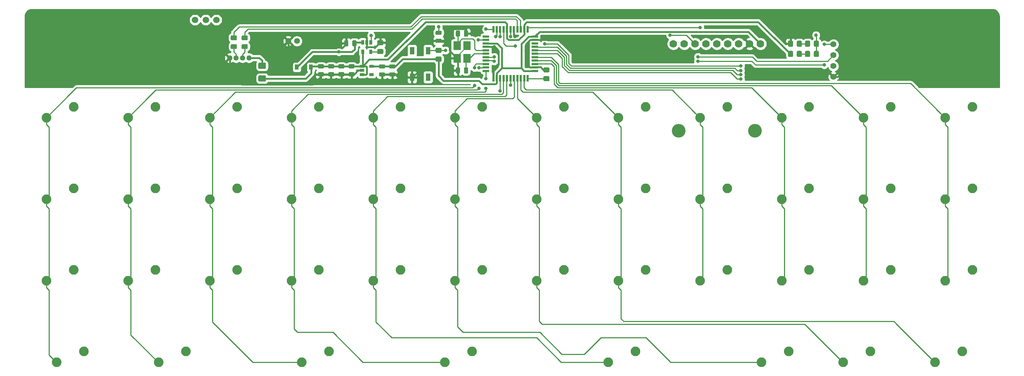
<source format=gtl>
G04 #@! TF.GenerationSoftware,KiCad,Pcbnew,(5.1.5)-3*
G04 #@! TF.CreationDate,2020-06-08T21:07:07-04:00*
G04 #@! TF.ProjectId,Xen40,58656e34-302e-46b6-9963-61645f706362,rev?*
G04 #@! TF.SameCoordinates,Original*
G04 #@! TF.FileFunction,Copper,L1,Top*
G04 #@! TF.FilePolarity,Positive*
%FSLAX46Y46*%
G04 Gerber Fmt 4.6, Leading zero omitted, Abs format (unit mm)*
G04 Created by KiCad (PCBNEW (5.1.5)-3) date 2020-06-08 21:07:07*
%MOMM*%
%LPD*%
G04 APERTURE LIST*
%ADD10C,1.250000*%
%ADD11C,1.350000*%
%ADD12C,1.500000*%
%ADD13C,2.250000*%
%ADD14C,1.397000*%
%ADD15R,1.800000X2.100000*%
%ADD16R,0.650000X1.060000*%
%ADD17R,1.060000X0.650000*%
%ADD18R,1.500000X0.550000*%
%ADD19R,0.550000X1.500000*%
%ADD20R,1.100000X1.800000*%
%ADD21C,0.100000*%
%ADD22C,1.778000*%
%ADD23C,3.200000*%
%ADD24R,0.900000X1.200000*%
%ADD25C,0.800000*%
%ADD26C,0.203200*%
%ADD27C,0.381000*%
%ADD28C,0.254000*%
G04 APERTURE END LIST*
D10*
X84709000Y-56515000D03*
X83209000Y-56515000D03*
X81709000Y-56515000D03*
X80209000Y-56515000D03*
D11*
X95885000Y-52578000D03*
X93885000Y-52578000D03*
D12*
X72112500Y-47625000D03*
X74612500Y-47625000D03*
X77112500Y-47625000D03*
D13*
X70008750Y-125095000D03*
X63658750Y-127635000D03*
X174783750Y-125095000D03*
X168433750Y-127635000D03*
X103346250Y-125095000D03*
X96996250Y-127635000D03*
D14*
X220980000Y-60960000D03*
X220980000Y-58420000D03*
X220980000Y-55880000D03*
X220980000Y-53340000D03*
D15*
X133216000Y-56568000D03*
X133216000Y-53668000D03*
X135516000Y-53668000D03*
X135516000Y-56568000D03*
D16*
X113091000Y-55075000D03*
X111191000Y-55075000D03*
X111191000Y-52875000D03*
X112141000Y-52875000D03*
X113091000Y-52875000D03*
D17*
X111072750Y-58486000D03*
X111072750Y-59436000D03*
X111072750Y-60386000D03*
X113272750Y-60386000D03*
X113272750Y-58486000D03*
D18*
X151370250Y-51522750D03*
X151370250Y-52322750D03*
X151370250Y-53122750D03*
X151370250Y-53922750D03*
X151370250Y-54722750D03*
X151370250Y-55522750D03*
X151370250Y-56322750D03*
X151370250Y-57122750D03*
X151370250Y-57922750D03*
X151370250Y-58722750D03*
X151370250Y-59522750D03*
D19*
X149670250Y-61222750D03*
X148870250Y-61222750D03*
X148070250Y-61222750D03*
X147270250Y-61222750D03*
X146470250Y-61222750D03*
X145670250Y-61222750D03*
X144870250Y-61222750D03*
X144070250Y-61222750D03*
X143270250Y-61222750D03*
X142470250Y-61222750D03*
X141670250Y-61222750D03*
D18*
X139970250Y-59522750D03*
X139970250Y-58722750D03*
X139970250Y-57922750D03*
X139970250Y-57122750D03*
X139970250Y-56322750D03*
X139970250Y-55522750D03*
X139970250Y-54722750D03*
X139970250Y-53922750D03*
X139970250Y-53122750D03*
X139970250Y-52322750D03*
X139970250Y-51522750D03*
D19*
X141670250Y-49822750D03*
X142470250Y-49822750D03*
X143270250Y-49822750D03*
X144070250Y-49822750D03*
X144870250Y-49822750D03*
X145670250Y-49822750D03*
X146470250Y-49822750D03*
X147270250Y-49822750D03*
X148070250Y-49822750D03*
X148870250Y-49822750D03*
X149670250Y-49822750D03*
D20*
X122737000Y-61012000D03*
X126437000Y-54812000D03*
X126437000Y-61012000D03*
X122737000Y-54812000D03*
G04 #@! TA.AperFunction,SMDPad,CuDef*
D21*
G36*
X213369255Y-52482454D02*
G01*
X213393523Y-52486054D01*
X213417322Y-52492015D01*
X213440421Y-52500280D01*
X213462600Y-52510770D01*
X213483643Y-52523382D01*
X213503349Y-52537997D01*
X213521527Y-52554473D01*
X213538003Y-52572651D01*
X213552618Y-52592357D01*
X213565230Y-52613400D01*
X213575720Y-52635579D01*
X213583985Y-52658678D01*
X213589946Y-52682477D01*
X213593546Y-52706745D01*
X213594750Y-52731249D01*
X213594750Y-53631251D01*
X213593546Y-53655755D01*
X213589946Y-53680023D01*
X213583985Y-53703822D01*
X213575720Y-53726921D01*
X213565230Y-53749100D01*
X213552618Y-53770143D01*
X213538003Y-53789849D01*
X213521527Y-53808027D01*
X213503349Y-53824503D01*
X213483643Y-53839118D01*
X213462600Y-53851730D01*
X213440421Y-53862220D01*
X213417322Y-53870485D01*
X213393523Y-53876446D01*
X213369255Y-53880046D01*
X213344751Y-53881250D01*
X212694749Y-53881250D01*
X212670245Y-53880046D01*
X212645977Y-53876446D01*
X212622178Y-53870485D01*
X212599079Y-53862220D01*
X212576900Y-53851730D01*
X212555857Y-53839118D01*
X212536151Y-53824503D01*
X212517973Y-53808027D01*
X212501497Y-53789849D01*
X212486882Y-53770143D01*
X212474270Y-53749100D01*
X212463780Y-53726921D01*
X212455515Y-53703822D01*
X212449554Y-53680023D01*
X212445954Y-53655755D01*
X212444750Y-53631251D01*
X212444750Y-52731249D01*
X212445954Y-52706745D01*
X212449554Y-52682477D01*
X212455515Y-52658678D01*
X212463780Y-52635579D01*
X212474270Y-52613400D01*
X212486882Y-52592357D01*
X212501497Y-52572651D01*
X212517973Y-52554473D01*
X212536151Y-52537997D01*
X212555857Y-52523382D01*
X212576900Y-52510770D01*
X212599079Y-52500280D01*
X212622178Y-52492015D01*
X212645977Y-52486054D01*
X212670245Y-52482454D01*
X212694749Y-52481250D01*
X213344751Y-52481250D01*
X213369255Y-52482454D01*
G37*
G04 #@! TD.AperFunction*
G04 #@! TA.AperFunction,SMDPad,CuDef*
G36*
X211319255Y-52482454D02*
G01*
X211343523Y-52486054D01*
X211367322Y-52492015D01*
X211390421Y-52500280D01*
X211412600Y-52510770D01*
X211433643Y-52523382D01*
X211453349Y-52537997D01*
X211471527Y-52554473D01*
X211488003Y-52572651D01*
X211502618Y-52592357D01*
X211515230Y-52613400D01*
X211525720Y-52635579D01*
X211533985Y-52658678D01*
X211539946Y-52682477D01*
X211543546Y-52706745D01*
X211544750Y-52731249D01*
X211544750Y-53631251D01*
X211543546Y-53655755D01*
X211539946Y-53680023D01*
X211533985Y-53703822D01*
X211525720Y-53726921D01*
X211515230Y-53749100D01*
X211502618Y-53770143D01*
X211488003Y-53789849D01*
X211471527Y-53808027D01*
X211453349Y-53824503D01*
X211433643Y-53839118D01*
X211412600Y-53851730D01*
X211390421Y-53862220D01*
X211367322Y-53870485D01*
X211343523Y-53876446D01*
X211319255Y-53880046D01*
X211294751Y-53881250D01*
X210644749Y-53881250D01*
X210620245Y-53880046D01*
X210595977Y-53876446D01*
X210572178Y-53870485D01*
X210549079Y-53862220D01*
X210526900Y-53851730D01*
X210505857Y-53839118D01*
X210486151Y-53824503D01*
X210467973Y-53808027D01*
X210451497Y-53789849D01*
X210436882Y-53770143D01*
X210424270Y-53749100D01*
X210413780Y-53726921D01*
X210405515Y-53703822D01*
X210399554Y-53680023D01*
X210395954Y-53655755D01*
X210394750Y-53631251D01*
X210394750Y-52731249D01*
X210395954Y-52706745D01*
X210399554Y-52682477D01*
X210405515Y-52658678D01*
X210413780Y-52635579D01*
X210424270Y-52613400D01*
X210436882Y-52592357D01*
X210451497Y-52572651D01*
X210467973Y-52554473D01*
X210486151Y-52537997D01*
X210505857Y-52523382D01*
X210526900Y-52510770D01*
X210549079Y-52500280D01*
X210572178Y-52492015D01*
X210595977Y-52486054D01*
X210620245Y-52482454D01*
X210644749Y-52481250D01*
X211294751Y-52481250D01*
X211319255Y-52482454D01*
G37*
G04 #@! TD.AperFunction*
G04 #@! TA.AperFunction,SMDPad,CuDef*
G36*
X213369255Y-54863704D02*
G01*
X213393523Y-54867304D01*
X213417322Y-54873265D01*
X213440421Y-54881530D01*
X213462600Y-54892020D01*
X213483643Y-54904632D01*
X213503349Y-54919247D01*
X213521527Y-54935723D01*
X213538003Y-54953901D01*
X213552618Y-54973607D01*
X213565230Y-54994650D01*
X213575720Y-55016829D01*
X213583985Y-55039928D01*
X213589946Y-55063727D01*
X213593546Y-55087995D01*
X213594750Y-55112499D01*
X213594750Y-56012501D01*
X213593546Y-56037005D01*
X213589946Y-56061273D01*
X213583985Y-56085072D01*
X213575720Y-56108171D01*
X213565230Y-56130350D01*
X213552618Y-56151393D01*
X213538003Y-56171099D01*
X213521527Y-56189277D01*
X213503349Y-56205753D01*
X213483643Y-56220368D01*
X213462600Y-56232980D01*
X213440421Y-56243470D01*
X213417322Y-56251735D01*
X213393523Y-56257696D01*
X213369255Y-56261296D01*
X213344751Y-56262500D01*
X212694749Y-56262500D01*
X212670245Y-56261296D01*
X212645977Y-56257696D01*
X212622178Y-56251735D01*
X212599079Y-56243470D01*
X212576900Y-56232980D01*
X212555857Y-56220368D01*
X212536151Y-56205753D01*
X212517973Y-56189277D01*
X212501497Y-56171099D01*
X212486882Y-56151393D01*
X212474270Y-56130350D01*
X212463780Y-56108171D01*
X212455515Y-56085072D01*
X212449554Y-56061273D01*
X212445954Y-56037005D01*
X212444750Y-56012501D01*
X212444750Y-55112499D01*
X212445954Y-55087995D01*
X212449554Y-55063727D01*
X212455515Y-55039928D01*
X212463780Y-55016829D01*
X212474270Y-54994650D01*
X212486882Y-54973607D01*
X212501497Y-54953901D01*
X212517973Y-54935723D01*
X212536151Y-54919247D01*
X212555857Y-54904632D01*
X212576900Y-54892020D01*
X212599079Y-54881530D01*
X212622178Y-54873265D01*
X212645977Y-54867304D01*
X212670245Y-54863704D01*
X212694749Y-54862500D01*
X213344751Y-54862500D01*
X213369255Y-54863704D01*
G37*
G04 #@! TD.AperFunction*
G04 #@! TA.AperFunction,SMDPad,CuDef*
G36*
X211319255Y-54863704D02*
G01*
X211343523Y-54867304D01*
X211367322Y-54873265D01*
X211390421Y-54881530D01*
X211412600Y-54892020D01*
X211433643Y-54904632D01*
X211453349Y-54919247D01*
X211471527Y-54935723D01*
X211488003Y-54953901D01*
X211502618Y-54973607D01*
X211515230Y-54994650D01*
X211525720Y-55016829D01*
X211533985Y-55039928D01*
X211539946Y-55063727D01*
X211543546Y-55087995D01*
X211544750Y-55112499D01*
X211544750Y-56012501D01*
X211543546Y-56037005D01*
X211539946Y-56061273D01*
X211533985Y-56085072D01*
X211525720Y-56108171D01*
X211515230Y-56130350D01*
X211502618Y-56151393D01*
X211488003Y-56171099D01*
X211471527Y-56189277D01*
X211453349Y-56205753D01*
X211433643Y-56220368D01*
X211412600Y-56232980D01*
X211390421Y-56243470D01*
X211367322Y-56251735D01*
X211343523Y-56257696D01*
X211319255Y-56261296D01*
X211294751Y-56262500D01*
X210644749Y-56262500D01*
X210620245Y-56261296D01*
X210595977Y-56257696D01*
X210572178Y-56251735D01*
X210549079Y-56243470D01*
X210526900Y-56232980D01*
X210505857Y-56220368D01*
X210486151Y-56205753D01*
X210467973Y-56189277D01*
X210451497Y-56171099D01*
X210436882Y-56151393D01*
X210424270Y-56130350D01*
X210413780Y-56108171D01*
X210405515Y-56085072D01*
X210399554Y-56061273D01*
X210395954Y-56037005D01*
X210394750Y-56012501D01*
X210394750Y-55112499D01*
X210395954Y-55087995D01*
X210399554Y-55063727D01*
X210405515Y-55039928D01*
X210413780Y-55016829D01*
X210424270Y-54994650D01*
X210436882Y-54973607D01*
X210451497Y-54953901D01*
X210467973Y-54935723D01*
X210486151Y-54919247D01*
X210505857Y-54904632D01*
X210526900Y-54892020D01*
X210549079Y-54881530D01*
X210572178Y-54873265D01*
X210595977Y-54867304D01*
X210620245Y-54863704D01*
X210644749Y-54862500D01*
X211294751Y-54862500D01*
X211319255Y-54863704D01*
G37*
G04 #@! TD.AperFunction*
G04 #@! TA.AperFunction,SMDPad,CuDef*
G36*
X115790505Y-52376204D02*
G01*
X115814773Y-52379804D01*
X115838572Y-52385765D01*
X115861671Y-52394030D01*
X115883850Y-52404520D01*
X115904893Y-52417132D01*
X115924599Y-52431747D01*
X115942777Y-52448223D01*
X115959253Y-52466401D01*
X115973868Y-52486107D01*
X115986480Y-52507150D01*
X115996970Y-52529329D01*
X116005235Y-52552428D01*
X116011196Y-52576227D01*
X116014796Y-52600495D01*
X116016000Y-52624999D01*
X116016000Y-53275001D01*
X116014796Y-53299505D01*
X116011196Y-53323773D01*
X116005235Y-53347572D01*
X115996970Y-53370671D01*
X115986480Y-53392850D01*
X115973868Y-53413893D01*
X115959253Y-53433599D01*
X115942777Y-53451777D01*
X115924599Y-53468253D01*
X115904893Y-53482868D01*
X115883850Y-53495480D01*
X115861671Y-53505970D01*
X115838572Y-53514235D01*
X115814773Y-53520196D01*
X115790505Y-53523796D01*
X115766001Y-53525000D01*
X114865999Y-53525000D01*
X114841495Y-53523796D01*
X114817227Y-53520196D01*
X114793428Y-53514235D01*
X114770329Y-53505970D01*
X114748150Y-53495480D01*
X114727107Y-53482868D01*
X114707401Y-53468253D01*
X114689223Y-53451777D01*
X114672747Y-53433599D01*
X114658132Y-53413893D01*
X114645520Y-53392850D01*
X114635030Y-53370671D01*
X114626765Y-53347572D01*
X114620804Y-53323773D01*
X114617204Y-53299505D01*
X114616000Y-53275001D01*
X114616000Y-52624999D01*
X114617204Y-52600495D01*
X114620804Y-52576227D01*
X114626765Y-52552428D01*
X114635030Y-52529329D01*
X114645520Y-52507150D01*
X114658132Y-52486107D01*
X114672747Y-52466401D01*
X114689223Y-52448223D01*
X114707401Y-52431747D01*
X114727107Y-52417132D01*
X114748150Y-52404520D01*
X114770329Y-52394030D01*
X114793428Y-52385765D01*
X114817227Y-52379804D01*
X114841495Y-52376204D01*
X114865999Y-52375000D01*
X115766001Y-52375000D01*
X115790505Y-52376204D01*
G37*
G04 #@! TD.AperFunction*
G04 #@! TA.AperFunction,SMDPad,CuDef*
G36*
X115790505Y-54426204D02*
G01*
X115814773Y-54429804D01*
X115838572Y-54435765D01*
X115861671Y-54444030D01*
X115883850Y-54454520D01*
X115904893Y-54467132D01*
X115924599Y-54481747D01*
X115942777Y-54498223D01*
X115959253Y-54516401D01*
X115973868Y-54536107D01*
X115986480Y-54557150D01*
X115996970Y-54579329D01*
X116005235Y-54602428D01*
X116011196Y-54626227D01*
X116014796Y-54650495D01*
X116016000Y-54674999D01*
X116016000Y-55325001D01*
X116014796Y-55349505D01*
X116011196Y-55373773D01*
X116005235Y-55397572D01*
X115996970Y-55420671D01*
X115986480Y-55442850D01*
X115973868Y-55463893D01*
X115959253Y-55483599D01*
X115942777Y-55501777D01*
X115924599Y-55518253D01*
X115904893Y-55532868D01*
X115883850Y-55545480D01*
X115861671Y-55555970D01*
X115838572Y-55564235D01*
X115814773Y-55570196D01*
X115790505Y-55573796D01*
X115766001Y-55575000D01*
X114865999Y-55575000D01*
X114841495Y-55573796D01*
X114817227Y-55570196D01*
X114793428Y-55564235D01*
X114770329Y-55555970D01*
X114748150Y-55545480D01*
X114727107Y-55532868D01*
X114707401Y-55518253D01*
X114689223Y-55501777D01*
X114672747Y-55483599D01*
X114658132Y-55463893D01*
X114645520Y-55442850D01*
X114635030Y-55420671D01*
X114626765Y-55397572D01*
X114620804Y-55373773D01*
X114617204Y-55349505D01*
X114616000Y-55325001D01*
X114616000Y-54674999D01*
X114617204Y-54650495D01*
X114620804Y-54626227D01*
X114626765Y-54602428D01*
X114635030Y-54579329D01*
X114645520Y-54557150D01*
X114658132Y-54536107D01*
X114672747Y-54516401D01*
X114689223Y-54498223D01*
X114707401Y-54481747D01*
X114727107Y-54467132D01*
X114748150Y-54454520D01*
X114770329Y-54444030D01*
X114793428Y-54435765D01*
X114817227Y-54429804D01*
X114841495Y-54426204D01*
X114865999Y-54425000D01*
X115766001Y-54425000D01*
X115790505Y-54426204D01*
G37*
G04 #@! TD.AperFunction*
G04 #@! TA.AperFunction,SMDPad,CuDef*
G36*
X154525505Y-60776204D02*
G01*
X154549773Y-60779804D01*
X154573572Y-60785765D01*
X154596671Y-60794030D01*
X154618850Y-60804520D01*
X154639893Y-60817132D01*
X154659599Y-60831747D01*
X154677777Y-60848223D01*
X154694253Y-60866401D01*
X154708868Y-60886107D01*
X154721480Y-60907150D01*
X154731970Y-60929329D01*
X154740235Y-60952428D01*
X154746196Y-60976227D01*
X154749796Y-61000495D01*
X154751000Y-61024999D01*
X154751000Y-61675001D01*
X154749796Y-61699505D01*
X154746196Y-61723773D01*
X154740235Y-61747572D01*
X154731970Y-61770671D01*
X154721480Y-61792850D01*
X154708868Y-61813893D01*
X154694253Y-61833599D01*
X154677777Y-61851777D01*
X154659599Y-61868253D01*
X154639893Y-61882868D01*
X154618850Y-61895480D01*
X154596671Y-61905970D01*
X154573572Y-61914235D01*
X154549773Y-61920196D01*
X154525505Y-61923796D01*
X154501001Y-61925000D01*
X153600999Y-61925000D01*
X153576495Y-61923796D01*
X153552227Y-61920196D01*
X153528428Y-61914235D01*
X153505329Y-61905970D01*
X153483150Y-61895480D01*
X153462107Y-61882868D01*
X153442401Y-61868253D01*
X153424223Y-61851777D01*
X153407747Y-61833599D01*
X153393132Y-61813893D01*
X153380520Y-61792850D01*
X153370030Y-61770671D01*
X153361765Y-61747572D01*
X153355804Y-61723773D01*
X153352204Y-61699505D01*
X153351000Y-61675001D01*
X153351000Y-61024999D01*
X153352204Y-61000495D01*
X153355804Y-60976227D01*
X153361765Y-60952428D01*
X153370030Y-60929329D01*
X153380520Y-60907150D01*
X153393132Y-60886107D01*
X153407747Y-60866401D01*
X153424223Y-60848223D01*
X153442401Y-60831747D01*
X153462107Y-60817132D01*
X153483150Y-60804520D01*
X153505329Y-60794030D01*
X153528428Y-60785765D01*
X153552227Y-60779804D01*
X153576495Y-60776204D01*
X153600999Y-60775000D01*
X154501001Y-60775000D01*
X154525505Y-60776204D01*
G37*
G04 #@! TD.AperFunction*
G04 #@! TA.AperFunction,SMDPad,CuDef*
G36*
X154525505Y-58726204D02*
G01*
X154549773Y-58729804D01*
X154573572Y-58735765D01*
X154596671Y-58744030D01*
X154618850Y-58754520D01*
X154639893Y-58767132D01*
X154659599Y-58781747D01*
X154677777Y-58798223D01*
X154694253Y-58816401D01*
X154708868Y-58836107D01*
X154721480Y-58857150D01*
X154731970Y-58879329D01*
X154740235Y-58902428D01*
X154746196Y-58926227D01*
X154749796Y-58950495D01*
X154751000Y-58974999D01*
X154751000Y-59625001D01*
X154749796Y-59649505D01*
X154746196Y-59673773D01*
X154740235Y-59697572D01*
X154731970Y-59720671D01*
X154721480Y-59742850D01*
X154708868Y-59763893D01*
X154694253Y-59783599D01*
X154677777Y-59801777D01*
X154659599Y-59818253D01*
X154639893Y-59832868D01*
X154618850Y-59845480D01*
X154596671Y-59855970D01*
X154573572Y-59864235D01*
X154549773Y-59870196D01*
X154525505Y-59873796D01*
X154501001Y-59875000D01*
X153600999Y-59875000D01*
X153576495Y-59873796D01*
X153552227Y-59870196D01*
X153528428Y-59864235D01*
X153505329Y-59855970D01*
X153483150Y-59845480D01*
X153462107Y-59832868D01*
X153442401Y-59818253D01*
X153424223Y-59801777D01*
X153407747Y-59783599D01*
X153393132Y-59763893D01*
X153380520Y-59742850D01*
X153370030Y-59720671D01*
X153361765Y-59697572D01*
X153355804Y-59673773D01*
X153352204Y-59649505D01*
X153351000Y-59625001D01*
X153351000Y-58974999D01*
X153352204Y-58950495D01*
X153355804Y-58926227D01*
X153361765Y-58902428D01*
X153370030Y-58879329D01*
X153380520Y-58857150D01*
X153393132Y-58836107D01*
X153407747Y-58816401D01*
X153424223Y-58798223D01*
X153442401Y-58781747D01*
X153462107Y-58767132D01*
X153483150Y-58754520D01*
X153505329Y-58744030D01*
X153528428Y-58735765D01*
X153552227Y-58729804D01*
X153576495Y-58726204D01*
X153600999Y-58725000D01*
X154501001Y-58725000D01*
X154525505Y-58726204D01*
G37*
G04 #@! TD.AperFunction*
G04 #@! TA.AperFunction,SMDPad,CuDef*
G36*
X129379505Y-56204204D02*
G01*
X129403773Y-56207804D01*
X129427572Y-56213765D01*
X129450671Y-56222030D01*
X129472850Y-56232520D01*
X129493893Y-56245132D01*
X129513599Y-56259747D01*
X129531777Y-56276223D01*
X129548253Y-56294401D01*
X129562868Y-56314107D01*
X129575480Y-56335150D01*
X129585970Y-56357329D01*
X129594235Y-56380428D01*
X129600196Y-56404227D01*
X129603796Y-56428495D01*
X129605000Y-56452999D01*
X129605000Y-57103001D01*
X129603796Y-57127505D01*
X129600196Y-57151773D01*
X129594235Y-57175572D01*
X129585970Y-57198671D01*
X129575480Y-57220850D01*
X129562868Y-57241893D01*
X129548253Y-57261599D01*
X129531777Y-57279777D01*
X129513599Y-57296253D01*
X129493893Y-57310868D01*
X129472850Y-57323480D01*
X129450671Y-57333970D01*
X129427572Y-57342235D01*
X129403773Y-57348196D01*
X129379505Y-57351796D01*
X129355001Y-57353000D01*
X128454999Y-57353000D01*
X128430495Y-57351796D01*
X128406227Y-57348196D01*
X128382428Y-57342235D01*
X128359329Y-57333970D01*
X128337150Y-57323480D01*
X128316107Y-57310868D01*
X128296401Y-57296253D01*
X128278223Y-57279777D01*
X128261747Y-57261599D01*
X128247132Y-57241893D01*
X128234520Y-57220850D01*
X128224030Y-57198671D01*
X128215765Y-57175572D01*
X128209804Y-57151773D01*
X128206204Y-57127505D01*
X128205000Y-57103001D01*
X128205000Y-56452999D01*
X128206204Y-56428495D01*
X128209804Y-56404227D01*
X128215765Y-56380428D01*
X128224030Y-56357329D01*
X128234520Y-56335150D01*
X128247132Y-56314107D01*
X128261747Y-56294401D01*
X128278223Y-56276223D01*
X128296401Y-56259747D01*
X128316107Y-56245132D01*
X128337150Y-56232520D01*
X128359329Y-56222030D01*
X128382428Y-56213765D01*
X128406227Y-56207804D01*
X128430495Y-56204204D01*
X128454999Y-56203000D01*
X129355001Y-56203000D01*
X129379505Y-56204204D01*
G37*
G04 #@! TD.AperFunction*
G04 #@! TA.AperFunction,SMDPad,CuDef*
G36*
X129379505Y-54154204D02*
G01*
X129403773Y-54157804D01*
X129427572Y-54163765D01*
X129450671Y-54172030D01*
X129472850Y-54182520D01*
X129493893Y-54195132D01*
X129513599Y-54209747D01*
X129531777Y-54226223D01*
X129548253Y-54244401D01*
X129562868Y-54264107D01*
X129575480Y-54285150D01*
X129585970Y-54307329D01*
X129594235Y-54330428D01*
X129600196Y-54354227D01*
X129603796Y-54378495D01*
X129605000Y-54402999D01*
X129605000Y-55053001D01*
X129603796Y-55077505D01*
X129600196Y-55101773D01*
X129594235Y-55125572D01*
X129585970Y-55148671D01*
X129575480Y-55170850D01*
X129562868Y-55191893D01*
X129548253Y-55211599D01*
X129531777Y-55229777D01*
X129513599Y-55246253D01*
X129493893Y-55260868D01*
X129472850Y-55273480D01*
X129450671Y-55283970D01*
X129427572Y-55292235D01*
X129403773Y-55298196D01*
X129379505Y-55301796D01*
X129355001Y-55303000D01*
X128454999Y-55303000D01*
X128430495Y-55301796D01*
X128406227Y-55298196D01*
X128382428Y-55292235D01*
X128359329Y-55283970D01*
X128337150Y-55273480D01*
X128316107Y-55260868D01*
X128296401Y-55246253D01*
X128278223Y-55229777D01*
X128261747Y-55211599D01*
X128247132Y-55191893D01*
X128234520Y-55170850D01*
X128224030Y-55148671D01*
X128215765Y-55125572D01*
X128209804Y-55101773D01*
X128206204Y-55077505D01*
X128205000Y-55053001D01*
X128205000Y-54402999D01*
X128206204Y-54378495D01*
X128209804Y-54354227D01*
X128215765Y-54330428D01*
X128224030Y-54307329D01*
X128234520Y-54285150D01*
X128247132Y-54264107D01*
X128261747Y-54244401D01*
X128278223Y-54226223D01*
X128296401Y-54209747D01*
X128316107Y-54195132D01*
X128337150Y-54182520D01*
X128359329Y-54172030D01*
X128382428Y-54163765D01*
X128406227Y-54157804D01*
X128430495Y-54154204D01*
X128454999Y-54153000D01*
X129355001Y-54153000D01*
X129379505Y-54154204D01*
G37*
G04 #@! TD.AperFunction*
G04 #@! TA.AperFunction,SMDPad,CuDef*
G36*
X81627505Y-53283204D02*
G01*
X81651773Y-53286804D01*
X81675572Y-53292765D01*
X81698671Y-53301030D01*
X81720850Y-53311520D01*
X81741893Y-53324132D01*
X81761599Y-53338747D01*
X81779777Y-53355223D01*
X81796253Y-53373401D01*
X81810868Y-53393107D01*
X81823480Y-53414150D01*
X81833970Y-53436329D01*
X81842235Y-53459428D01*
X81848196Y-53483227D01*
X81851796Y-53507495D01*
X81853000Y-53531999D01*
X81853000Y-54182001D01*
X81851796Y-54206505D01*
X81848196Y-54230773D01*
X81842235Y-54254572D01*
X81833970Y-54277671D01*
X81823480Y-54299850D01*
X81810868Y-54320893D01*
X81796253Y-54340599D01*
X81779777Y-54358777D01*
X81761599Y-54375253D01*
X81741893Y-54389868D01*
X81720850Y-54402480D01*
X81698671Y-54412970D01*
X81675572Y-54421235D01*
X81651773Y-54427196D01*
X81627505Y-54430796D01*
X81603001Y-54432000D01*
X80702999Y-54432000D01*
X80678495Y-54430796D01*
X80654227Y-54427196D01*
X80630428Y-54421235D01*
X80607329Y-54412970D01*
X80585150Y-54402480D01*
X80564107Y-54389868D01*
X80544401Y-54375253D01*
X80526223Y-54358777D01*
X80509747Y-54340599D01*
X80495132Y-54320893D01*
X80482520Y-54299850D01*
X80472030Y-54277671D01*
X80463765Y-54254572D01*
X80457804Y-54230773D01*
X80454204Y-54206505D01*
X80453000Y-54182001D01*
X80453000Y-53531999D01*
X80454204Y-53507495D01*
X80457804Y-53483227D01*
X80463765Y-53459428D01*
X80472030Y-53436329D01*
X80482520Y-53414150D01*
X80495132Y-53393107D01*
X80509747Y-53373401D01*
X80526223Y-53355223D01*
X80544401Y-53338747D01*
X80564107Y-53324132D01*
X80585150Y-53311520D01*
X80607329Y-53301030D01*
X80630428Y-53292765D01*
X80654227Y-53286804D01*
X80678495Y-53283204D01*
X80702999Y-53282000D01*
X81603001Y-53282000D01*
X81627505Y-53283204D01*
G37*
G04 #@! TD.AperFunction*
G04 #@! TA.AperFunction,SMDPad,CuDef*
G36*
X81627505Y-51233204D02*
G01*
X81651773Y-51236804D01*
X81675572Y-51242765D01*
X81698671Y-51251030D01*
X81720850Y-51261520D01*
X81741893Y-51274132D01*
X81761599Y-51288747D01*
X81779777Y-51305223D01*
X81796253Y-51323401D01*
X81810868Y-51343107D01*
X81823480Y-51364150D01*
X81833970Y-51386329D01*
X81842235Y-51409428D01*
X81848196Y-51433227D01*
X81851796Y-51457495D01*
X81853000Y-51481999D01*
X81853000Y-52132001D01*
X81851796Y-52156505D01*
X81848196Y-52180773D01*
X81842235Y-52204572D01*
X81833970Y-52227671D01*
X81823480Y-52249850D01*
X81810868Y-52270893D01*
X81796253Y-52290599D01*
X81779777Y-52308777D01*
X81761599Y-52325253D01*
X81741893Y-52339868D01*
X81720850Y-52352480D01*
X81698671Y-52362970D01*
X81675572Y-52371235D01*
X81651773Y-52377196D01*
X81627505Y-52380796D01*
X81603001Y-52382000D01*
X80702999Y-52382000D01*
X80678495Y-52380796D01*
X80654227Y-52377196D01*
X80630428Y-52371235D01*
X80607329Y-52362970D01*
X80585150Y-52352480D01*
X80564107Y-52339868D01*
X80544401Y-52325253D01*
X80526223Y-52308777D01*
X80509747Y-52290599D01*
X80495132Y-52270893D01*
X80482520Y-52249850D01*
X80472030Y-52227671D01*
X80463765Y-52204572D01*
X80457804Y-52180773D01*
X80454204Y-52156505D01*
X80453000Y-52132001D01*
X80453000Y-51481999D01*
X80454204Y-51457495D01*
X80457804Y-51433227D01*
X80463765Y-51409428D01*
X80472030Y-51386329D01*
X80482520Y-51364150D01*
X80495132Y-51343107D01*
X80509747Y-51323401D01*
X80526223Y-51305223D01*
X80544401Y-51288747D01*
X80564107Y-51274132D01*
X80585150Y-51261520D01*
X80607329Y-51251030D01*
X80630428Y-51242765D01*
X80654227Y-51236804D01*
X80678495Y-51233204D01*
X80702999Y-51232000D01*
X81603001Y-51232000D01*
X81627505Y-51233204D01*
G37*
G04 #@! TD.AperFunction*
G04 #@! TA.AperFunction,SMDPad,CuDef*
G36*
X84167505Y-53283204D02*
G01*
X84191773Y-53286804D01*
X84215572Y-53292765D01*
X84238671Y-53301030D01*
X84260850Y-53311520D01*
X84281893Y-53324132D01*
X84301599Y-53338747D01*
X84319777Y-53355223D01*
X84336253Y-53373401D01*
X84350868Y-53393107D01*
X84363480Y-53414150D01*
X84373970Y-53436329D01*
X84382235Y-53459428D01*
X84388196Y-53483227D01*
X84391796Y-53507495D01*
X84393000Y-53531999D01*
X84393000Y-54182001D01*
X84391796Y-54206505D01*
X84388196Y-54230773D01*
X84382235Y-54254572D01*
X84373970Y-54277671D01*
X84363480Y-54299850D01*
X84350868Y-54320893D01*
X84336253Y-54340599D01*
X84319777Y-54358777D01*
X84301599Y-54375253D01*
X84281893Y-54389868D01*
X84260850Y-54402480D01*
X84238671Y-54412970D01*
X84215572Y-54421235D01*
X84191773Y-54427196D01*
X84167505Y-54430796D01*
X84143001Y-54432000D01*
X83242999Y-54432000D01*
X83218495Y-54430796D01*
X83194227Y-54427196D01*
X83170428Y-54421235D01*
X83147329Y-54412970D01*
X83125150Y-54402480D01*
X83104107Y-54389868D01*
X83084401Y-54375253D01*
X83066223Y-54358777D01*
X83049747Y-54340599D01*
X83035132Y-54320893D01*
X83022520Y-54299850D01*
X83012030Y-54277671D01*
X83003765Y-54254572D01*
X82997804Y-54230773D01*
X82994204Y-54206505D01*
X82993000Y-54182001D01*
X82993000Y-53531999D01*
X82994204Y-53507495D01*
X82997804Y-53483227D01*
X83003765Y-53459428D01*
X83012030Y-53436329D01*
X83022520Y-53414150D01*
X83035132Y-53393107D01*
X83049747Y-53373401D01*
X83066223Y-53355223D01*
X83084401Y-53338747D01*
X83104107Y-53324132D01*
X83125150Y-53311520D01*
X83147329Y-53301030D01*
X83170428Y-53292765D01*
X83194227Y-53286804D01*
X83218495Y-53283204D01*
X83242999Y-53282000D01*
X84143001Y-53282000D01*
X84167505Y-53283204D01*
G37*
G04 #@! TD.AperFunction*
G04 #@! TA.AperFunction,SMDPad,CuDef*
G36*
X84167505Y-51233204D02*
G01*
X84191773Y-51236804D01*
X84215572Y-51242765D01*
X84238671Y-51251030D01*
X84260850Y-51261520D01*
X84281893Y-51274132D01*
X84301599Y-51288747D01*
X84319777Y-51305223D01*
X84336253Y-51323401D01*
X84350868Y-51343107D01*
X84363480Y-51364150D01*
X84373970Y-51386329D01*
X84382235Y-51409428D01*
X84388196Y-51433227D01*
X84391796Y-51457495D01*
X84393000Y-51481999D01*
X84393000Y-52132001D01*
X84391796Y-52156505D01*
X84388196Y-52180773D01*
X84382235Y-52204572D01*
X84373970Y-52227671D01*
X84363480Y-52249850D01*
X84350868Y-52270893D01*
X84336253Y-52290599D01*
X84319777Y-52308777D01*
X84301599Y-52325253D01*
X84281893Y-52339868D01*
X84260850Y-52352480D01*
X84238671Y-52362970D01*
X84215572Y-52371235D01*
X84191773Y-52377196D01*
X84167505Y-52380796D01*
X84143001Y-52382000D01*
X83242999Y-52382000D01*
X83218495Y-52380796D01*
X83194227Y-52377196D01*
X83170428Y-52371235D01*
X83147329Y-52362970D01*
X83125150Y-52352480D01*
X83104107Y-52339868D01*
X83084401Y-52325253D01*
X83066223Y-52308777D01*
X83049747Y-52290599D01*
X83035132Y-52270893D01*
X83022520Y-52249850D01*
X83012030Y-52227671D01*
X83003765Y-52204572D01*
X82997804Y-52180773D01*
X82994204Y-52156505D01*
X82993000Y-52132001D01*
X82993000Y-51481999D01*
X82994204Y-51457495D01*
X82997804Y-51433227D01*
X83003765Y-51409428D01*
X83012030Y-51386329D01*
X83022520Y-51364150D01*
X83035132Y-51343107D01*
X83049747Y-51323401D01*
X83066223Y-51305223D01*
X83084401Y-51288747D01*
X83104107Y-51274132D01*
X83125150Y-51261520D01*
X83147329Y-51251030D01*
X83170428Y-51242765D01*
X83194227Y-51236804D01*
X83218495Y-51233204D01*
X83242999Y-51232000D01*
X84143001Y-51232000D01*
X84167505Y-51233204D01*
G37*
G04 #@! TD.AperFunction*
D13*
X250983750Y-125095000D03*
X244633750Y-127635000D03*
X229552500Y-125095000D03*
X223202500Y-127635000D03*
X210502500Y-125095000D03*
X204152500Y-127635000D03*
X136683750Y-125095000D03*
X130333750Y-127635000D03*
X46196250Y-125095000D03*
X39846250Y-127635000D03*
X253365000Y-106045000D03*
X247015000Y-108585000D03*
X234315000Y-106045000D03*
X227965000Y-108585000D03*
X215265000Y-106045000D03*
X208915000Y-108585000D03*
X196215000Y-106045000D03*
X189865000Y-108585000D03*
X177165000Y-106045000D03*
X170815000Y-108585000D03*
X158115000Y-106045000D03*
X151765000Y-108585000D03*
X139065000Y-106045000D03*
X132715000Y-108585000D03*
X120015000Y-106045000D03*
X113665000Y-108585000D03*
X100965000Y-106045000D03*
X94615000Y-108585000D03*
X81915000Y-106045000D03*
X75565000Y-108585000D03*
X62865000Y-106045000D03*
X56515000Y-108585000D03*
X43815000Y-106045000D03*
X37465000Y-108585000D03*
X253365000Y-86995000D03*
X247015000Y-89535000D03*
X234315000Y-86995000D03*
X227965000Y-89535000D03*
X215265000Y-86995000D03*
X208915000Y-89535000D03*
X196215000Y-86995000D03*
X189865000Y-89535000D03*
X177165000Y-86995000D03*
X170815000Y-89535000D03*
X158115000Y-86995000D03*
X151765000Y-89535000D03*
X139065000Y-86995000D03*
X132715000Y-89535000D03*
X120015000Y-86995000D03*
X113665000Y-89535000D03*
X100965000Y-86995000D03*
X94615000Y-89535000D03*
X81915000Y-86995000D03*
X75565000Y-89535000D03*
X62865000Y-86995000D03*
X56515000Y-89535000D03*
X43815000Y-86995000D03*
X37465000Y-89535000D03*
X253365000Y-67945000D03*
X247015000Y-70485000D03*
X234315000Y-67945000D03*
X227965000Y-70485000D03*
X215265000Y-67945000D03*
X208915000Y-70485000D03*
X196215000Y-67945000D03*
X189865000Y-70485000D03*
X177165000Y-67945000D03*
X170815000Y-70485000D03*
X158115000Y-67945000D03*
X151765000Y-70485000D03*
X139065000Y-67945000D03*
X132715000Y-70485000D03*
X120015000Y-67945000D03*
X113665000Y-70485000D03*
X100965000Y-67945000D03*
X94615000Y-70485000D03*
X81915000Y-67945000D03*
X75565000Y-70485000D03*
X62865000Y-67945000D03*
X56515000Y-70485000D03*
X43815000Y-67945000D03*
X37465000Y-70485000D03*
D22*
X183642000Y-53213000D03*
X186182000Y-53213000D03*
X188722000Y-53213000D03*
X191262000Y-53213000D03*
X193802000Y-53213000D03*
X196342000Y-53213000D03*
X198882000Y-53213000D03*
X201422000Y-53213000D03*
X203962000Y-53213000D03*
D23*
X184912000Y-73533000D03*
X202692000Y-73533000D03*
G04 #@! TA.AperFunction,SMDPad,CuDef*
D21*
G36*
X88406504Y-57618204D02*
G01*
X88430773Y-57621804D01*
X88454571Y-57627765D01*
X88477671Y-57636030D01*
X88499849Y-57646520D01*
X88520893Y-57659133D01*
X88540598Y-57673747D01*
X88558777Y-57690223D01*
X88575253Y-57708402D01*
X88589867Y-57728107D01*
X88602480Y-57749151D01*
X88612970Y-57771329D01*
X88621235Y-57794429D01*
X88627196Y-57818227D01*
X88630796Y-57842496D01*
X88632000Y-57867000D01*
X88632000Y-58792000D01*
X88630796Y-58816504D01*
X88627196Y-58840773D01*
X88621235Y-58864571D01*
X88612970Y-58887671D01*
X88602480Y-58909849D01*
X88589867Y-58930893D01*
X88575253Y-58950598D01*
X88558777Y-58968777D01*
X88540598Y-58985253D01*
X88520893Y-58999867D01*
X88499849Y-59012480D01*
X88477671Y-59022970D01*
X88454571Y-59031235D01*
X88430773Y-59037196D01*
X88406504Y-59040796D01*
X88382000Y-59042000D01*
X87132000Y-59042000D01*
X87107496Y-59040796D01*
X87083227Y-59037196D01*
X87059429Y-59031235D01*
X87036329Y-59022970D01*
X87014151Y-59012480D01*
X86993107Y-58999867D01*
X86973402Y-58985253D01*
X86955223Y-58968777D01*
X86938747Y-58950598D01*
X86924133Y-58930893D01*
X86911520Y-58909849D01*
X86901030Y-58887671D01*
X86892765Y-58864571D01*
X86886804Y-58840773D01*
X86883204Y-58816504D01*
X86882000Y-58792000D01*
X86882000Y-57867000D01*
X86883204Y-57842496D01*
X86886804Y-57818227D01*
X86892765Y-57794429D01*
X86901030Y-57771329D01*
X86911520Y-57749151D01*
X86924133Y-57728107D01*
X86938747Y-57708402D01*
X86955223Y-57690223D01*
X86973402Y-57673747D01*
X86993107Y-57659133D01*
X87014151Y-57646520D01*
X87036329Y-57636030D01*
X87059429Y-57627765D01*
X87083227Y-57621804D01*
X87107496Y-57618204D01*
X87132000Y-57617000D01*
X88382000Y-57617000D01*
X88406504Y-57618204D01*
G37*
G04 #@! TD.AperFunction*
G04 #@! TA.AperFunction,SMDPad,CuDef*
G36*
X88406504Y-60593204D02*
G01*
X88430773Y-60596804D01*
X88454571Y-60602765D01*
X88477671Y-60611030D01*
X88499849Y-60621520D01*
X88520893Y-60634133D01*
X88540598Y-60648747D01*
X88558777Y-60665223D01*
X88575253Y-60683402D01*
X88589867Y-60703107D01*
X88602480Y-60724151D01*
X88612970Y-60746329D01*
X88621235Y-60769429D01*
X88627196Y-60793227D01*
X88630796Y-60817496D01*
X88632000Y-60842000D01*
X88632000Y-61767000D01*
X88630796Y-61791504D01*
X88627196Y-61815773D01*
X88621235Y-61839571D01*
X88612970Y-61862671D01*
X88602480Y-61884849D01*
X88589867Y-61905893D01*
X88575253Y-61925598D01*
X88558777Y-61943777D01*
X88540598Y-61960253D01*
X88520893Y-61974867D01*
X88499849Y-61987480D01*
X88477671Y-61997970D01*
X88454571Y-62006235D01*
X88430773Y-62012196D01*
X88406504Y-62015796D01*
X88382000Y-62017000D01*
X87132000Y-62017000D01*
X87107496Y-62015796D01*
X87083227Y-62012196D01*
X87059429Y-62006235D01*
X87036329Y-61997970D01*
X87014151Y-61987480D01*
X86993107Y-61974867D01*
X86973402Y-61960253D01*
X86955223Y-61943777D01*
X86938747Y-61925598D01*
X86924133Y-61905893D01*
X86911520Y-61884849D01*
X86901030Y-61862671D01*
X86892765Y-61839571D01*
X86886804Y-61815773D01*
X86883204Y-61791504D01*
X86882000Y-61767000D01*
X86882000Y-60842000D01*
X86883204Y-60817496D01*
X86886804Y-60793227D01*
X86892765Y-60769429D01*
X86901030Y-60746329D01*
X86911520Y-60724151D01*
X86924133Y-60703107D01*
X86938747Y-60683402D01*
X86955223Y-60665223D01*
X86973402Y-60648747D01*
X86993107Y-60634133D01*
X87014151Y-60621520D01*
X87036329Y-60611030D01*
X87059429Y-60602765D01*
X87083227Y-60596804D01*
X87107496Y-60593204D01*
X87132000Y-60592000D01*
X88382000Y-60592000D01*
X88406504Y-60593204D01*
G37*
G04 #@! TD.AperFunction*
G04 #@! TA.AperFunction,SMDPad,CuDef*
G36*
X217338005Y-52482454D02*
G01*
X217362273Y-52486054D01*
X217386072Y-52492015D01*
X217409171Y-52500280D01*
X217431350Y-52510770D01*
X217452393Y-52523382D01*
X217472099Y-52537997D01*
X217490277Y-52554473D01*
X217506753Y-52572651D01*
X217521368Y-52592357D01*
X217533980Y-52613400D01*
X217544470Y-52635579D01*
X217552735Y-52658678D01*
X217558696Y-52682477D01*
X217562296Y-52706745D01*
X217563500Y-52731249D01*
X217563500Y-53631251D01*
X217562296Y-53655755D01*
X217558696Y-53680023D01*
X217552735Y-53703822D01*
X217544470Y-53726921D01*
X217533980Y-53749100D01*
X217521368Y-53770143D01*
X217506753Y-53789849D01*
X217490277Y-53808027D01*
X217472099Y-53824503D01*
X217452393Y-53839118D01*
X217431350Y-53851730D01*
X217409171Y-53862220D01*
X217386072Y-53870485D01*
X217362273Y-53876446D01*
X217338005Y-53880046D01*
X217313501Y-53881250D01*
X216663499Y-53881250D01*
X216638995Y-53880046D01*
X216614727Y-53876446D01*
X216590928Y-53870485D01*
X216567829Y-53862220D01*
X216545650Y-53851730D01*
X216524607Y-53839118D01*
X216504901Y-53824503D01*
X216486723Y-53808027D01*
X216470247Y-53789849D01*
X216455632Y-53770143D01*
X216443020Y-53749100D01*
X216432530Y-53726921D01*
X216424265Y-53703822D01*
X216418304Y-53680023D01*
X216414704Y-53655755D01*
X216413500Y-53631251D01*
X216413500Y-52731249D01*
X216414704Y-52706745D01*
X216418304Y-52682477D01*
X216424265Y-52658678D01*
X216432530Y-52635579D01*
X216443020Y-52613400D01*
X216455632Y-52592357D01*
X216470247Y-52572651D01*
X216486723Y-52554473D01*
X216504901Y-52537997D01*
X216524607Y-52523382D01*
X216545650Y-52510770D01*
X216567829Y-52500280D01*
X216590928Y-52492015D01*
X216614727Y-52486054D01*
X216638995Y-52482454D01*
X216663499Y-52481250D01*
X217313501Y-52481250D01*
X217338005Y-52482454D01*
G37*
G04 #@! TD.AperFunction*
G04 #@! TA.AperFunction,SMDPad,CuDef*
G36*
X215288005Y-52482454D02*
G01*
X215312273Y-52486054D01*
X215336072Y-52492015D01*
X215359171Y-52500280D01*
X215381350Y-52510770D01*
X215402393Y-52523382D01*
X215422099Y-52537997D01*
X215440277Y-52554473D01*
X215456753Y-52572651D01*
X215471368Y-52592357D01*
X215483980Y-52613400D01*
X215494470Y-52635579D01*
X215502735Y-52658678D01*
X215508696Y-52682477D01*
X215512296Y-52706745D01*
X215513500Y-52731249D01*
X215513500Y-53631251D01*
X215512296Y-53655755D01*
X215508696Y-53680023D01*
X215502735Y-53703822D01*
X215494470Y-53726921D01*
X215483980Y-53749100D01*
X215471368Y-53770143D01*
X215456753Y-53789849D01*
X215440277Y-53808027D01*
X215422099Y-53824503D01*
X215402393Y-53839118D01*
X215381350Y-53851730D01*
X215359171Y-53862220D01*
X215336072Y-53870485D01*
X215312273Y-53876446D01*
X215288005Y-53880046D01*
X215263501Y-53881250D01*
X214613499Y-53881250D01*
X214588995Y-53880046D01*
X214564727Y-53876446D01*
X214540928Y-53870485D01*
X214517829Y-53862220D01*
X214495650Y-53851730D01*
X214474607Y-53839118D01*
X214454901Y-53824503D01*
X214436723Y-53808027D01*
X214420247Y-53789849D01*
X214405632Y-53770143D01*
X214393020Y-53749100D01*
X214382530Y-53726921D01*
X214374265Y-53703822D01*
X214368304Y-53680023D01*
X214364704Y-53655755D01*
X214363500Y-53631251D01*
X214363500Y-52731249D01*
X214364704Y-52706745D01*
X214368304Y-52682477D01*
X214374265Y-52658678D01*
X214382530Y-52635579D01*
X214393020Y-52613400D01*
X214405632Y-52592357D01*
X214420247Y-52572651D01*
X214436723Y-52554473D01*
X214454901Y-52537997D01*
X214474607Y-52523382D01*
X214495650Y-52510770D01*
X214517829Y-52500280D01*
X214540928Y-52492015D01*
X214564727Y-52486054D01*
X214588995Y-52482454D01*
X214613499Y-52481250D01*
X215263501Y-52481250D01*
X215288005Y-52482454D01*
G37*
G04 #@! TD.AperFunction*
G04 #@! TA.AperFunction,SMDPad,CuDef*
G36*
X215288005Y-54863704D02*
G01*
X215312273Y-54867304D01*
X215336072Y-54873265D01*
X215359171Y-54881530D01*
X215381350Y-54892020D01*
X215402393Y-54904632D01*
X215422099Y-54919247D01*
X215440277Y-54935723D01*
X215456753Y-54953901D01*
X215471368Y-54973607D01*
X215483980Y-54994650D01*
X215494470Y-55016829D01*
X215502735Y-55039928D01*
X215508696Y-55063727D01*
X215512296Y-55087995D01*
X215513500Y-55112499D01*
X215513500Y-56012501D01*
X215512296Y-56037005D01*
X215508696Y-56061273D01*
X215502735Y-56085072D01*
X215494470Y-56108171D01*
X215483980Y-56130350D01*
X215471368Y-56151393D01*
X215456753Y-56171099D01*
X215440277Y-56189277D01*
X215422099Y-56205753D01*
X215402393Y-56220368D01*
X215381350Y-56232980D01*
X215359171Y-56243470D01*
X215336072Y-56251735D01*
X215312273Y-56257696D01*
X215288005Y-56261296D01*
X215263501Y-56262500D01*
X214613499Y-56262500D01*
X214588995Y-56261296D01*
X214564727Y-56257696D01*
X214540928Y-56251735D01*
X214517829Y-56243470D01*
X214495650Y-56232980D01*
X214474607Y-56220368D01*
X214454901Y-56205753D01*
X214436723Y-56189277D01*
X214420247Y-56171099D01*
X214405632Y-56151393D01*
X214393020Y-56130350D01*
X214382530Y-56108171D01*
X214374265Y-56085072D01*
X214368304Y-56061273D01*
X214364704Y-56037005D01*
X214363500Y-56012501D01*
X214363500Y-55112499D01*
X214364704Y-55087995D01*
X214368304Y-55063727D01*
X214374265Y-55039928D01*
X214382530Y-55016829D01*
X214393020Y-54994650D01*
X214405632Y-54973607D01*
X214420247Y-54953901D01*
X214436723Y-54935723D01*
X214454901Y-54919247D01*
X214474607Y-54904632D01*
X214495650Y-54892020D01*
X214517829Y-54881530D01*
X214540928Y-54873265D01*
X214564727Y-54867304D01*
X214588995Y-54863704D01*
X214613499Y-54862500D01*
X215263501Y-54862500D01*
X215288005Y-54863704D01*
G37*
G04 #@! TD.AperFunction*
G04 #@! TA.AperFunction,SMDPad,CuDef*
G36*
X217338005Y-54863704D02*
G01*
X217362273Y-54867304D01*
X217386072Y-54873265D01*
X217409171Y-54881530D01*
X217431350Y-54892020D01*
X217452393Y-54904632D01*
X217472099Y-54919247D01*
X217490277Y-54935723D01*
X217506753Y-54953901D01*
X217521368Y-54973607D01*
X217533980Y-54994650D01*
X217544470Y-55016829D01*
X217552735Y-55039928D01*
X217558696Y-55063727D01*
X217562296Y-55087995D01*
X217563500Y-55112499D01*
X217563500Y-56012501D01*
X217562296Y-56037005D01*
X217558696Y-56061273D01*
X217552735Y-56085072D01*
X217544470Y-56108171D01*
X217533980Y-56130350D01*
X217521368Y-56151393D01*
X217506753Y-56171099D01*
X217490277Y-56189277D01*
X217472099Y-56205753D01*
X217452393Y-56220368D01*
X217431350Y-56232980D01*
X217409171Y-56243470D01*
X217386072Y-56251735D01*
X217362273Y-56257696D01*
X217338005Y-56261296D01*
X217313501Y-56262500D01*
X216663499Y-56262500D01*
X216638995Y-56261296D01*
X216614727Y-56257696D01*
X216590928Y-56251735D01*
X216567829Y-56243470D01*
X216545650Y-56232980D01*
X216524607Y-56220368D01*
X216504901Y-56205753D01*
X216486723Y-56189277D01*
X216470247Y-56171099D01*
X216455632Y-56151393D01*
X216443020Y-56130350D01*
X216432530Y-56108171D01*
X216424265Y-56085072D01*
X216418304Y-56061273D01*
X216414704Y-56037005D01*
X216413500Y-56012501D01*
X216413500Y-55112499D01*
X216414704Y-55087995D01*
X216418304Y-55063727D01*
X216424265Y-55039928D01*
X216432530Y-55016829D01*
X216443020Y-54994650D01*
X216455632Y-54973607D01*
X216470247Y-54953901D01*
X216486723Y-54935723D01*
X216504901Y-54919247D01*
X216524607Y-54904632D01*
X216545650Y-54892020D01*
X216567829Y-54881530D01*
X216590928Y-54873265D01*
X216614727Y-54867304D01*
X216638995Y-54863704D01*
X216663499Y-54862500D01*
X217313501Y-54862500D01*
X217338005Y-54863704D01*
G37*
G04 #@! TD.AperFunction*
D24*
X95854250Y-58674000D03*
X99154250Y-58674000D03*
G04 #@! TA.AperFunction,SMDPad,CuDef*
D21*
G36*
X109536142Y-52387174D02*
G01*
X109559803Y-52390684D01*
X109583007Y-52396496D01*
X109605529Y-52404554D01*
X109627153Y-52414782D01*
X109647670Y-52427079D01*
X109666883Y-52441329D01*
X109684607Y-52457393D01*
X109700671Y-52475117D01*
X109714921Y-52494330D01*
X109727218Y-52514847D01*
X109737446Y-52536471D01*
X109745504Y-52558993D01*
X109751316Y-52582197D01*
X109754826Y-52605858D01*
X109756000Y-52629750D01*
X109756000Y-53542250D01*
X109754826Y-53566142D01*
X109751316Y-53589803D01*
X109745504Y-53613007D01*
X109737446Y-53635529D01*
X109727218Y-53657153D01*
X109714921Y-53677670D01*
X109700671Y-53696883D01*
X109684607Y-53714607D01*
X109666883Y-53730671D01*
X109647670Y-53744921D01*
X109627153Y-53757218D01*
X109605529Y-53767446D01*
X109583007Y-53775504D01*
X109559803Y-53781316D01*
X109536142Y-53784826D01*
X109512250Y-53786000D01*
X109024750Y-53786000D01*
X109000858Y-53784826D01*
X108977197Y-53781316D01*
X108953993Y-53775504D01*
X108931471Y-53767446D01*
X108909847Y-53757218D01*
X108889330Y-53744921D01*
X108870117Y-53730671D01*
X108852393Y-53714607D01*
X108836329Y-53696883D01*
X108822079Y-53677670D01*
X108809782Y-53657153D01*
X108799554Y-53635529D01*
X108791496Y-53613007D01*
X108785684Y-53589803D01*
X108782174Y-53566142D01*
X108781000Y-53542250D01*
X108781000Y-52629750D01*
X108782174Y-52605858D01*
X108785684Y-52582197D01*
X108791496Y-52558993D01*
X108799554Y-52536471D01*
X108809782Y-52514847D01*
X108822079Y-52494330D01*
X108836329Y-52475117D01*
X108852393Y-52457393D01*
X108870117Y-52441329D01*
X108889330Y-52427079D01*
X108909847Y-52414782D01*
X108931471Y-52404554D01*
X108953993Y-52396496D01*
X108977197Y-52390684D01*
X109000858Y-52387174D01*
X109024750Y-52386000D01*
X109512250Y-52386000D01*
X109536142Y-52387174D01*
G37*
G04 #@! TD.AperFunction*
G04 #@! TA.AperFunction,SMDPad,CuDef*
G36*
X107661142Y-52387174D02*
G01*
X107684803Y-52390684D01*
X107708007Y-52396496D01*
X107730529Y-52404554D01*
X107752153Y-52414782D01*
X107772670Y-52427079D01*
X107791883Y-52441329D01*
X107809607Y-52457393D01*
X107825671Y-52475117D01*
X107839921Y-52494330D01*
X107852218Y-52514847D01*
X107862446Y-52536471D01*
X107870504Y-52558993D01*
X107876316Y-52582197D01*
X107879826Y-52605858D01*
X107881000Y-52629750D01*
X107881000Y-53542250D01*
X107879826Y-53566142D01*
X107876316Y-53589803D01*
X107870504Y-53613007D01*
X107862446Y-53635529D01*
X107852218Y-53657153D01*
X107839921Y-53677670D01*
X107825671Y-53696883D01*
X107809607Y-53714607D01*
X107791883Y-53730671D01*
X107772670Y-53744921D01*
X107752153Y-53757218D01*
X107730529Y-53767446D01*
X107708007Y-53775504D01*
X107684803Y-53781316D01*
X107661142Y-53784826D01*
X107637250Y-53786000D01*
X107149750Y-53786000D01*
X107125858Y-53784826D01*
X107102197Y-53781316D01*
X107078993Y-53775504D01*
X107056471Y-53767446D01*
X107034847Y-53757218D01*
X107014330Y-53744921D01*
X106995117Y-53730671D01*
X106977393Y-53714607D01*
X106961329Y-53696883D01*
X106947079Y-53677670D01*
X106934782Y-53657153D01*
X106924554Y-53635529D01*
X106916496Y-53613007D01*
X106910684Y-53589803D01*
X106907174Y-53566142D01*
X106906000Y-53542250D01*
X106906000Y-52629750D01*
X106907174Y-52605858D01*
X106910684Y-52582197D01*
X106916496Y-52558993D01*
X106924554Y-52536471D01*
X106934782Y-52514847D01*
X106947079Y-52494330D01*
X106961329Y-52475117D01*
X106977393Y-52457393D01*
X106995117Y-52441329D01*
X107014330Y-52427079D01*
X107034847Y-52414782D01*
X107056471Y-52404554D01*
X107078993Y-52396496D01*
X107102197Y-52390684D01*
X107125858Y-52387174D01*
X107149750Y-52386000D01*
X107637250Y-52386000D01*
X107661142Y-52387174D01*
G37*
G04 #@! TD.AperFunction*
G04 #@! TA.AperFunction,SMDPad,CuDef*
G36*
X118590142Y-59887174D02*
G01*
X118613803Y-59890684D01*
X118637007Y-59896496D01*
X118659529Y-59904554D01*
X118681153Y-59914782D01*
X118701670Y-59927079D01*
X118720883Y-59941329D01*
X118738607Y-59957393D01*
X118754671Y-59975117D01*
X118768921Y-59994330D01*
X118781218Y-60014847D01*
X118791446Y-60036471D01*
X118799504Y-60058993D01*
X118805316Y-60082197D01*
X118808826Y-60105858D01*
X118810000Y-60129750D01*
X118810000Y-60617250D01*
X118808826Y-60641142D01*
X118805316Y-60664803D01*
X118799504Y-60688007D01*
X118791446Y-60710529D01*
X118781218Y-60732153D01*
X118768921Y-60752670D01*
X118754671Y-60771883D01*
X118738607Y-60789607D01*
X118720883Y-60805671D01*
X118701670Y-60819921D01*
X118681153Y-60832218D01*
X118659529Y-60842446D01*
X118637007Y-60850504D01*
X118613803Y-60856316D01*
X118590142Y-60859826D01*
X118566250Y-60861000D01*
X117653750Y-60861000D01*
X117629858Y-60859826D01*
X117606197Y-60856316D01*
X117582993Y-60850504D01*
X117560471Y-60842446D01*
X117538847Y-60832218D01*
X117518330Y-60819921D01*
X117499117Y-60805671D01*
X117481393Y-60789607D01*
X117465329Y-60771883D01*
X117451079Y-60752670D01*
X117438782Y-60732153D01*
X117428554Y-60710529D01*
X117420496Y-60688007D01*
X117414684Y-60664803D01*
X117411174Y-60641142D01*
X117410000Y-60617250D01*
X117410000Y-60129750D01*
X117411174Y-60105858D01*
X117414684Y-60082197D01*
X117420496Y-60058993D01*
X117428554Y-60036471D01*
X117438782Y-60014847D01*
X117451079Y-59994330D01*
X117465329Y-59975117D01*
X117481393Y-59957393D01*
X117499117Y-59941329D01*
X117518330Y-59927079D01*
X117538847Y-59914782D01*
X117560471Y-59904554D01*
X117582993Y-59896496D01*
X117606197Y-59890684D01*
X117629858Y-59887174D01*
X117653750Y-59886000D01*
X118566250Y-59886000D01*
X118590142Y-59887174D01*
G37*
G04 #@! TD.AperFunction*
G04 #@! TA.AperFunction,SMDPad,CuDef*
G36*
X118590142Y-58012174D02*
G01*
X118613803Y-58015684D01*
X118637007Y-58021496D01*
X118659529Y-58029554D01*
X118681153Y-58039782D01*
X118701670Y-58052079D01*
X118720883Y-58066329D01*
X118738607Y-58082393D01*
X118754671Y-58100117D01*
X118768921Y-58119330D01*
X118781218Y-58139847D01*
X118791446Y-58161471D01*
X118799504Y-58183993D01*
X118805316Y-58207197D01*
X118808826Y-58230858D01*
X118810000Y-58254750D01*
X118810000Y-58742250D01*
X118808826Y-58766142D01*
X118805316Y-58789803D01*
X118799504Y-58813007D01*
X118791446Y-58835529D01*
X118781218Y-58857153D01*
X118768921Y-58877670D01*
X118754671Y-58896883D01*
X118738607Y-58914607D01*
X118720883Y-58930671D01*
X118701670Y-58944921D01*
X118681153Y-58957218D01*
X118659529Y-58967446D01*
X118637007Y-58975504D01*
X118613803Y-58981316D01*
X118590142Y-58984826D01*
X118566250Y-58986000D01*
X117653750Y-58986000D01*
X117629858Y-58984826D01*
X117606197Y-58981316D01*
X117582993Y-58975504D01*
X117560471Y-58967446D01*
X117538847Y-58957218D01*
X117518330Y-58944921D01*
X117499117Y-58930671D01*
X117481393Y-58914607D01*
X117465329Y-58896883D01*
X117451079Y-58877670D01*
X117438782Y-58857153D01*
X117428554Y-58835529D01*
X117420496Y-58813007D01*
X117414684Y-58789803D01*
X117411174Y-58766142D01*
X117410000Y-58742250D01*
X117410000Y-58254750D01*
X117411174Y-58230858D01*
X117414684Y-58207197D01*
X117420496Y-58183993D01*
X117428554Y-58161471D01*
X117438782Y-58139847D01*
X117451079Y-58119330D01*
X117465329Y-58100117D01*
X117481393Y-58082393D01*
X117499117Y-58066329D01*
X117518330Y-58052079D01*
X117538847Y-58039782D01*
X117560471Y-58029554D01*
X117582993Y-58021496D01*
X117606197Y-58015684D01*
X117629858Y-58012174D01*
X117653750Y-58011000D01*
X118566250Y-58011000D01*
X118590142Y-58012174D01*
G37*
G04 #@! TD.AperFunction*
G04 #@! TA.AperFunction,SMDPad,CuDef*
G36*
X116208892Y-59887174D02*
G01*
X116232553Y-59890684D01*
X116255757Y-59896496D01*
X116278279Y-59904554D01*
X116299903Y-59914782D01*
X116320420Y-59927079D01*
X116339633Y-59941329D01*
X116357357Y-59957393D01*
X116373421Y-59975117D01*
X116387671Y-59994330D01*
X116399968Y-60014847D01*
X116410196Y-60036471D01*
X116418254Y-60058993D01*
X116424066Y-60082197D01*
X116427576Y-60105858D01*
X116428750Y-60129750D01*
X116428750Y-60617250D01*
X116427576Y-60641142D01*
X116424066Y-60664803D01*
X116418254Y-60688007D01*
X116410196Y-60710529D01*
X116399968Y-60732153D01*
X116387671Y-60752670D01*
X116373421Y-60771883D01*
X116357357Y-60789607D01*
X116339633Y-60805671D01*
X116320420Y-60819921D01*
X116299903Y-60832218D01*
X116278279Y-60842446D01*
X116255757Y-60850504D01*
X116232553Y-60856316D01*
X116208892Y-60859826D01*
X116185000Y-60861000D01*
X115272500Y-60861000D01*
X115248608Y-60859826D01*
X115224947Y-60856316D01*
X115201743Y-60850504D01*
X115179221Y-60842446D01*
X115157597Y-60832218D01*
X115137080Y-60819921D01*
X115117867Y-60805671D01*
X115100143Y-60789607D01*
X115084079Y-60771883D01*
X115069829Y-60752670D01*
X115057532Y-60732153D01*
X115047304Y-60710529D01*
X115039246Y-60688007D01*
X115033434Y-60664803D01*
X115029924Y-60641142D01*
X115028750Y-60617250D01*
X115028750Y-60129750D01*
X115029924Y-60105858D01*
X115033434Y-60082197D01*
X115039246Y-60058993D01*
X115047304Y-60036471D01*
X115057532Y-60014847D01*
X115069829Y-59994330D01*
X115084079Y-59975117D01*
X115100143Y-59957393D01*
X115117867Y-59941329D01*
X115137080Y-59927079D01*
X115157597Y-59914782D01*
X115179221Y-59904554D01*
X115201743Y-59896496D01*
X115224947Y-59890684D01*
X115248608Y-59887174D01*
X115272500Y-59886000D01*
X116185000Y-59886000D01*
X116208892Y-59887174D01*
G37*
G04 #@! TD.AperFunction*
G04 #@! TA.AperFunction,SMDPad,CuDef*
G36*
X116208892Y-58012174D02*
G01*
X116232553Y-58015684D01*
X116255757Y-58021496D01*
X116278279Y-58029554D01*
X116299903Y-58039782D01*
X116320420Y-58052079D01*
X116339633Y-58066329D01*
X116357357Y-58082393D01*
X116373421Y-58100117D01*
X116387671Y-58119330D01*
X116399968Y-58139847D01*
X116410196Y-58161471D01*
X116418254Y-58183993D01*
X116424066Y-58207197D01*
X116427576Y-58230858D01*
X116428750Y-58254750D01*
X116428750Y-58742250D01*
X116427576Y-58766142D01*
X116424066Y-58789803D01*
X116418254Y-58813007D01*
X116410196Y-58835529D01*
X116399968Y-58857153D01*
X116387671Y-58877670D01*
X116373421Y-58896883D01*
X116357357Y-58914607D01*
X116339633Y-58930671D01*
X116320420Y-58944921D01*
X116299903Y-58957218D01*
X116278279Y-58967446D01*
X116255757Y-58975504D01*
X116232553Y-58981316D01*
X116208892Y-58984826D01*
X116185000Y-58986000D01*
X115272500Y-58986000D01*
X115248608Y-58984826D01*
X115224947Y-58981316D01*
X115201743Y-58975504D01*
X115179221Y-58967446D01*
X115157597Y-58957218D01*
X115137080Y-58944921D01*
X115117867Y-58930671D01*
X115100143Y-58914607D01*
X115084079Y-58896883D01*
X115069829Y-58877670D01*
X115057532Y-58857153D01*
X115047304Y-58835529D01*
X115039246Y-58813007D01*
X115033434Y-58789803D01*
X115029924Y-58766142D01*
X115028750Y-58742250D01*
X115028750Y-58254750D01*
X115029924Y-58230858D01*
X115033434Y-58207197D01*
X115039246Y-58183993D01*
X115047304Y-58161471D01*
X115057532Y-58139847D01*
X115069829Y-58119330D01*
X115084079Y-58100117D01*
X115100143Y-58082393D01*
X115117867Y-58066329D01*
X115137080Y-58052079D01*
X115157597Y-58039782D01*
X115179221Y-58029554D01*
X115201743Y-58021496D01*
X115224947Y-58015684D01*
X115248608Y-58012174D01*
X115272500Y-58011000D01*
X116185000Y-58011000D01*
X116208892Y-58012174D01*
G37*
G04 #@! TD.AperFunction*
G04 #@! TA.AperFunction,SMDPad,CuDef*
G36*
X109096892Y-59855424D02*
G01*
X109120553Y-59858934D01*
X109143757Y-59864746D01*
X109166279Y-59872804D01*
X109187903Y-59883032D01*
X109208420Y-59895329D01*
X109227633Y-59909579D01*
X109245357Y-59925643D01*
X109261421Y-59943367D01*
X109275671Y-59962580D01*
X109287968Y-59983097D01*
X109298196Y-60004721D01*
X109306254Y-60027243D01*
X109312066Y-60050447D01*
X109315576Y-60074108D01*
X109316750Y-60098000D01*
X109316750Y-60585500D01*
X109315576Y-60609392D01*
X109312066Y-60633053D01*
X109306254Y-60656257D01*
X109298196Y-60678779D01*
X109287968Y-60700403D01*
X109275671Y-60720920D01*
X109261421Y-60740133D01*
X109245357Y-60757857D01*
X109227633Y-60773921D01*
X109208420Y-60788171D01*
X109187903Y-60800468D01*
X109166279Y-60810696D01*
X109143757Y-60818754D01*
X109120553Y-60824566D01*
X109096892Y-60828076D01*
X109073000Y-60829250D01*
X108160500Y-60829250D01*
X108136608Y-60828076D01*
X108112947Y-60824566D01*
X108089743Y-60818754D01*
X108067221Y-60810696D01*
X108045597Y-60800468D01*
X108025080Y-60788171D01*
X108005867Y-60773921D01*
X107988143Y-60757857D01*
X107972079Y-60740133D01*
X107957829Y-60720920D01*
X107945532Y-60700403D01*
X107935304Y-60678779D01*
X107927246Y-60656257D01*
X107921434Y-60633053D01*
X107917924Y-60609392D01*
X107916750Y-60585500D01*
X107916750Y-60098000D01*
X107917924Y-60074108D01*
X107921434Y-60050447D01*
X107927246Y-60027243D01*
X107935304Y-60004721D01*
X107945532Y-59983097D01*
X107957829Y-59962580D01*
X107972079Y-59943367D01*
X107988143Y-59925643D01*
X108005867Y-59909579D01*
X108025080Y-59895329D01*
X108045597Y-59883032D01*
X108067221Y-59872804D01*
X108089743Y-59864746D01*
X108112947Y-59858934D01*
X108136608Y-59855424D01*
X108160500Y-59854250D01*
X109073000Y-59854250D01*
X109096892Y-59855424D01*
G37*
G04 #@! TD.AperFunction*
G04 #@! TA.AperFunction,SMDPad,CuDef*
G36*
X109096892Y-57980424D02*
G01*
X109120553Y-57983934D01*
X109143757Y-57989746D01*
X109166279Y-57997804D01*
X109187903Y-58008032D01*
X109208420Y-58020329D01*
X109227633Y-58034579D01*
X109245357Y-58050643D01*
X109261421Y-58068367D01*
X109275671Y-58087580D01*
X109287968Y-58108097D01*
X109298196Y-58129721D01*
X109306254Y-58152243D01*
X109312066Y-58175447D01*
X109315576Y-58199108D01*
X109316750Y-58223000D01*
X109316750Y-58710500D01*
X109315576Y-58734392D01*
X109312066Y-58758053D01*
X109306254Y-58781257D01*
X109298196Y-58803779D01*
X109287968Y-58825403D01*
X109275671Y-58845920D01*
X109261421Y-58865133D01*
X109245357Y-58882857D01*
X109227633Y-58898921D01*
X109208420Y-58913171D01*
X109187903Y-58925468D01*
X109166279Y-58935696D01*
X109143757Y-58943754D01*
X109120553Y-58949566D01*
X109096892Y-58953076D01*
X109073000Y-58954250D01*
X108160500Y-58954250D01*
X108136608Y-58953076D01*
X108112947Y-58949566D01*
X108089743Y-58943754D01*
X108067221Y-58935696D01*
X108045597Y-58925468D01*
X108025080Y-58913171D01*
X108005867Y-58898921D01*
X107988143Y-58882857D01*
X107972079Y-58865133D01*
X107957829Y-58845920D01*
X107945532Y-58825403D01*
X107935304Y-58803779D01*
X107927246Y-58781257D01*
X107921434Y-58758053D01*
X107917924Y-58734392D01*
X107916750Y-58710500D01*
X107916750Y-58223000D01*
X107917924Y-58199108D01*
X107921434Y-58175447D01*
X107927246Y-58152243D01*
X107935304Y-58129721D01*
X107945532Y-58108097D01*
X107957829Y-58087580D01*
X107972079Y-58068367D01*
X107988143Y-58050643D01*
X108005867Y-58034579D01*
X108025080Y-58020329D01*
X108045597Y-58008032D01*
X108067221Y-57997804D01*
X108089743Y-57989746D01*
X108112947Y-57983934D01*
X108136608Y-57980424D01*
X108160500Y-57979250D01*
X109073000Y-57979250D01*
X109096892Y-57980424D01*
G37*
G04 #@! TD.AperFunction*
G04 #@! TA.AperFunction,SMDPad,CuDef*
G36*
X129385142Y-52013174D02*
G01*
X129408803Y-52016684D01*
X129432007Y-52022496D01*
X129454529Y-52030554D01*
X129476153Y-52040782D01*
X129496670Y-52053079D01*
X129515883Y-52067329D01*
X129533607Y-52083393D01*
X129549671Y-52101117D01*
X129563921Y-52120330D01*
X129576218Y-52140847D01*
X129586446Y-52162471D01*
X129594504Y-52184993D01*
X129600316Y-52208197D01*
X129603826Y-52231858D01*
X129605000Y-52255750D01*
X129605000Y-52743250D01*
X129603826Y-52767142D01*
X129600316Y-52790803D01*
X129594504Y-52814007D01*
X129586446Y-52836529D01*
X129576218Y-52858153D01*
X129563921Y-52878670D01*
X129549671Y-52897883D01*
X129533607Y-52915607D01*
X129515883Y-52931671D01*
X129496670Y-52945921D01*
X129476153Y-52958218D01*
X129454529Y-52968446D01*
X129432007Y-52976504D01*
X129408803Y-52982316D01*
X129385142Y-52985826D01*
X129361250Y-52987000D01*
X128448750Y-52987000D01*
X128424858Y-52985826D01*
X128401197Y-52982316D01*
X128377993Y-52976504D01*
X128355471Y-52968446D01*
X128333847Y-52958218D01*
X128313330Y-52945921D01*
X128294117Y-52931671D01*
X128276393Y-52915607D01*
X128260329Y-52897883D01*
X128246079Y-52878670D01*
X128233782Y-52858153D01*
X128223554Y-52836529D01*
X128215496Y-52814007D01*
X128209684Y-52790803D01*
X128206174Y-52767142D01*
X128205000Y-52743250D01*
X128205000Y-52255750D01*
X128206174Y-52231858D01*
X128209684Y-52208197D01*
X128215496Y-52184993D01*
X128223554Y-52162471D01*
X128233782Y-52140847D01*
X128246079Y-52120330D01*
X128260329Y-52101117D01*
X128276393Y-52083393D01*
X128294117Y-52067329D01*
X128313330Y-52053079D01*
X128333847Y-52040782D01*
X128355471Y-52030554D01*
X128377993Y-52022496D01*
X128401197Y-52016684D01*
X128424858Y-52013174D01*
X128448750Y-52012000D01*
X129361250Y-52012000D01*
X129385142Y-52013174D01*
G37*
G04 #@! TD.AperFunction*
G04 #@! TA.AperFunction,SMDPad,CuDef*
G36*
X129385142Y-50138174D02*
G01*
X129408803Y-50141684D01*
X129432007Y-50147496D01*
X129454529Y-50155554D01*
X129476153Y-50165782D01*
X129496670Y-50178079D01*
X129515883Y-50192329D01*
X129533607Y-50208393D01*
X129549671Y-50226117D01*
X129563921Y-50245330D01*
X129576218Y-50265847D01*
X129586446Y-50287471D01*
X129594504Y-50309993D01*
X129600316Y-50333197D01*
X129603826Y-50356858D01*
X129605000Y-50380750D01*
X129605000Y-50868250D01*
X129603826Y-50892142D01*
X129600316Y-50915803D01*
X129594504Y-50939007D01*
X129586446Y-50961529D01*
X129576218Y-50983153D01*
X129563921Y-51003670D01*
X129549671Y-51022883D01*
X129533607Y-51040607D01*
X129515883Y-51056671D01*
X129496670Y-51070921D01*
X129476153Y-51083218D01*
X129454529Y-51093446D01*
X129432007Y-51101504D01*
X129408803Y-51107316D01*
X129385142Y-51110826D01*
X129361250Y-51112000D01*
X128448750Y-51112000D01*
X128424858Y-51110826D01*
X128401197Y-51107316D01*
X128377993Y-51101504D01*
X128355471Y-51093446D01*
X128333847Y-51083218D01*
X128313330Y-51070921D01*
X128294117Y-51056671D01*
X128276393Y-51040607D01*
X128260329Y-51022883D01*
X128246079Y-51003670D01*
X128233782Y-50983153D01*
X128223554Y-50961529D01*
X128215496Y-50939007D01*
X128209684Y-50915803D01*
X128206174Y-50892142D01*
X128205000Y-50868250D01*
X128205000Y-50380750D01*
X128206174Y-50356858D01*
X128209684Y-50333197D01*
X128215496Y-50309993D01*
X128223554Y-50287471D01*
X128233782Y-50265847D01*
X128246079Y-50245330D01*
X128260329Y-50226117D01*
X128276393Y-50208393D01*
X128294117Y-50192329D01*
X128313330Y-50178079D01*
X128333847Y-50165782D01*
X128355471Y-50155554D01*
X128377993Y-50147496D01*
X128401197Y-50141684D01*
X128424858Y-50138174D01*
X128448750Y-50137000D01*
X129361250Y-50137000D01*
X129385142Y-50138174D01*
G37*
G04 #@! TD.AperFunction*
G04 #@! TA.AperFunction,SMDPad,CuDef*
G36*
X106715642Y-59855424D02*
G01*
X106739303Y-59858934D01*
X106762507Y-59864746D01*
X106785029Y-59872804D01*
X106806653Y-59883032D01*
X106827170Y-59895329D01*
X106846383Y-59909579D01*
X106864107Y-59925643D01*
X106880171Y-59943367D01*
X106894421Y-59962580D01*
X106906718Y-59983097D01*
X106916946Y-60004721D01*
X106925004Y-60027243D01*
X106930816Y-60050447D01*
X106934326Y-60074108D01*
X106935500Y-60098000D01*
X106935500Y-60585500D01*
X106934326Y-60609392D01*
X106930816Y-60633053D01*
X106925004Y-60656257D01*
X106916946Y-60678779D01*
X106906718Y-60700403D01*
X106894421Y-60720920D01*
X106880171Y-60740133D01*
X106864107Y-60757857D01*
X106846383Y-60773921D01*
X106827170Y-60788171D01*
X106806653Y-60800468D01*
X106785029Y-60810696D01*
X106762507Y-60818754D01*
X106739303Y-60824566D01*
X106715642Y-60828076D01*
X106691750Y-60829250D01*
X105779250Y-60829250D01*
X105755358Y-60828076D01*
X105731697Y-60824566D01*
X105708493Y-60818754D01*
X105685971Y-60810696D01*
X105664347Y-60800468D01*
X105643830Y-60788171D01*
X105624617Y-60773921D01*
X105606893Y-60757857D01*
X105590829Y-60740133D01*
X105576579Y-60720920D01*
X105564282Y-60700403D01*
X105554054Y-60678779D01*
X105545996Y-60656257D01*
X105540184Y-60633053D01*
X105536674Y-60609392D01*
X105535500Y-60585500D01*
X105535500Y-60098000D01*
X105536674Y-60074108D01*
X105540184Y-60050447D01*
X105545996Y-60027243D01*
X105554054Y-60004721D01*
X105564282Y-59983097D01*
X105576579Y-59962580D01*
X105590829Y-59943367D01*
X105606893Y-59925643D01*
X105624617Y-59909579D01*
X105643830Y-59895329D01*
X105664347Y-59883032D01*
X105685971Y-59872804D01*
X105708493Y-59864746D01*
X105731697Y-59858934D01*
X105755358Y-59855424D01*
X105779250Y-59854250D01*
X106691750Y-59854250D01*
X106715642Y-59855424D01*
G37*
G04 #@! TD.AperFunction*
G04 #@! TA.AperFunction,SMDPad,CuDef*
G36*
X106715642Y-57980424D02*
G01*
X106739303Y-57983934D01*
X106762507Y-57989746D01*
X106785029Y-57997804D01*
X106806653Y-58008032D01*
X106827170Y-58020329D01*
X106846383Y-58034579D01*
X106864107Y-58050643D01*
X106880171Y-58068367D01*
X106894421Y-58087580D01*
X106906718Y-58108097D01*
X106916946Y-58129721D01*
X106925004Y-58152243D01*
X106930816Y-58175447D01*
X106934326Y-58199108D01*
X106935500Y-58223000D01*
X106935500Y-58710500D01*
X106934326Y-58734392D01*
X106930816Y-58758053D01*
X106925004Y-58781257D01*
X106916946Y-58803779D01*
X106906718Y-58825403D01*
X106894421Y-58845920D01*
X106880171Y-58865133D01*
X106864107Y-58882857D01*
X106846383Y-58898921D01*
X106827170Y-58913171D01*
X106806653Y-58925468D01*
X106785029Y-58935696D01*
X106762507Y-58943754D01*
X106739303Y-58949566D01*
X106715642Y-58953076D01*
X106691750Y-58954250D01*
X105779250Y-58954250D01*
X105755358Y-58953076D01*
X105731697Y-58949566D01*
X105708493Y-58943754D01*
X105685971Y-58935696D01*
X105664347Y-58925468D01*
X105643830Y-58913171D01*
X105624617Y-58898921D01*
X105606893Y-58882857D01*
X105590829Y-58865133D01*
X105576579Y-58845920D01*
X105564282Y-58825403D01*
X105554054Y-58803779D01*
X105545996Y-58781257D01*
X105540184Y-58758053D01*
X105536674Y-58734392D01*
X105535500Y-58710500D01*
X105535500Y-58223000D01*
X105536674Y-58199108D01*
X105540184Y-58175447D01*
X105545996Y-58152243D01*
X105554054Y-58129721D01*
X105564282Y-58108097D01*
X105576579Y-58087580D01*
X105590829Y-58068367D01*
X105606893Y-58050643D01*
X105624617Y-58034579D01*
X105643830Y-58020329D01*
X105664347Y-58008032D01*
X105685971Y-57997804D01*
X105708493Y-57989746D01*
X105731697Y-57983934D01*
X105755358Y-57980424D01*
X105779250Y-57979250D01*
X106691750Y-57979250D01*
X106715642Y-57980424D01*
G37*
G04 #@! TD.AperFunction*
G04 #@! TA.AperFunction,SMDPad,CuDef*
G36*
X104334392Y-59855424D02*
G01*
X104358053Y-59858934D01*
X104381257Y-59864746D01*
X104403779Y-59872804D01*
X104425403Y-59883032D01*
X104445920Y-59895329D01*
X104465133Y-59909579D01*
X104482857Y-59925643D01*
X104498921Y-59943367D01*
X104513171Y-59962580D01*
X104525468Y-59983097D01*
X104535696Y-60004721D01*
X104543754Y-60027243D01*
X104549566Y-60050447D01*
X104553076Y-60074108D01*
X104554250Y-60098000D01*
X104554250Y-60585500D01*
X104553076Y-60609392D01*
X104549566Y-60633053D01*
X104543754Y-60656257D01*
X104535696Y-60678779D01*
X104525468Y-60700403D01*
X104513171Y-60720920D01*
X104498921Y-60740133D01*
X104482857Y-60757857D01*
X104465133Y-60773921D01*
X104445920Y-60788171D01*
X104425403Y-60800468D01*
X104403779Y-60810696D01*
X104381257Y-60818754D01*
X104358053Y-60824566D01*
X104334392Y-60828076D01*
X104310500Y-60829250D01*
X103398000Y-60829250D01*
X103374108Y-60828076D01*
X103350447Y-60824566D01*
X103327243Y-60818754D01*
X103304721Y-60810696D01*
X103283097Y-60800468D01*
X103262580Y-60788171D01*
X103243367Y-60773921D01*
X103225643Y-60757857D01*
X103209579Y-60740133D01*
X103195329Y-60720920D01*
X103183032Y-60700403D01*
X103172804Y-60678779D01*
X103164746Y-60656257D01*
X103158934Y-60633053D01*
X103155424Y-60609392D01*
X103154250Y-60585500D01*
X103154250Y-60098000D01*
X103155424Y-60074108D01*
X103158934Y-60050447D01*
X103164746Y-60027243D01*
X103172804Y-60004721D01*
X103183032Y-59983097D01*
X103195329Y-59962580D01*
X103209579Y-59943367D01*
X103225643Y-59925643D01*
X103243367Y-59909579D01*
X103262580Y-59895329D01*
X103283097Y-59883032D01*
X103304721Y-59872804D01*
X103327243Y-59864746D01*
X103350447Y-59858934D01*
X103374108Y-59855424D01*
X103398000Y-59854250D01*
X104310500Y-59854250D01*
X104334392Y-59855424D01*
G37*
G04 #@! TD.AperFunction*
G04 #@! TA.AperFunction,SMDPad,CuDef*
G36*
X104334392Y-57980424D02*
G01*
X104358053Y-57983934D01*
X104381257Y-57989746D01*
X104403779Y-57997804D01*
X104425403Y-58008032D01*
X104445920Y-58020329D01*
X104465133Y-58034579D01*
X104482857Y-58050643D01*
X104498921Y-58068367D01*
X104513171Y-58087580D01*
X104525468Y-58108097D01*
X104535696Y-58129721D01*
X104543754Y-58152243D01*
X104549566Y-58175447D01*
X104553076Y-58199108D01*
X104554250Y-58223000D01*
X104554250Y-58710500D01*
X104553076Y-58734392D01*
X104549566Y-58758053D01*
X104543754Y-58781257D01*
X104535696Y-58803779D01*
X104525468Y-58825403D01*
X104513171Y-58845920D01*
X104498921Y-58865133D01*
X104482857Y-58882857D01*
X104465133Y-58898921D01*
X104445920Y-58913171D01*
X104425403Y-58925468D01*
X104403779Y-58935696D01*
X104381257Y-58943754D01*
X104358053Y-58949566D01*
X104334392Y-58953076D01*
X104310500Y-58954250D01*
X103398000Y-58954250D01*
X103374108Y-58953076D01*
X103350447Y-58949566D01*
X103327243Y-58943754D01*
X103304721Y-58935696D01*
X103283097Y-58925468D01*
X103262580Y-58913171D01*
X103243367Y-58898921D01*
X103225643Y-58882857D01*
X103209579Y-58865133D01*
X103195329Y-58845920D01*
X103183032Y-58825403D01*
X103172804Y-58803779D01*
X103164746Y-58781257D01*
X103158934Y-58758053D01*
X103155424Y-58734392D01*
X103154250Y-58710500D01*
X103154250Y-58223000D01*
X103155424Y-58199108D01*
X103158934Y-58175447D01*
X103164746Y-58152243D01*
X103172804Y-58129721D01*
X103183032Y-58108097D01*
X103195329Y-58087580D01*
X103209579Y-58068367D01*
X103225643Y-58050643D01*
X103243367Y-58034579D01*
X103262580Y-58020329D01*
X103283097Y-58008032D01*
X103304721Y-57997804D01*
X103327243Y-57989746D01*
X103350447Y-57983934D01*
X103374108Y-57980424D01*
X103398000Y-57979250D01*
X104310500Y-57979250D01*
X104334392Y-57980424D01*
G37*
G04 #@! TD.AperFunction*
G04 #@! TA.AperFunction,SMDPad,CuDef*
G36*
X135571142Y-50101174D02*
G01*
X135594803Y-50104684D01*
X135618007Y-50110496D01*
X135640529Y-50118554D01*
X135662153Y-50128782D01*
X135682670Y-50141079D01*
X135701883Y-50155329D01*
X135719607Y-50171393D01*
X135735671Y-50189117D01*
X135749921Y-50208330D01*
X135762218Y-50228847D01*
X135772446Y-50250471D01*
X135780504Y-50272993D01*
X135786316Y-50296197D01*
X135789826Y-50319858D01*
X135791000Y-50343750D01*
X135791000Y-51256250D01*
X135789826Y-51280142D01*
X135786316Y-51303803D01*
X135780504Y-51327007D01*
X135772446Y-51349529D01*
X135762218Y-51371153D01*
X135749921Y-51391670D01*
X135735671Y-51410883D01*
X135719607Y-51428607D01*
X135701883Y-51444671D01*
X135682670Y-51458921D01*
X135662153Y-51471218D01*
X135640529Y-51481446D01*
X135618007Y-51489504D01*
X135594803Y-51495316D01*
X135571142Y-51498826D01*
X135547250Y-51500000D01*
X135059750Y-51500000D01*
X135035858Y-51498826D01*
X135012197Y-51495316D01*
X134988993Y-51489504D01*
X134966471Y-51481446D01*
X134944847Y-51471218D01*
X134924330Y-51458921D01*
X134905117Y-51444671D01*
X134887393Y-51428607D01*
X134871329Y-51410883D01*
X134857079Y-51391670D01*
X134844782Y-51371153D01*
X134834554Y-51349529D01*
X134826496Y-51327007D01*
X134820684Y-51303803D01*
X134817174Y-51280142D01*
X134816000Y-51256250D01*
X134816000Y-50343750D01*
X134817174Y-50319858D01*
X134820684Y-50296197D01*
X134826496Y-50272993D01*
X134834554Y-50250471D01*
X134844782Y-50228847D01*
X134857079Y-50208330D01*
X134871329Y-50189117D01*
X134887393Y-50171393D01*
X134905117Y-50155329D01*
X134924330Y-50141079D01*
X134944847Y-50128782D01*
X134966471Y-50118554D01*
X134988993Y-50110496D01*
X135012197Y-50104684D01*
X135035858Y-50101174D01*
X135059750Y-50100000D01*
X135547250Y-50100000D01*
X135571142Y-50101174D01*
G37*
G04 #@! TD.AperFunction*
G04 #@! TA.AperFunction,SMDPad,CuDef*
G36*
X133696142Y-50101174D02*
G01*
X133719803Y-50104684D01*
X133743007Y-50110496D01*
X133765529Y-50118554D01*
X133787153Y-50128782D01*
X133807670Y-50141079D01*
X133826883Y-50155329D01*
X133844607Y-50171393D01*
X133860671Y-50189117D01*
X133874921Y-50208330D01*
X133887218Y-50228847D01*
X133897446Y-50250471D01*
X133905504Y-50272993D01*
X133911316Y-50296197D01*
X133914826Y-50319858D01*
X133916000Y-50343750D01*
X133916000Y-51256250D01*
X133914826Y-51280142D01*
X133911316Y-51303803D01*
X133905504Y-51327007D01*
X133897446Y-51349529D01*
X133887218Y-51371153D01*
X133874921Y-51391670D01*
X133860671Y-51410883D01*
X133844607Y-51428607D01*
X133826883Y-51444671D01*
X133807670Y-51458921D01*
X133787153Y-51471218D01*
X133765529Y-51481446D01*
X133743007Y-51489504D01*
X133719803Y-51495316D01*
X133696142Y-51498826D01*
X133672250Y-51500000D01*
X133184750Y-51500000D01*
X133160858Y-51498826D01*
X133137197Y-51495316D01*
X133113993Y-51489504D01*
X133091471Y-51481446D01*
X133069847Y-51471218D01*
X133049330Y-51458921D01*
X133030117Y-51444671D01*
X133012393Y-51428607D01*
X132996329Y-51410883D01*
X132982079Y-51391670D01*
X132969782Y-51371153D01*
X132959554Y-51349529D01*
X132951496Y-51327007D01*
X132945684Y-51303803D01*
X132942174Y-51280142D01*
X132941000Y-51256250D01*
X132941000Y-50343750D01*
X132942174Y-50319858D01*
X132945684Y-50296197D01*
X132951496Y-50272993D01*
X132959554Y-50250471D01*
X132969782Y-50228847D01*
X132982079Y-50208330D01*
X132996329Y-50189117D01*
X133012393Y-50171393D01*
X133030117Y-50155329D01*
X133049330Y-50141079D01*
X133069847Y-50128782D01*
X133091471Y-50118554D01*
X133113993Y-50110496D01*
X133137197Y-50104684D01*
X133160858Y-50101174D01*
X133184750Y-50100000D01*
X133672250Y-50100000D01*
X133696142Y-50101174D01*
G37*
G04 #@! TD.AperFunction*
G04 #@! TA.AperFunction,SMDPad,CuDef*
G36*
X133696142Y-58737174D02*
G01*
X133719803Y-58740684D01*
X133743007Y-58746496D01*
X133765529Y-58754554D01*
X133787153Y-58764782D01*
X133807670Y-58777079D01*
X133826883Y-58791329D01*
X133844607Y-58807393D01*
X133860671Y-58825117D01*
X133874921Y-58844330D01*
X133887218Y-58864847D01*
X133897446Y-58886471D01*
X133905504Y-58908993D01*
X133911316Y-58932197D01*
X133914826Y-58955858D01*
X133916000Y-58979750D01*
X133916000Y-59892250D01*
X133914826Y-59916142D01*
X133911316Y-59939803D01*
X133905504Y-59963007D01*
X133897446Y-59985529D01*
X133887218Y-60007153D01*
X133874921Y-60027670D01*
X133860671Y-60046883D01*
X133844607Y-60064607D01*
X133826883Y-60080671D01*
X133807670Y-60094921D01*
X133787153Y-60107218D01*
X133765529Y-60117446D01*
X133743007Y-60125504D01*
X133719803Y-60131316D01*
X133696142Y-60134826D01*
X133672250Y-60136000D01*
X133184750Y-60136000D01*
X133160858Y-60134826D01*
X133137197Y-60131316D01*
X133113993Y-60125504D01*
X133091471Y-60117446D01*
X133069847Y-60107218D01*
X133049330Y-60094921D01*
X133030117Y-60080671D01*
X133012393Y-60064607D01*
X132996329Y-60046883D01*
X132982079Y-60027670D01*
X132969782Y-60007153D01*
X132959554Y-59985529D01*
X132951496Y-59963007D01*
X132945684Y-59939803D01*
X132942174Y-59916142D01*
X132941000Y-59892250D01*
X132941000Y-58979750D01*
X132942174Y-58955858D01*
X132945684Y-58932197D01*
X132951496Y-58908993D01*
X132959554Y-58886471D01*
X132969782Y-58864847D01*
X132982079Y-58844330D01*
X132996329Y-58825117D01*
X133012393Y-58807393D01*
X133030117Y-58791329D01*
X133049330Y-58777079D01*
X133069847Y-58764782D01*
X133091471Y-58754554D01*
X133113993Y-58746496D01*
X133137197Y-58740684D01*
X133160858Y-58737174D01*
X133184750Y-58736000D01*
X133672250Y-58736000D01*
X133696142Y-58737174D01*
G37*
G04 #@! TD.AperFunction*
G04 #@! TA.AperFunction,SMDPad,CuDef*
G36*
X135571142Y-58737174D02*
G01*
X135594803Y-58740684D01*
X135618007Y-58746496D01*
X135640529Y-58754554D01*
X135662153Y-58764782D01*
X135682670Y-58777079D01*
X135701883Y-58791329D01*
X135719607Y-58807393D01*
X135735671Y-58825117D01*
X135749921Y-58844330D01*
X135762218Y-58864847D01*
X135772446Y-58886471D01*
X135780504Y-58908993D01*
X135786316Y-58932197D01*
X135789826Y-58955858D01*
X135791000Y-58979750D01*
X135791000Y-59892250D01*
X135789826Y-59916142D01*
X135786316Y-59939803D01*
X135780504Y-59963007D01*
X135772446Y-59985529D01*
X135762218Y-60007153D01*
X135749921Y-60027670D01*
X135735671Y-60046883D01*
X135719607Y-60064607D01*
X135701883Y-60080671D01*
X135682670Y-60094921D01*
X135662153Y-60107218D01*
X135640529Y-60117446D01*
X135618007Y-60125504D01*
X135594803Y-60131316D01*
X135571142Y-60134826D01*
X135547250Y-60136000D01*
X135059750Y-60136000D01*
X135035858Y-60134826D01*
X135012197Y-60131316D01*
X134988993Y-60125504D01*
X134966471Y-60117446D01*
X134944847Y-60107218D01*
X134924330Y-60094921D01*
X134905117Y-60080671D01*
X134887393Y-60064607D01*
X134871329Y-60046883D01*
X134857079Y-60027670D01*
X134844782Y-60007153D01*
X134834554Y-59985529D01*
X134826496Y-59963007D01*
X134820684Y-59939803D01*
X134817174Y-59916142D01*
X134816000Y-59892250D01*
X134816000Y-58979750D01*
X134817174Y-58955858D01*
X134820684Y-58932197D01*
X134826496Y-58908993D01*
X134834554Y-58886471D01*
X134844782Y-58864847D01*
X134857079Y-58844330D01*
X134871329Y-58825117D01*
X134887393Y-58807393D01*
X134905117Y-58791329D01*
X134924330Y-58777079D01*
X134944847Y-58764782D01*
X134966471Y-58754554D01*
X134988993Y-58746496D01*
X135012197Y-58740684D01*
X135035858Y-58737174D01*
X135059750Y-58736000D01*
X135547250Y-58736000D01*
X135571142Y-58737174D01*
G37*
G04 #@! TD.AperFunction*
G04 #@! TA.AperFunction,SMDPad,CuDef*
G36*
X101953142Y-59855424D02*
G01*
X101976803Y-59858934D01*
X102000007Y-59864746D01*
X102022529Y-59872804D01*
X102044153Y-59883032D01*
X102064670Y-59895329D01*
X102083883Y-59909579D01*
X102101607Y-59925643D01*
X102117671Y-59943367D01*
X102131921Y-59962580D01*
X102144218Y-59983097D01*
X102154446Y-60004721D01*
X102162504Y-60027243D01*
X102168316Y-60050447D01*
X102171826Y-60074108D01*
X102173000Y-60098000D01*
X102173000Y-60585500D01*
X102171826Y-60609392D01*
X102168316Y-60633053D01*
X102162504Y-60656257D01*
X102154446Y-60678779D01*
X102144218Y-60700403D01*
X102131921Y-60720920D01*
X102117671Y-60740133D01*
X102101607Y-60757857D01*
X102083883Y-60773921D01*
X102064670Y-60788171D01*
X102044153Y-60800468D01*
X102022529Y-60810696D01*
X102000007Y-60818754D01*
X101976803Y-60824566D01*
X101953142Y-60828076D01*
X101929250Y-60829250D01*
X101016750Y-60829250D01*
X100992858Y-60828076D01*
X100969197Y-60824566D01*
X100945993Y-60818754D01*
X100923471Y-60810696D01*
X100901847Y-60800468D01*
X100881330Y-60788171D01*
X100862117Y-60773921D01*
X100844393Y-60757857D01*
X100828329Y-60740133D01*
X100814079Y-60720920D01*
X100801782Y-60700403D01*
X100791554Y-60678779D01*
X100783496Y-60656257D01*
X100777684Y-60633053D01*
X100774174Y-60609392D01*
X100773000Y-60585500D01*
X100773000Y-60098000D01*
X100774174Y-60074108D01*
X100777684Y-60050447D01*
X100783496Y-60027243D01*
X100791554Y-60004721D01*
X100801782Y-59983097D01*
X100814079Y-59962580D01*
X100828329Y-59943367D01*
X100844393Y-59925643D01*
X100862117Y-59909579D01*
X100881330Y-59895329D01*
X100901847Y-59883032D01*
X100923471Y-59872804D01*
X100945993Y-59864746D01*
X100969197Y-59858934D01*
X100992858Y-59855424D01*
X101016750Y-59854250D01*
X101929250Y-59854250D01*
X101953142Y-59855424D01*
G37*
G04 #@! TD.AperFunction*
G04 #@! TA.AperFunction,SMDPad,CuDef*
G36*
X101953142Y-57980424D02*
G01*
X101976803Y-57983934D01*
X102000007Y-57989746D01*
X102022529Y-57997804D01*
X102044153Y-58008032D01*
X102064670Y-58020329D01*
X102083883Y-58034579D01*
X102101607Y-58050643D01*
X102117671Y-58068367D01*
X102131921Y-58087580D01*
X102144218Y-58108097D01*
X102154446Y-58129721D01*
X102162504Y-58152243D01*
X102168316Y-58175447D01*
X102171826Y-58199108D01*
X102173000Y-58223000D01*
X102173000Y-58710500D01*
X102171826Y-58734392D01*
X102168316Y-58758053D01*
X102162504Y-58781257D01*
X102154446Y-58803779D01*
X102144218Y-58825403D01*
X102131921Y-58845920D01*
X102117671Y-58865133D01*
X102101607Y-58882857D01*
X102083883Y-58898921D01*
X102064670Y-58913171D01*
X102044153Y-58925468D01*
X102022529Y-58935696D01*
X102000007Y-58943754D01*
X101976803Y-58949566D01*
X101953142Y-58953076D01*
X101929250Y-58954250D01*
X101016750Y-58954250D01*
X100992858Y-58953076D01*
X100969197Y-58949566D01*
X100945993Y-58943754D01*
X100923471Y-58935696D01*
X100901847Y-58925468D01*
X100881330Y-58913171D01*
X100862117Y-58898921D01*
X100844393Y-58882857D01*
X100828329Y-58865133D01*
X100814079Y-58845920D01*
X100801782Y-58825403D01*
X100791554Y-58803779D01*
X100783496Y-58781257D01*
X100777684Y-58758053D01*
X100774174Y-58734392D01*
X100773000Y-58710500D01*
X100773000Y-58223000D01*
X100774174Y-58199108D01*
X100777684Y-58175447D01*
X100783496Y-58152243D01*
X100791554Y-58129721D01*
X100801782Y-58108097D01*
X100814079Y-58087580D01*
X100828329Y-58068367D01*
X100844393Y-58050643D01*
X100862117Y-58034579D01*
X100881330Y-58020329D01*
X100901847Y-58008032D01*
X100923471Y-57997804D01*
X100945993Y-57989746D01*
X100969197Y-57983934D01*
X100992858Y-57980424D01*
X101016750Y-57979250D01*
X101929250Y-57979250D01*
X101953142Y-57980424D01*
G37*
G04 #@! TD.AperFunction*
D25*
X210947000Y-50800000D03*
X146685000Y-51533500D03*
X141859000Y-53913250D03*
X149352000Y-54864000D03*
X131953000Y-59436000D03*
X124460000Y-59436000D03*
X124460000Y-52451000D03*
X117094000Y-52451000D03*
X145669000Y-51533500D03*
X128905000Y-49276000D03*
X216916000Y-51181000D03*
X113157000Y-51308000D03*
X199390000Y-61468000D03*
X199390000Y-60452000D03*
X199390000Y-59451997D03*
X199390000Y-58420000D03*
X153670000Y-53213000D03*
X146812000Y-53721000D03*
X143256000Y-64262000D03*
X189865000Y-49403000D03*
X145669000Y-62865000D03*
X142255997Y-51562000D03*
X182880000Y-51181000D03*
X139954000Y-49784000D03*
X143256000Y-51562000D03*
X141859000Y-56261000D03*
X189357000Y-56261000D03*
X141859000Y-57261003D03*
X189357000Y-57277000D03*
X218821000Y-53340000D03*
X218821000Y-58166000D03*
X137287000Y-62992000D03*
X137287000Y-58801000D03*
X138303000Y-63627000D03*
X138303000Y-58801000D03*
X139954000Y-63627000D03*
X139954000Y-61341000D03*
X138176000Y-52324000D03*
X130556000Y-54737000D03*
X105664000Y-55118000D03*
D26*
X133216000Y-56215098D02*
X135636000Y-53795098D01*
D27*
X133216000Y-56568000D02*
X133216000Y-56215098D01*
X133428500Y-59436000D02*
X133428500Y-56720500D01*
X108616750Y-60341750D02*
X101489750Y-60341750D01*
X110161750Y-59436000D02*
X109272750Y-60325000D01*
X111072750Y-59436000D02*
X110161750Y-59436000D01*
X118110000Y-60373500D02*
X115491500Y-60373500D01*
X112141000Y-53786000D02*
X112330000Y-53975000D01*
X112141000Y-52875000D02*
X112141000Y-53786000D01*
X112330000Y-53975000D02*
X114173000Y-53975000D01*
X114173000Y-53975000D02*
X115189000Y-52959000D01*
X112141000Y-51964000D02*
X111739000Y-51562000D01*
X112141000Y-52875000D02*
X112141000Y-51964000D01*
X111739000Y-51562000D02*
X107823000Y-51562000D01*
X107823000Y-51562000D02*
X107442000Y-51943000D01*
X107442000Y-51943000D02*
X107442000Y-53086000D01*
X108616750Y-60341750D02*
X108616750Y-60547250D01*
X108616750Y-60547250D02*
X108712000Y-60642500D01*
X108712000Y-60642500D02*
X108712000Y-61595000D01*
X108712000Y-61595000D02*
X109220000Y-62103000D01*
X109220000Y-62103000D02*
X115189000Y-62103000D01*
X115189000Y-62103000D02*
X115697000Y-61595000D01*
X115697000Y-61595000D02*
X115697000Y-60452000D01*
X153351000Y-59300000D02*
X152725000Y-58674000D01*
X154051000Y-59300000D02*
X153351000Y-59300000D01*
X152725000Y-58674000D02*
X151765000Y-58674000D01*
X118810000Y-60373500D02*
X118110000Y-60373500D01*
X119523500Y-61087000D02*
X118810000Y-60373500D01*
X122682000Y-61214000D02*
X122682000Y-61087000D01*
X119523500Y-61087000D02*
X122682000Y-61087000D01*
X134912990Y-49709490D02*
X131773510Y-49709490D01*
X135303500Y-50800000D02*
X135303500Y-50100000D01*
X135303500Y-50100000D02*
X134912990Y-49709490D01*
X128905000Y-52499500D02*
X129334500Y-52499500D01*
X129334500Y-52499500D02*
X129540000Y-52705000D01*
X129540000Y-52705000D02*
X131064000Y-52705000D01*
X131064000Y-52705000D02*
X131445000Y-53086000D01*
X131445000Y-53086000D02*
X131445000Y-54864000D01*
X131445000Y-54864000D02*
X133223000Y-56642000D01*
X210969750Y-53181250D02*
X210969750Y-51457750D01*
X210969750Y-50904250D02*
X210969750Y-51457750D01*
X210969750Y-50904250D02*
X210969750Y-50822750D01*
X210969750Y-50822750D02*
X210947000Y-50800000D01*
X211836000Y-49911000D02*
X210947000Y-50800000D01*
X221967828Y-60960000D02*
X223012000Y-59915828D01*
X220980000Y-60960000D02*
X221967828Y-60960000D01*
X223012000Y-59915828D02*
X223012000Y-51181000D01*
X223012000Y-51181000D02*
X221742000Y-49911000D01*
X221742000Y-49911000D02*
X211836000Y-49911000D01*
X146470250Y-49822750D02*
X146470250Y-51318750D01*
X146470250Y-51318750D02*
X146685000Y-51533500D01*
X139970250Y-53922750D02*
X141849500Y-53922750D01*
X141849500Y-53922750D02*
X141859000Y-53913250D01*
X141670250Y-61222750D02*
X141670250Y-59243750D01*
X141670250Y-59243750D02*
X142875000Y-58039000D01*
X142875000Y-54929250D02*
X141859000Y-53913250D01*
X142875000Y-58039000D02*
X142875000Y-54929250D01*
X149352000Y-53210000D02*
X149352000Y-54864000D01*
X151370250Y-52322750D02*
X150239250Y-52322750D01*
X150239250Y-52322750D02*
X149352000Y-53210000D01*
X149352000Y-55429685D02*
X149352000Y-54864000D01*
X149352000Y-57835500D02*
X149352000Y-55429685D01*
X150239250Y-58722750D02*
X149352000Y-57835500D01*
X151370250Y-58722750D02*
X150239250Y-58722750D01*
X133428500Y-59436000D02*
X131953000Y-59436000D01*
X124460000Y-59436000D02*
X124060001Y-59835999D01*
X124060001Y-59835999D02*
X122936000Y-60960000D01*
X128905000Y-52499500D02*
X128475500Y-52499500D01*
X128475500Y-52499500D02*
X128427000Y-52451000D01*
X128427000Y-52451000D02*
X124460000Y-52451000D01*
X116694001Y-52850999D02*
X115424001Y-52850999D01*
X117094000Y-52451000D02*
X116694001Y-52850999D01*
X201422000Y-53213000D02*
X199644000Y-54991000D01*
X199644000Y-54991000D02*
X199517000Y-55118000D01*
X199517000Y-55118000D02*
X183515000Y-55118000D01*
X183515000Y-55118000D02*
X181991000Y-55118000D01*
X181991000Y-55118000D02*
X179197000Y-52324000D01*
X179197000Y-52324000D02*
X151384000Y-52324000D01*
X101473000Y-60829250D02*
X99564250Y-62738000D01*
X101473000Y-60341750D02*
X101473000Y-60829250D01*
X99564250Y-62738000D02*
X83058000Y-62738000D01*
X83058000Y-62738000D02*
X80264000Y-59944000D01*
X80264000Y-59944000D02*
X80264000Y-56515000D01*
X93885000Y-53532594D02*
X94454406Y-54102000D01*
X93885000Y-52578000D02*
X93885000Y-53532594D01*
X94454406Y-54102000D02*
X106553000Y-54102000D01*
X106553000Y-54102000D02*
X107442000Y-53213000D01*
X131445000Y-50038000D02*
X131773510Y-49709490D01*
X131445000Y-53086000D02*
X131445000Y-50038000D01*
X111072750Y-58486000D02*
X110429000Y-58486000D01*
X110429000Y-58486000D02*
X108773000Y-58486000D01*
X108616750Y-58466750D02*
X99233750Y-58466750D01*
X111072750Y-60386000D02*
X111983750Y-60386000D01*
X111983750Y-58486000D02*
X112141000Y-58643250D01*
X111072750Y-58486000D02*
X111983750Y-58486000D01*
X112141000Y-60228750D02*
X111983750Y-60386000D01*
X112141000Y-58643250D02*
X112141000Y-60228750D01*
X111191000Y-55075000D02*
X111191000Y-55692000D01*
X111191000Y-55692000D02*
X111191000Y-58486000D01*
X88632000Y-61304500D02*
X88668500Y-61341000D01*
X87757000Y-61304500D02*
X88632000Y-61304500D01*
X88668500Y-61341000D02*
X97917000Y-61341000D01*
X97917000Y-61341000D02*
X99187000Y-60071000D01*
X99187000Y-60071000D02*
X99187000Y-58547000D01*
X148870250Y-51027750D02*
X148870250Y-49822750D01*
X147574000Y-52324000D02*
X148870250Y-51027750D01*
X145288000Y-52324000D02*
X147574000Y-52324000D01*
X144870250Y-49822750D02*
X144870250Y-51906250D01*
X144870250Y-51906250D02*
X145288000Y-52324000D01*
X112776000Y-56896000D02*
X111379000Y-58293000D01*
X144870250Y-48550750D02*
X144452500Y-48133000D01*
X144870250Y-49822750D02*
X144870250Y-48550750D01*
X144452500Y-48133000D02*
X125857000Y-48133000D01*
X125857000Y-48133000D02*
X117094000Y-56896000D01*
X117094000Y-56896000D02*
X112776000Y-56896000D01*
X148870250Y-48691750D02*
X149429000Y-48133000D01*
X148870250Y-49822750D02*
X148870250Y-48691750D01*
X149429000Y-48133000D02*
X161544000Y-48133000D01*
X161544000Y-48133000D02*
X161925000Y-48133000D01*
X161925000Y-48133000D02*
X203454000Y-48133000D01*
X203454000Y-48133000D02*
X210947000Y-55626000D01*
D28*
X135303500Y-59436000D02*
X135303500Y-56563500D01*
X139970250Y-55522750D02*
X137263250Y-55522750D01*
X137263250Y-55522750D02*
X135890000Y-56896000D01*
X133428500Y-50800000D02*
X133428500Y-52910500D01*
X136906000Y-52070000D02*
X134366000Y-52070000D01*
X138966250Y-54722750D02*
X138952000Y-54737000D01*
X134366000Y-52070000D02*
X133731000Y-52705000D01*
X139970250Y-54722750D02*
X138966250Y-54722750D01*
X137287000Y-52451000D02*
X136906000Y-52070000D01*
X138952000Y-54737000D02*
X137668000Y-54737000D01*
X137668000Y-54737000D02*
X137287000Y-54356000D01*
X137287000Y-54356000D02*
X137287000Y-52451000D01*
X145670250Y-49822750D02*
X145670250Y-51532250D01*
X145670250Y-51532250D02*
X145669000Y-51533500D01*
X128905000Y-49276000D02*
X128905000Y-50546000D01*
D27*
X113272750Y-58486000D02*
X118049000Y-58486000D01*
X151370250Y-59522750D02*
X148803750Y-59522750D01*
X148803750Y-59522750D02*
X148209000Y-58928000D01*
X143634000Y-58928000D02*
X148209000Y-58928000D01*
X142470250Y-60091750D02*
X143634000Y-58928000D01*
X142470250Y-61222750D02*
X142470250Y-60091750D01*
X139970250Y-53122750D02*
X142530750Y-53122750D01*
X143634000Y-54226000D02*
X143634000Y-58928000D01*
X142530750Y-53122750D02*
X143634000Y-54226000D01*
X142470250Y-62353750D02*
X142213000Y-62611000D01*
X142470250Y-61222750D02*
X142470250Y-62353750D01*
X142213000Y-62611000D02*
X139065000Y-62611000D01*
X139065000Y-62611000D02*
X138303000Y-61849000D01*
X151370250Y-51522750D02*
X149899250Y-51522750D01*
X148209000Y-53213000D02*
X148209000Y-58928000D01*
X149899250Y-51522750D02*
X148209000Y-53213000D01*
X118412500Y-58498500D02*
X118461000Y-58547000D01*
X138303000Y-61849000D02*
X130048000Y-61849000D01*
X130048000Y-61849000D02*
X128905000Y-60706000D01*
X128905000Y-60706000D02*
X128905000Y-56896000D01*
X118569500Y-58498500D02*
X118618000Y-58547000D01*
X118110000Y-58498500D02*
X118569500Y-58498500D01*
X118618000Y-58547000D02*
X118412500Y-58498500D01*
X118810000Y-58498500D02*
X120539500Y-56769000D01*
X118110000Y-58498500D02*
X118810000Y-58498500D01*
X120539500Y-56769000D02*
X128905000Y-56769000D01*
X201139499Y-50390499D02*
X152428501Y-50390499D01*
X203962000Y-53213000D02*
X201139499Y-50390499D01*
X152428501Y-50390499D02*
X151384000Y-51435000D01*
D28*
X214938500Y-55562500D02*
X212915500Y-55562500D01*
X216988500Y-53181250D02*
X216988500Y-55698500D01*
X216988500Y-53181250D02*
X216988500Y-51253500D01*
X216988500Y-51253500D02*
X216916000Y-51181000D01*
X113157000Y-51308000D02*
X113157000Y-52832000D01*
X199390000Y-61468000D02*
X198501000Y-61468000D01*
X198501000Y-61468000D02*
X196977000Y-59944000D01*
X196977000Y-59944000D02*
X194691000Y-59944000D01*
X194691000Y-59944000D02*
X178689000Y-59944000D01*
X178689000Y-59944000D02*
X159131000Y-59944000D01*
X159131000Y-59944000D02*
X157734000Y-58547000D01*
X157734000Y-58547000D02*
X157734000Y-56642000D01*
X157734000Y-56642000D02*
X156591000Y-55499000D01*
X156591000Y-55499000D02*
X152527000Y-55499000D01*
X152527000Y-55499000D02*
X151384000Y-55499000D01*
X199390000Y-60452000D02*
X198501000Y-60452000D01*
X198501000Y-60452000D02*
X197485000Y-59436000D01*
X197485000Y-59436000D02*
X194691000Y-59436000D01*
X194691000Y-59436000D02*
X178943000Y-59436000D01*
X178943000Y-59436000D02*
X178689000Y-59436000D01*
X159385000Y-59436000D02*
X158242000Y-58293000D01*
X178689000Y-59436000D02*
X159385000Y-59436000D01*
X158242000Y-58293000D02*
X158242000Y-56388000D01*
X158242000Y-56388000D02*
X157861000Y-56007000D01*
X157861000Y-56007000D02*
X156845000Y-54991000D01*
X156845000Y-54991000D02*
X156718000Y-54864000D01*
X156718000Y-54864000D02*
X156591000Y-54737000D01*
X156591000Y-54737000D02*
X152527000Y-54737000D01*
X152527000Y-54737000D02*
X151511000Y-54737000D01*
X199390000Y-59451997D02*
X198516997Y-59451997D01*
X198516997Y-59451997D02*
X197993000Y-58928000D01*
X197993000Y-58928000D02*
X194691000Y-58928000D01*
X194691000Y-58928000D02*
X194183000Y-58928000D01*
X194183000Y-58928000D02*
X178689000Y-58928000D01*
X178689000Y-58928000D02*
X162433000Y-58928000D01*
X162433000Y-58928000D02*
X160274000Y-58928000D01*
X160274000Y-58928000D02*
X159639000Y-58928000D01*
X159639000Y-58928000D02*
X158750000Y-58039000D01*
X158750000Y-58039000D02*
X158750000Y-56134000D01*
X158750000Y-56134000D02*
X158369000Y-55753000D01*
X158369000Y-55753000D02*
X156591000Y-53975000D01*
X156591000Y-53975000D02*
X152527000Y-53975000D01*
X152527000Y-53975000D02*
X151511000Y-53975000D01*
X199390000Y-58420000D02*
X178562000Y-58420000D01*
X178562000Y-58420000D02*
X160020000Y-58420000D01*
X160020000Y-58420000D02*
X159893000Y-58420000D01*
X159893000Y-58420000D02*
X159258000Y-57785000D01*
X159258000Y-57785000D02*
X159258000Y-55880000D01*
X159258000Y-55880000D02*
X158750000Y-55372000D01*
X158750000Y-55372000D02*
X156591000Y-53213000D01*
X156591000Y-53213000D02*
X153670000Y-53213000D01*
X144070250Y-49822750D02*
X144070250Y-53138250D01*
X144653000Y-53721000D02*
X146812000Y-53721000D01*
X144070250Y-53138250D02*
X144653000Y-53721000D01*
X214938500Y-53181250D02*
X212947250Y-53181250D01*
D27*
X84709000Y-56515000D02*
X85592883Y-56515000D01*
X85592883Y-56515000D02*
X87122000Y-56515000D01*
X87122000Y-56515000D02*
X87757000Y-57150000D01*
X87757000Y-57150000D02*
X87757000Y-58293000D01*
D28*
X81709000Y-55631117D02*
X81153000Y-55075117D01*
X81709000Y-56515000D02*
X81709000Y-55631117D01*
X81153000Y-55075117D02*
X81153000Y-53848000D01*
X83209000Y-55631117D02*
X83693000Y-55147117D01*
X83209000Y-56515000D02*
X83209000Y-55631117D01*
X83693000Y-55147117D02*
X83693000Y-53848000D01*
X143270250Y-61222750D02*
X143270250Y-64247750D01*
X143270250Y-64247750D02*
X143256000Y-64262000D01*
X149670250Y-49822750D02*
X149694250Y-49822750D01*
X149694250Y-49822750D02*
X149733000Y-49784000D01*
X189865000Y-49403000D02*
X149733000Y-49403000D01*
X145670250Y-61222750D02*
X145670250Y-62863750D01*
X145670250Y-62863750D02*
X145669000Y-62865000D01*
X142470250Y-49822750D02*
X142470250Y-51347747D01*
X142470250Y-51347747D02*
X142255997Y-51562000D01*
X182880000Y-51181000D02*
X183445685Y-51181000D01*
X183445685Y-51181000D02*
X186690000Y-51181000D01*
X186690000Y-51181000D02*
X188722000Y-53213000D01*
X141670250Y-49822750D02*
X139992750Y-49822750D01*
X139992750Y-49822750D02*
X139954000Y-49784000D01*
X143270250Y-49822750D02*
X143270250Y-51547750D01*
X143270250Y-51547750D02*
X143256000Y-51562000D01*
X139970250Y-56322750D02*
X141797250Y-56322750D01*
X141797250Y-56322750D02*
X141859000Y-56261000D01*
X200406000Y-56261000D02*
X202057000Y-56261000D01*
X200406000Y-56261000D02*
X200533000Y-56261000D01*
X189357000Y-56261000D02*
X200406000Y-56261000D01*
X202057000Y-56261000D02*
X202946000Y-57150000D01*
X202946000Y-57150000D02*
X203073000Y-57277000D01*
X203073000Y-57277000D02*
X219202000Y-57277000D01*
X219202000Y-57277000D02*
X219583000Y-57277000D01*
X219583000Y-57277000D02*
X220980000Y-55880000D01*
X139970250Y-57122750D02*
X139346250Y-57122750D01*
X139970250Y-57122750D02*
X141720747Y-57122750D01*
X141720747Y-57122750D02*
X141859000Y-57261003D01*
X189357000Y-57277000D02*
X189922685Y-57277000D01*
X189922685Y-57277000D02*
X201930000Y-57277000D01*
X201930000Y-57277000D02*
X202565000Y-57912000D01*
X220980000Y-53340000D02*
X218821000Y-53340000D01*
X202565000Y-57912000D02*
X202692000Y-58039000D01*
X202692000Y-58039000D02*
X202819000Y-58166000D01*
X202819000Y-58166000D02*
X218821000Y-58166000D01*
X37465000Y-72075990D02*
X38100000Y-72710990D01*
X37465000Y-70485000D02*
X37465000Y-72075990D01*
X38100000Y-72710990D02*
X38100000Y-89281000D01*
X37465000Y-91125990D02*
X38100000Y-91760990D01*
X37465000Y-89535000D02*
X37465000Y-91125990D01*
X38100000Y-91760990D02*
X38100000Y-109093000D01*
X37465000Y-110175990D02*
X38100000Y-110810990D01*
X37465000Y-108585000D02*
X37465000Y-110175990D01*
X38100000Y-110810990D02*
X38100000Y-118110000D01*
X38100000Y-118110000D02*
X38100000Y-125984000D01*
X38100000Y-125984000D02*
X39878000Y-127762000D01*
X37465000Y-70485000D02*
X42926000Y-65024000D01*
X42926000Y-65024000D02*
X43434000Y-64516000D01*
X43434000Y-64516000D02*
X44450000Y-63500000D01*
X44450000Y-63500000D02*
X73787000Y-63500000D01*
X73787000Y-63500000D02*
X104394000Y-63500000D01*
X104394000Y-63500000D02*
X119507000Y-63500000D01*
X119507000Y-63500000D02*
X134874000Y-63500000D01*
X134874000Y-63500000D02*
X136779000Y-63500000D01*
X136779000Y-63500000D02*
X137287000Y-62992000D01*
X137287000Y-58801000D02*
X137287000Y-58293000D01*
X137287000Y-58293000D02*
X137668000Y-57912000D01*
X137668000Y-57912000D02*
X138811000Y-57912000D01*
X138811000Y-57912000D02*
X139954000Y-57912000D01*
X56515000Y-72075990D02*
X57150000Y-72710990D01*
X56515000Y-70485000D02*
X56515000Y-72075990D01*
X57150000Y-72710990D02*
X57150000Y-90043000D01*
X56515000Y-91125990D02*
X57150000Y-91760990D01*
X56515000Y-89535000D02*
X56515000Y-91125990D01*
X57150000Y-91760990D02*
X57150000Y-109093000D01*
X56515000Y-110175990D02*
X57150000Y-110810990D01*
X56515000Y-108585000D02*
X56515000Y-110175990D01*
X57150000Y-110810990D02*
X57150000Y-118110000D01*
X57150000Y-118110000D02*
X57150000Y-121285000D01*
X57150000Y-121285000D02*
X63627000Y-127762000D01*
X56515000Y-70485000D02*
X61214000Y-65786000D01*
X61214000Y-65786000D02*
X62992000Y-64008000D01*
X62992000Y-64008000D02*
X84582000Y-64008000D01*
X84582000Y-64008000D02*
X134620000Y-64008000D01*
X134620000Y-64008000D02*
X137922000Y-64008000D01*
X137922000Y-64008000D02*
X138303000Y-63627000D01*
X138303000Y-58801000D02*
X138811000Y-58801000D01*
X138811000Y-58801000D02*
X140081000Y-58801000D01*
X75565000Y-72075990D02*
X76200000Y-72710990D01*
X75565000Y-70485000D02*
X75565000Y-72075990D01*
X76200000Y-72710990D02*
X76200000Y-90043000D01*
X75565000Y-91125990D02*
X76200000Y-91760990D01*
X75565000Y-89535000D02*
X75565000Y-91125990D01*
X76200000Y-91760990D02*
X76200000Y-108966000D01*
X75565000Y-110175990D02*
X75565000Y-108585000D01*
X76200000Y-110810990D02*
X75565000Y-110175990D01*
X76200000Y-118237000D02*
X76200000Y-110810990D01*
X96996250Y-127635000D02*
X85598000Y-127635000D01*
X85598000Y-127635000D02*
X76200000Y-118237000D01*
X75565000Y-70485000D02*
X81534000Y-64516000D01*
X81534000Y-64516000D02*
X109982000Y-64516000D01*
X109982000Y-64516000D02*
X133477000Y-64516000D01*
X133477000Y-64516000D02*
X139446000Y-64516000D01*
X139446000Y-64516000D02*
X139700000Y-64516000D01*
X139700000Y-64516000D02*
X139954000Y-64262000D01*
X139954000Y-64262000D02*
X139954000Y-63627000D01*
X139954000Y-61341000D02*
X139954000Y-60775315D01*
X139954000Y-60775315D02*
X139954000Y-60325000D01*
X139954000Y-60325000D02*
X139954000Y-59563000D01*
X94615000Y-72075990D02*
X95250000Y-72710990D01*
X94615000Y-70485000D02*
X94615000Y-72075990D01*
X95250000Y-72710990D02*
X95250000Y-89535000D01*
X94615000Y-91125990D02*
X95250000Y-91760990D01*
X94615000Y-89535000D02*
X94615000Y-91125990D01*
X95250000Y-91760990D02*
X95250000Y-108712000D01*
X95250000Y-110810990D02*
X94615000Y-110175990D01*
X111252000Y-127635000D02*
X104267000Y-120650000D01*
X94615000Y-110175990D02*
X94615000Y-108585000D01*
X130333750Y-127635000D02*
X111252000Y-127635000D01*
X96012000Y-120650000D02*
X95250000Y-119888000D01*
X104267000Y-120650000D02*
X96012000Y-120650000D01*
X95250000Y-119888000D02*
X95250000Y-110810990D01*
X94615000Y-68894010D02*
X98485010Y-65024000D01*
X94615000Y-70485000D02*
X94615000Y-68894010D01*
X98485010Y-65024000D02*
X126111000Y-65024000D01*
X126111000Y-65024000D02*
X126238000Y-65024000D01*
X126111000Y-65024000D02*
X133985000Y-65024000D01*
X133985000Y-65024000D02*
X140081000Y-65024000D01*
X140081000Y-65024000D02*
X143637000Y-65024000D01*
X143637000Y-65024000D02*
X144018000Y-64643000D01*
X144018000Y-64643000D02*
X144018000Y-62611000D01*
X144018000Y-62611000D02*
X144018000Y-61468000D01*
X113665000Y-72075990D02*
X114300000Y-72710990D01*
X113665000Y-70485000D02*
X113665000Y-72075990D01*
X114300000Y-72710990D02*
X114300000Y-89916000D01*
X113665000Y-91125990D02*
X114300000Y-91760990D01*
X113665000Y-89535000D02*
X113665000Y-91125990D01*
X114300000Y-91760990D02*
X114300000Y-108839000D01*
X151765000Y-121920000D02*
X157480000Y-127635000D01*
X117983000Y-121920000D02*
X151765000Y-121920000D01*
X114300000Y-118237000D02*
X117983000Y-121920000D01*
X113665000Y-108585000D02*
X113665000Y-110175990D01*
X168433750Y-127635000D02*
X157480000Y-127635000D01*
X114300000Y-110810990D02*
X114300000Y-118237000D01*
X113665000Y-110175990D02*
X114300000Y-110810990D01*
X113665000Y-68894010D02*
X117027010Y-65532000D01*
X113665000Y-70485000D02*
X113665000Y-68894010D01*
X117027010Y-65532000D02*
X122682000Y-65532000D01*
X122682000Y-65532000D02*
X127762000Y-65532000D01*
X127762000Y-65532000D02*
X140335000Y-65532000D01*
X143510000Y-65532000D02*
X143637000Y-65532000D01*
X143510000Y-65532000D02*
X144399000Y-65532000D01*
X140335000Y-65532000D02*
X143510000Y-65532000D01*
X144399000Y-65532000D02*
X144780000Y-65151000D01*
X144780000Y-65151000D02*
X144780000Y-62611000D01*
X144780000Y-62611000D02*
X144780000Y-61468000D01*
X132715000Y-72075990D02*
X133350000Y-72710990D01*
X132715000Y-70485000D02*
X132715000Y-72075990D01*
X133350000Y-72710990D02*
X133350000Y-89535000D01*
X132715000Y-91125990D02*
X133350000Y-91760990D01*
X132715000Y-89535000D02*
X132715000Y-91125990D01*
X133350000Y-91760990D02*
X133350000Y-108839000D01*
X132715000Y-110175990D02*
X132715000Y-108585000D01*
X204152500Y-127635000D02*
X182880000Y-127635000D01*
X133350000Y-110810990D02*
X132715000Y-110175990D01*
X133985000Y-120015000D02*
X133350000Y-119380000D01*
X133350000Y-119380000D02*
X133350000Y-110810990D01*
X133985000Y-120015000D02*
X134493000Y-120523000D01*
X134493000Y-120523000D02*
X134620000Y-120650000D01*
X134620000Y-120650000D02*
X152527000Y-120650000D01*
X157668961Y-125791961D02*
X162879039Y-125791961D01*
X152527000Y-120650000D02*
X157668961Y-125791961D01*
X162879039Y-125791961D02*
X166751000Y-121920000D01*
X166751000Y-121920000D02*
X177292000Y-121920000D01*
X177292000Y-121920000D02*
X182880000Y-127508000D01*
X132715000Y-68894010D02*
X135569010Y-66040000D01*
X132715000Y-70485000D02*
X132715000Y-68894010D01*
X135569010Y-66040000D02*
X136398000Y-66040000D01*
X136398000Y-66040000D02*
X146177000Y-66040000D01*
X146177000Y-66040000D02*
X146558000Y-65659000D01*
X146558000Y-65659000D02*
X146558000Y-62611000D01*
X146558000Y-62611000D02*
X146558000Y-61595000D01*
X151765000Y-72075990D02*
X152400000Y-72710990D01*
X151765000Y-70485000D02*
X151765000Y-72075990D01*
X152400000Y-72710990D02*
X152400000Y-90043000D01*
X151765000Y-91125990D02*
X152400000Y-91760990D01*
X151765000Y-89535000D02*
X151765000Y-91125990D01*
X152400000Y-91760990D02*
X152400000Y-108966000D01*
X151765000Y-110175990D02*
X152400000Y-110810990D01*
X151765000Y-108585000D02*
X151765000Y-110175990D01*
X152400000Y-110810990D02*
X152400000Y-118110000D01*
X153035000Y-118745000D02*
X152400000Y-118110000D01*
X223139000Y-127635000D02*
X214249000Y-118745000D01*
X214249000Y-118745000D02*
X153035000Y-118745000D01*
X151765000Y-70485000D02*
X147320000Y-66040000D01*
X147320000Y-66040000D02*
X147320000Y-62611000D01*
X147320000Y-62611000D02*
X147320000Y-61849000D01*
X170815000Y-72075990D02*
X171450000Y-72710990D01*
X170815000Y-70485000D02*
X170815000Y-72075990D01*
X171450000Y-72710990D02*
X171450000Y-89789000D01*
X170815000Y-91125990D02*
X171450000Y-91760990D01*
X170815000Y-89535000D02*
X170815000Y-91125990D01*
X171450000Y-91760990D02*
X171450000Y-108458000D01*
X235712000Y-118745000D02*
X244602000Y-127635000D01*
X235077000Y-118110000D02*
X235712000Y-118745000D01*
X171450000Y-110810990D02*
X171450000Y-117475000D01*
X170815000Y-108585000D02*
X170815000Y-110175990D01*
X171450000Y-117475000D02*
X172085000Y-118110000D01*
X170815000Y-110175990D02*
X171450000Y-110810990D01*
X172085000Y-118110000D02*
X235077000Y-118110000D01*
X170815000Y-70485000D02*
X164846000Y-64516000D01*
X164846000Y-64516000D02*
X154432000Y-64516000D01*
X154432000Y-64516000D02*
X148590000Y-64516000D01*
X148590000Y-64516000D02*
X148082000Y-64008000D01*
X148082000Y-64008000D02*
X148082000Y-62611000D01*
X148082000Y-62611000D02*
X148082000Y-61595000D01*
X189865000Y-72075990D02*
X190500000Y-72710990D01*
X189865000Y-70485000D02*
X189865000Y-72075990D01*
X190500000Y-72710990D02*
X190500000Y-89916000D01*
X189865000Y-91125990D02*
X190500000Y-91760990D01*
X189865000Y-89535000D02*
X189865000Y-91125990D01*
X190500000Y-91760990D02*
X190500000Y-108331000D01*
X189865000Y-70485000D02*
X188740001Y-69360001D01*
X188740001Y-69360001D02*
X183388000Y-64008000D01*
X183388000Y-64008000D02*
X160020000Y-64008000D01*
X160020000Y-64008000D02*
X154686000Y-64008000D01*
X154686000Y-64008000D02*
X149352000Y-64008000D01*
X149352000Y-64008000D02*
X148844000Y-63500000D01*
X148844000Y-63500000D02*
X148844000Y-62611000D01*
X148844000Y-62611000D02*
X148844000Y-61341000D01*
X208915000Y-72075990D02*
X209550000Y-72710990D01*
X208915000Y-70485000D02*
X208915000Y-72075990D01*
X209550000Y-72710990D02*
X209550000Y-89027000D01*
X208915000Y-91125990D02*
X209550000Y-91760990D01*
X208915000Y-89535000D02*
X208915000Y-91125990D01*
X209550000Y-91760990D02*
X209550000Y-108712000D01*
X155194000Y-57912000D02*
X152447251Y-57912000D01*
X201930000Y-63500000D02*
X156718000Y-63500000D01*
X208915000Y-70485000D02*
X201930000Y-63500000D01*
X156718000Y-63500000D02*
X155829000Y-62611000D01*
X155829000Y-62611000D02*
X155829000Y-58547000D01*
X155829000Y-58547000D02*
X155194000Y-57912000D01*
X152447251Y-57912000D02*
X151511000Y-57912000D01*
X227965000Y-72075990D02*
X228600000Y-72710990D01*
X227965000Y-70485000D02*
X227965000Y-72075990D01*
X228600000Y-72710990D02*
X228600000Y-89789000D01*
X227965000Y-91125990D02*
X228600000Y-91760990D01*
X227965000Y-89535000D02*
X227965000Y-91125990D01*
X228600000Y-91760990D02*
X228600000Y-108458000D01*
X156972000Y-62992000D02*
X156337000Y-62357000D01*
X220472000Y-62992000D02*
X156972000Y-62992000D01*
X227965000Y-70485000D02*
X220472000Y-62992000D01*
X155194000Y-57150000D02*
X152447251Y-57150000D01*
X156337000Y-62357000D02*
X156337000Y-58293000D01*
X156337000Y-58293000D02*
X155194000Y-57150000D01*
X152447251Y-57150000D02*
X151384000Y-57150000D01*
X247015000Y-72075990D02*
X247650000Y-72710990D01*
X247015000Y-70485000D02*
X247015000Y-72075990D01*
X247650000Y-72710990D02*
X247650000Y-89789000D01*
X247015000Y-91125990D02*
X247650000Y-91760990D01*
X247015000Y-89535000D02*
X247015000Y-91125990D01*
X247650000Y-91760990D02*
X247650000Y-108839000D01*
X247015000Y-70485000D02*
X245890001Y-69360001D01*
X245890001Y-69360001D02*
X239014000Y-62484000D01*
X239014000Y-62484000D02*
X220980000Y-62484000D01*
X220980000Y-62484000D02*
X220599000Y-62484000D01*
X220599000Y-62484000D02*
X219837000Y-62484000D01*
X219837000Y-62484000D02*
X160020000Y-62484000D01*
X160020000Y-62484000D02*
X157226000Y-62484000D01*
X157226000Y-62484000D02*
X156845000Y-62103000D01*
X156845000Y-62103000D02*
X156845000Y-58039000D01*
X156845000Y-58039000D02*
X155448000Y-56642000D01*
X155448000Y-56642000D02*
X155194000Y-56388000D01*
X155194000Y-56388000D02*
X152447251Y-56388000D01*
X152447251Y-56388000D02*
X151384000Y-56388000D01*
X83693000Y-51807000D02*
X83684000Y-51807000D01*
X83693000Y-51807000D02*
X83693000Y-51562000D01*
X83693000Y-51807000D02*
X83693000Y-51435000D01*
X147193000Y-49403000D02*
X147270250Y-49480250D01*
X147270250Y-49480250D02*
X147270250Y-49822750D01*
X146812000Y-47371000D02*
X147193000Y-47752000D01*
X147193000Y-47752000D02*
X147193000Y-49403000D01*
X146812000Y-47371000D02*
X144907000Y-47371000D01*
X144907000Y-47371000D02*
X125095000Y-47371000D01*
X125095000Y-47371000D02*
X122682000Y-49784000D01*
X122682000Y-49784000D02*
X86360000Y-49784000D01*
X86360000Y-49784000D02*
X84455000Y-49784000D01*
X84455000Y-49784000D02*
X83693000Y-50546000D01*
X83693000Y-50546000D02*
X83693000Y-51689000D01*
X148070250Y-49822750D02*
X148070250Y-49264250D01*
X148070250Y-49264250D02*
X147955000Y-49149000D01*
X147955000Y-49149000D02*
X147955000Y-47752000D01*
X147955000Y-47752000D02*
X147066000Y-46863000D01*
X147066000Y-46863000D02*
X124841000Y-46863000D01*
X124841000Y-46863000D02*
X122428000Y-49276000D01*
X122428000Y-49276000D02*
X86360000Y-49276000D01*
X86360000Y-49276000D02*
X82423000Y-49276000D01*
X82423000Y-49276000D02*
X81153000Y-50546000D01*
X81153000Y-50546000D02*
X81153000Y-51689000D01*
X139970250Y-52322750D02*
X138177250Y-52322750D01*
X138177250Y-52322750D02*
X138176000Y-52324000D01*
X128905000Y-54737000D02*
X126365000Y-54737000D01*
X128905000Y-54728000D02*
X130547000Y-54728000D01*
X130547000Y-54728000D02*
X130556000Y-54737000D01*
X154051000Y-61350000D02*
X149742000Y-61350000D01*
X113091000Y-55075000D02*
X115400000Y-55075000D01*
D27*
X111191000Y-52875000D02*
X109177000Y-52875000D01*
X105664000Y-55118000D02*
X108712000Y-55118000D01*
X108712000Y-55118000D02*
X109347000Y-54483000D01*
X109347000Y-54483000D02*
X109347000Y-52959000D01*
X105664000Y-55118000D02*
X99441000Y-55118000D01*
X99441000Y-55118000D02*
X95885000Y-58674000D01*
D28*
G36*
X258292469Y-45196352D02*
G01*
X258603858Y-45290366D01*
X258891056Y-45443072D01*
X259143119Y-45648650D01*
X259350457Y-45899278D01*
X259505164Y-46185401D01*
X259601349Y-46496126D01*
X259638800Y-46852450D01*
X259638800Y-63373000D01*
X240980630Y-63373000D01*
X239579284Y-61971654D01*
X239555422Y-61942578D01*
X239439392Y-61847355D01*
X239307015Y-61776598D01*
X239163378Y-61733026D01*
X239051426Y-61722000D01*
X239051423Y-61722000D01*
X239014000Y-61718314D01*
X238976577Y-61722000D01*
X221921608Y-61722000D01*
X221900199Y-61700591D01*
X222133812Y-61641314D01*
X222244559Y-61403125D01*
X222306711Y-61147907D01*
X222317876Y-60885467D01*
X222277629Y-60625893D01*
X222187514Y-60379158D01*
X222133812Y-60278686D01*
X221900197Y-60219408D01*
X221159605Y-60960000D01*
X221173748Y-60974143D01*
X220994143Y-61153748D01*
X220980000Y-61139605D01*
X220965858Y-61153748D01*
X220786253Y-60974143D01*
X220800395Y-60960000D01*
X220059803Y-60219408D01*
X219826188Y-60278686D01*
X219715441Y-60516875D01*
X219653289Y-60772093D01*
X219642124Y-61034533D01*
X219682371Y-61294107D01*
X219772486Y-61540842D01*
X219826188Y-61641314D01*
X220059801Y-61700591D01*
X220038392Y-61722000D01*
X200394753Y-61722000D01*
X200425000Y-61569939D01*
X200425000Y-61366061D01*
X200385226Y-61166102D01*
X200307205Y-60977744D01*
X200295349Y-60960000D01*
X200307205Y-60942256D01*
X200385226Y-60753898D01*
X200425000Y-60553939D01*
X200425000Y-60350061D01*
X200385226Y-60150102D01*
X200307205Y-59961744D01*
X200300693Y-59951999D01*
X200307205Y-59942253D01*
X200385226Y-59753895D01*
X200425000Y-59553936D01*
X200425000Y-59350058D01*
X200385226Y-59150099D01*
X200307205Y-58961741D01*
X200290004Y-58935998D01*
X200307205Y-58910256D01*
X200385226Y-58721898D01*
X200425000Y-58521939D01*
X200425000Y-58318061D01*
X200385226Y-58118102D01*
X200352461Y-58039000D01*
X201614370Y-58039000D01*
X202253716Y-58678346D01*
X202277578Y-58707422D01*
X202393608Y-58802645D01*
X202525985Y-58873402D01*
X202669622Y-58916974D01*
X202781574Y-58928000D01*
X202781576Y-58928000D01*
X202818999Y-58931686D01*
X202856422Y-58928000D01*
X218119289Y-58928000D01*
X218161226Y-58969937D01*
X218330744Y-59083205D01*
X218519102Y-59161226D01*
X218719061Y-59201000D01*
X218922939Y-59201000D01*
X219122898Y-59161226D01*
X219311256Y-59083205D01*
X219480774Y-58969937D01*
X219624937Y-58825774D01*
X219683619Y-58737949D01*
X219697746Y-58808968D01*
X219798268Y-59051649D01*
X219944203Y-59270057D01*
X220129943Y-59455797D01*
X220348351Y-59601732D01*
X220565570Y-59691707D01*
X220399158Y-59752486D01*
X220298686Y-59806188D01*
X220239408Y-60039803D01*
X220980000Y-60780395D01*
X221720592Y-60039803D01*
X221661314Y-59806188D01*
X221423125Y-59695441D01*
X221399378Y-59689658D01*
X221611649Y-59601732D01*
X221830057Y-59455797D01*
X222015797Y-59270057D01*
X222161732Y-59051649D01*
X222262254Y-58808968D01*
X222313500Y-58551338D01*
X222313500Y-58288662D01*
X222262254Y-58031032D01*
X222161732Y-57788351D01*
X222015797Y-57569943D01*
X221830057Y-57384203D01*
X221611649Y-57238268D01*
X221398552Y-57150000D01*
X221611649Y-57061732D01*
X221830057Y-56915797D01*
X222015797Y-56730057D01*
X222161732Y-56511649D01*
X222262254Y-56268968D01*
X222313500Y-56011338D01*
X222313500Y-55748662D01*
X222262254Y-55491032D01*
X222161732Y-55248351D01*
X222015797Y-55029943D01*
X221830057Y-54844203D01*
X221611649Y-54698268D01*
X221398552Y-54610000D01*
X221611649Y-54521732D01*
X221830057Y-54375797D01*
X222015797Y-54190057D01*
X222161732Y-53971649D01*
X222262254Y-53728968D01*
X222313500Y-53471338D01*
X222313500Y-53208662D01*
X222262254Y-52951032D01*
X222161732Y-52708351D01*
X222015797Y-52489943D01*
X221830057Y-52304203D01*
X221611649Y-52158268D01*
X221368968Y-52057746D01*
X221111338Y-52006500D01*
X220848662Y-52006500D01*
X220591032Y-52057746D01*
X220348351Y-52158268D01*
X220129943Y-52304203D01*
X219944203Y-52489943D01*
X219885365Y-52578000D01*
X219522711Y-52578000D01*
X219480774Y-52536063D01*
X219311256Y-52422795D01*
X219122898Y-52344774D01*
X218922939Y-52305000D01*
X218719061Y-52305000D01*
X218519102Y-52344774D01*
X218330744Y-52422795D01*
X218175053Y-52526824D01*
X218133972Y-52391399D01*
X218051905Y-52237863D01*
X217941462Y-52103288D01*
X217806887Y-51992845D01*
X217750500Y-51962705D01*
X217750500Y-51795033D01*
X217833205Y-51671256D01*
X217911226Y-51482898D01*
X217951000Y-51282939D01*
X217951000Y-51079061D01*
X217911226Y-50879102D01*
X217833205Y-50690744D01*
X217719937Y-50521226D01*
X217575774Y-50377063D01*
X217406256Y-50263795D01*
X217217898Y-50185774D01*
X217017939Y-50146000D01*
X216814061Y-50146000D01*
X216614102Y-50185774D01*
X216425744Y-50263795D01*
X216256226Y-50377063D01*
X216112063Y-50521226D01*
X215998795Y-50690744D01*
X215920774Y-50879102D01*
X215881000Y-51079061D01*
X215881000Y-51282939D01*
X215920774Y-51482898D01*
X215998795Y-51671256D01*
X216112063Y-51840774D01*
X216226501Y-51955212D01*
X216226501Y-51962705D01*
X216170113Y-51992845D01*
X216035538Y-52103288D01*
X215963500Y-52191066D01*
X215891462Y-52103288D01*
X215756887Y-51992845D01*
X215603351Y-51910778D01*
X215436755Y-51860242D01*
X215263501Y-51843178D01*
X214613499Y-51843178D01*
X214440245Y-51860242D01*
X214273649Y-51910778D01*
X214120113Y-51992845D01*
X213985538Y-52103288D01*
X213979125Y-52111102D01*
X213972712Y-52103288D01*
X213838137Y-51992845D01*
X213684601Y-51910778D01*
X213518005Y-51860242D01*
X213344751Y-51843178D01*
X212694749Y-51843178D01*
X212521495Y-51860242D01*
X212354899Y-51910778D01*
X212201363Y-51992845D01*
X212066788Y-52103288D01*
X212061408Y-52109844D01*
X211995935Y-52030065D01*
X211899244Y-51950713D01*
X211788930Y-51891748D01*
X211669232Y-51855438D01*
X211544750Y-51843178D01*
X211255500Y-51846250D01*
X211096750Y-52005000D01*
X211096750Y-53054250D01*
X211116750Y-53054250D01*
X211116750Y-53308250D01*
X211096750Y-53308250D01*
X211096750Y-53328250D01*
X210842750Y-53328250D01*
X210842750Y-53308250D01*
X209918500Y-53308250D01*
X209857591Y-53369159D01*
X208969682Y-52481250D01*
X209756678Y-52481250D01*
X209759750Y-52895500D01*
X209918500Y-53054250D01*
X210842750Y-53054250D01*
X210842750Y-52005000D01*
X210684000Y-51846250D01*
X210394750Y-51843178D01*
X210270268Y-51855438D01*
X210150570Y-51891748D01*
X210040256Y-51950713D01*
X209943565Y-52030065D01*
X209864213Y-52126756D01*
X209805248Y-52237070D01*
X209768938Y-52356768D01*
X209756678Y-52481250D01*
X208969682Y-52481250D01*
X204066398Y-47577966D01*
X204040541Y-47546459D01*
X203914842Y-47443301D01*
X203771434Y-47366647D01*
X203615826Y-47319444D01*
X203494553Y-47307500D01*
X203494550Y-47307500D01*
X203454000Y-47303506D01*
X203413450Y-47307500D01*
X149469550Y-47307500D01*
X149429000Y-47303506D01*
X149388449Y-47307500D01*
X149388447Y-47307500D01*
X149267174Y-47319444D01*
X149114470Y-47365766D01*
X149111566Y-47366647D01*
X148968157Y-47443301D01*
X148873958Y-47520608D01*
X148873957Y-47520609D01*
X148842459Y-47546459D01*
X148816610Y-47577956D01*
X148713682Y-47680885D01*
X148705974Y-47602622D01*
X148662402Y-47458985D01*
X148613047Y-47366648D01*
X148591645Y-47326607D01*
X148520279Y-47239648D01*
X148496422Y-47210578D01*
X148467351Y-47186721D01*
X147631284Y-46350653D01*
X147607422Y-46321578D01*
X147491392Y-46226355D01*
X147359015Y-46155598D01*
X147215378Y-46112026D01*
X147103426Y-46101000D01*
X147103423Y-46101000D01*
X147066000Y-46097314D01*
X147028577Y-46101000D01*
X124878422Y-46101000D01*
X124840999Y-46097314D01*
X124803576Y-46101000D01*
X124803574Y-46101000D01*
X124691622Y-46112026D01*
X124547985Y-46155598D01*
X124415608Y-46226355D01*
X124299578Y-46321578D01*
X124275721Y-46350648D01*
X122112370Y-48514000D01*
X82460422Y-48514000D01*
X82422999Y-48510314D01*
X82385576Y-48514000D01*
X82385574Y-48514000D01*
X82273622Y-48525026D01*
X82129985Y-48568598D01*
X81997608Y-48639355D01*
X81881578Y-48734578D01*
X81857721Y-48763648D01*
X80640654Y-49980716D01*
X80611578Y-50004578D01*
X80555983Y-50072322D01*
X80516355Y-50120608D01*
X80490657Y-50168686D01*
X80445598Y-50252986D01*
X80402026Y-50396623D01*
X80391000Y-50508574D01*
X80387314Y-50546000D01*
X80391000Y-50583424D01*
X80391000Y-50653080D01*
X80363149Y-50661528D01*
X80209613Y-50743595D01*
X80075038Y-50854038D01*
X79964595Y-50988613D01*
X79882528Y-51142149D01*
X79831992Y-51308745D01*
X79814928Y-51481999D01*
X79814928Y-52132001D01*
X79831992Y-52305255D01*
X79882528Y-52471851D01*
X79964595Y-52625387D01*
X80075038Y-52759962D01*
X80162816Y-52832000D01*
X80075038Y-52904038D01*
X79964595Y-53038613D01*
X79882528Y-53192149D01*
X79831992Y-53358745D01*
X79814928Y-53531999D01*
X79814928Y-54182001D01*
X79831992Y-54355255D01*
X79882528Y-54521851D01*
X79964595Y-54675387D01*
X80075038Y-54809962D01*
X80209613Y-54920405D01*
X80363149Y-55002472D01*
X80391000Y-55010920D01*
X80391000Y-55037693D01*
X80387314Y-55075117D01*
X80391000Y-55112540D01*
X80391000Y-55112542D01*
X80402026Y-55224494D01*
X80415523Y-55268988D01*
X80379582Y-55260447D01*
X80131553Y-55251274D01*
X79886501Y-55290665D01*
X79653842Y-55377107D01*
X79571306Y-55421223D01*
X79520957Y-55647352D01*
X80209000Y-56335395D01*
X80223143Y-56321253D01*
X80402748Y-56500858D01*
X80388605Y-56515000D01*
X80402748Y-56529143D01*
X80223143Y-56708748D01*
X80209000Y-56694605D01*
X79520957Y-57382648D01*
X79571306Y-57608777D01*
X79796944Y-57712168D01*
X80038418Y-57769553D01*
X80286447Y-57778726D01*
X80531499Y-57739335D01*
X80764158Y-57652893D01*
X80846694Y-57608777D01*
X80878413Y-57466322D01*
X80905797Y-57493706D01*
X81112166Y-57631598D01*
X81341471Y-57726579D01*
X81584901Y-57775000D01*
X81833099Y-57775000D01*
X82076529Y-57726579D01*
X82305834Y-57631598D01*
X82459000Y-57529255D01*
X82612166Y-57631598D01*
X82841471Y-57726579D01*
X83084901Y-57775000D01*
X83333099Y-57775000D01*
X83576529Y-57726579D01*
X83805834Y-57631598D01*
X83959000Y-57529255D01*
X84112166Y-57631598D01*
X84341471Y-57726579D01*
X84584901Y-57775000D01*
X84833099Y-57775000D01*
X85076529Y-57726579D01*
X85305834Y-57631598D01*
X85512203Y-57493706D01*
X85665409Y-57340500D01*
X86420771Y-57340500D01*
X86393595Y-57373614D01*
X86311528Y-57527150D01*
X86260992Y-57693746D01*
X86243928Y-57867000D01*
X86243928Y-58792000D01*
X86260992Y-58965254D01*
X86311528Y-59131850D01*
X86393595Y-59285386D01*
X86504038Y-59419962D01*
X86638614Y-59530405D01*
X86792150Y-59612472D01*
X86958746Y-59663008D01*
X87132000Y-59680072D01*
X88382000Y-59680072D01*
X88555254Y-59663008D01*
X88721850Y-59612472D01*
X88875386Y-59530405D01*
X89009962Y-59419962D01*
X89120405Y-59285386D01*
X89202472Y-59131850D01*
X89253008Y-58965254D01*
X89270072Y-58792000D01*
X89270072Y-57867000D01*
X89253008Y-57693746D01*
X89202472Y-57527150D01*
X89120405Y-57373614D01*
X89009962Y-57239038D01*
X88875386Y-57128595D01*
X88721850Y-57046528D01*
X88571821Y-57001017D01*
X88570556Y-56988174D01*
X88523353Y-56832566D01*
X88501337Y-56791378D01*
X88446699Y-56689157D01*
X88369392Y-56594958D01*
X88369389Y-56594955D01*
X88343541Y-56563459D01*
X88312045Y-56537612D01*
X87734397Y-55959965D01*
X87708541Y-55928459D01*
X87582842Y-55825301D01*
X87439434Y-55748647D01*
X87283826Y-55701444D01*
X87162553Y-55689500D01*
X87162550Y-55689500D01*
X87122000Y-55685506D01*
X87081450Y-55689500D01*
X85665409Y-55689500D01*
X85512203Y-55536294D01*
X85305834Y-55398402D01*
X85076529Y-55303421D01*
X84833099Y-55255000D01*
X84584901Y-55255000D01*
X84445326Y-55282763D01*
X84455000Y-55184543D01*
X84455000Y-55184541D01*
X84458686Y-55147118D01*
X84455000Y-55109695D01*
X84455000Y-55010920D01*
X84482851Y-55002472D01*
X84636387Y-54920405D01*
X84770962Y-54809962D01*
X84881405Y-54675387D01*
X84963472Y-54521851D01*
X85014008Y-54355255D01*
X85031072Y-54182001D01*
X85031072Y-53531999D01*
X85026089Y-53481400D01*
X93161205Y-53481400D01*
X93217630Y-53712621D01*
X93451808Y-53821017D01*
X93702633Y-53881645D01*
X93960465Y-53892174D01*
X94215398Y-53852200D01*
X94457633Y-53763259D01*
X94552370Y-53712621D01*
X94608795Y-53481400D01*
X93885000Y-52757605D01*
X93161205Y-53481400D01*
X85026089Y-53481400D01*
X85014008Y-53358745D01*
X84963472Y-53192149D01*
X84881405Y-53038613D01*
X84770962Y-52904038D01*
X84683184Y-52832000D01*
X84770962Y-52759962D01*
X84858361Y-52653465D01*
X92570826Y-52653465D01*
X92610800Y-52908398D01*
X92699741Y-53150633D01*
X92750379Y-53245370D01*
X92981600Y-53301795D01*
X93705395Y-52578000D01*
X94064605Y-52578000D01*
X94788400Y-53301795D01*
X94792441Y-53300809D01*
X94867456Y-53413077D01*
X95049923Y-53595544D01*
X95264482Y-53738907D01*
X95502887Y-53837658D01*
X95755976Y-53888000D01*
X96014024Y-53888000D01*
X96267113Y-53837658D01*
X96505518Y-53738907D01*
X96720077Y-53595544D01*
X96902544Y-53413077D01*
X97045907Y-53198518D01*
X97144658Y-52960113D01*
X97195000Y-52707024D01*
X97195000Y-52448976D01*
X97182474Y-52386000D01*
X106267928Y-52386000D01*
X106271000Y-52800250D01*
X106429750Y-52959000D01*
X107266500Y-52959000D01*
X107266500Y-51909750D01*
X107107750Y-51751000D01*
X106906000Y-51747928D01*
X106781518Y-51760188D01*
X106661820Y-51796498D01*
X106551506Y-51855463D01*
X106454815Y-51934815D01*
X106375463Y-52031506D01*
X106316498Y-52141820D01*
X106280188Y-52261518D01*
X106267928Y-52386000D01*
X97182474Y-52386000D01*
X97144658Y-52195887D01*
X97045907Y-51957482D01*
X96902544Y-51742923D01*
X96720077Y-51560456D01*
X96505518Y-51417093D01*
X96267113Y-51318342D01*
X96014024Y-51268000D01*
X95755976Y-51268000D01*
X95502887Y-51318342D01*
X95264482Y-51417093D01*
X95049923Y-51560456D01*
X94867456Y-51742923D01*
X94792441Y-51855191D01*
X94788400Y-51854205D01*
X94064605Y-52578000D01*
X93705395Y-52578000D01*
X92981600Y-51854205D01*
X92750379Y-51910630D01*
X92641983Y-52144808D01*
X92581355Y-52395633D01*
X92570826Y-52653465D01*
X84858361Y-52653465D01*
X84881405Y-52625387D01*
X84963472Y-52471851D01*
X85014008Y-52305255D01*
X85031072Y-52132001D01*
X85031072Y-51674600D01*
X93161205Y-51674600D01*
X93885000Y-52398395D01*
X94608795Y-51674600D01*
X94552370Y-51443379D01*
X94318192Y-51334983D01*
X94067367Y-51274355D01*
X93809535Y-51263826D01*
X93554602Y-51303800D01*
X93312367Y-51392741D01*
X93217630Y-51443379D01*
X93161205Y-51674600D01*
X85031072Y-51674600D01*
X85031072Y-51481999D01*
X85014008Y-51308745D01*
X84963472Y-51142149D01*
X84881405Y-50988613D01*
X84770962Y-50854038D01*
X84636387Y-50743595D01*
X84595103Y-50721528D01*
X84770631Y-50546000D01*
X112455289Y-50546000D01*
X112353063Y-50648226D01*
X112239795Y-50817744D01*
X112161774Y-51006102D01*
X112122000Y-51206061D01*
X112122000Y-51409939D01*
X112161774Y-51609898D01*
X112239795Y-51798256D01*
X112279328Y-51857422D01*
X112268000Y-51868750D01*
X112268000Y-51950859D01*
X112235463Y-51990506D01*
X112176498Y-52100820D01*
X112141000Y-52217841D01*
X112105502Y-52100820D01*
X112046537Y-51990506D01*
X112014000Y-51950859D01*
X112014000Y-51868750D01*
X111855250Y-51710000D01*
X111816000Y-51706928D01*
X111691518Y-51719188D01*
X111666000Y-51726929D01*
X111640482Y-51719188D01*
X111516000Y-51706928D01*
X110866000Y-51706928D01*
X110741518Y-51719188D01*
X110621820Y-51755498D01*
X110511506Y-51814463D01*
X110414815Y-51893815D01*
X110335463Y-51990506D01*
X110303930Y-52049500D01*
X110171321Y-52049500D01*
X110135792Y-52006208D01*
X110002164Y-51896542D01*
X109849709Y-51815053D01*
X109684285Y-51764872D01*
X109512250Y-51747928D01*
X109024750Y-51747928D01*
X108852715Y-51764872D01*
X108687291Y-51815053D01*
X108534836Y-51896542D01*
X108401208Y-52006208D01*
X108395992Y-52012564D01*
X108332185Y-51934815D01*
X108235494Y-51855463D01*
X108125180Y-51796498D01*
X108005482Y-51760188D01*
X107881000Y-51747928D01*
X107679250Y-51751000D01*
X107520500Y-51909750D01*
X107520500Y-52959000D01*
X107540500Y-52959000D01*
X107540500Y-53213000D01*
X107520500Y-53213000D01*
X107520500Y-53233000D01*
X107266500Y-53233000D01*
X107266500Y-53213000D01*
X106429750Y-53213000D01*
X106271000Y-53371750D01*
X106267928Y-53786000D01*
X106280188Y-53910482D01*
X106316498Y-54030180D01*
X106375463Y-54140494D01*
X106454815Y-54237185D01*
X106522217Y-54292500D01*
X106291503Y-54292500D01*
X106154256Y-54200795D01*
X105965898Y-54122774D01*
X105765939Y-54083000D01*
X105562061Y-54083000D01*
X105362102Y-54122774D01*
X105173744Y-54200795D01*
X105036497Y-54292500D01*
X99481542Y-54292500D01*
X99440999Y-54288507D01*
X99400456Y-54292500D01*
X99400447Y-54292500D01*
X99279174Y-54304444D01*
X99123566Y-54351647D01*
X98994719Y-54420518D01*
X98980156Y-54428302D01*
X98951619Y-54451722D01*
X98854459Y-54531459D01*
X98828608Y-54562959D01*
X95955640Y-57435928D01*
X95404250Y-57435928D01*
X95279768Y-57448188D01*
X95160070Y-57484498D01*
X95049756Y-57543463D01*
X94953065Y-57622815D01*
X94873713Y-57719506D01*
X94814748Y-57829820D01*
X94778438Y-57949518D01*
X94766178Y-58074000D01*
X94766178Y-59274000D01*
X94778438Y-59398482D01*
X94814748Y-59518180D01*
X94873713Y-59628494D01*
X94953065Y-59725185D01*
X95049756Y-59804537D01*
X95160070Y-59863502D01*
X95279768Y-59899812D01*
X95404250Y-59912072D01*
X96304250Y-59912072D01*
X96428732Y-59899812D01*
X96548430Y-59863502D01*
X96658744Y-59804537D01*
X96755435Y-59725185D01*
X96834787Y-59628494D01*
X96893752Y-59518180D01*
X96930062Y-59398482D01*
X96942322Y-59274000D01*
X96942322Y-58784110D01*
X99782933Y-55943500D01*
X105036497Y-55943500D01*
X105173744Y-56035205D01*
X105362102Y-56113226D01*
X105562061Y-56153000D01*
X105765939Y-56153000D01*
X105965898Y-56113226D01*
X106154256Y-56035205D01*
X106291503Y-55943500D01*
X108671450Y-55943500D01*
X108712000Y-55947494D01*
X108752550Y-55943500D01*
X108752553Y-55943500D01*
X108873826Y-55931556D01*
X109029434Y-55884353D01*
X109172842Y-55807699D01*
X109298541Y-55704541D01*
X109324397Y-55673035D01*
X109902045Y-55095388D01*
X109933541Y-55069541D01*
X109959389Y-55038045D01*
X109959392Y-55038042D01*
X110036699Y-54943843D01*
X110113353Y-54800434D01*
X110125391Y-54760750D01*
X110160556Y-54644826D01*
X110172500Y-54523553D01*
X110172500Y-54523551D01*
X110176494Y-54483000D01*
X110172500Y-54442450D01*
X110172500Y-54121063D01*
X110245458Y-54032164D01*
X110326947Y-53879709D01*
X110355871Y-53784361D01*
X110414815Y-53856185D01*
X110511506Y-53935537D01*
X110585335Y-53975000D01*
X110511506Y-54014463D01*
X110414815Y-54093815D01*
X110335463Y-54190506D01*
X110276498Y-54300820D01*
X110240188Y-54420518D01*
X110227928Y-54545000D01*
X110227928Y-55605000D01*
X110240188Y-55729482D01*
X110276498Y-55849180D01*
X110335463Y-55959494D01*
X110365500Y-55996094D01*
X110365501Y-57551195D01*
X110298570Y-57571498D01*
X110188256Y-57630463D01*
X110151656Y-57660500D01*
X109746638Y-57660500D01*
X109696542Y-57599458D01*
X109562914Y-57489792D01*
X109410459Y-57408303D01*
X109245035Y-57358122D01*
X109073000Y-57341178D01*
X108160500Y-57341178D01*
X107988465Y-57358122D01*
X107823041Y-57408303D01*
X107670586Y-57489792D01*
X107536958Y-57599458D01*
X107502660Y-57641250D01*
X107349590Y-57641250D01*
X107315292Y-57599458D01*
X107181664Y-57489792D01*
X107029209Y-57408303D01*
X106863785Y-57358122D01*
X106691750Y-57341178D01*
X105779250Y-57341178D01*
X105607215Y-57358122D01*
X105441791Y-57408303D01*
X105289336Y-57489792D01*
X105155708Y-57599458D01*
X105121410Y-57641250D01*
X104968340Y-57641250D01*
X104934042Y-57599458D01*
X104800414Y-57489792D01*
X104647959Y-57408303D01*
X104482535Y-57358122D01*
X104310500Y-57341178D01*
X103398000Y-57341178D01*
X103225965Y-57358122D01*
X103060541Y-57408303D01*
X102908086Y-57489792D01*
X102774458Y-57599458D01*
X102740160Y-57641250D01*
X102587090Y-57641250D01*
X102552792Y-57599458D01*
X102419164Y-57489792D01*
X102266709Y-57408303D01*
X102101285Y-57358122D01*
X101929250Y-57341178D01*
X101016750Y-57341178D01*
X100844715Y-57358122D01*
X100679291Y-57408303D01*
X100526836Y-57489792D01*
X100393208Y-57599458D01*
X100358910Y-57641250D01*
X100070564Y-57641250D01*
X100055435Y-57622815D01*
X99958744Y-57543463D01*
X99848430Y-57484498D01*
X99728732Y-57448188D01*
X99604250Y-57435928D01*
X98704250Y-57435928D01*
X98579768Y-57448188D01*
X98460070Y-57484498D01*
X98349756Y-57543463D01*
X98253065Y-57622815D01*
X98173713Y-57719506D01*
X98114748Y-57829820D01*
X98078438Y-57949518D01*
X98066178Y-58074000D01*
X98066178Y-59274000D01*
X98078438Y-59398482D01*
X98114748Y-59518180D01*
X98173713Y-59628494D01*
X98253065Y-59725185D01*
X98314755Y-59775812D01*
X97575068Y-60515500D01*
X89206522Y-60515500D01*
X89202472Y-60502150D01*
X89120405Y-60348614D01*
X89009962Y-60214038D01*
X88875386Y-60103595D01*
X88721850Y-60021528D01*
X88555254Y-59970992D01*
X88382000Y-59953928D01*
X87132000Y-59953928D01*
X86958746Y-59970992D01*
X86792150Y-60021528D01*
X86638614Y-60103595D01*
X86504038Y-60214038D01*
X86393595Y-60348614D01*
X86311528Y-60502150D01*
X86260992Y-60668746D01*
X86243928Y-60842000D01*
X86243928Y-61767000D01*
X86260992Y-61940254D01*
X86311528Y-62106850D01*
X86393595Y-62260386D01*
X86504038Y-62394962D01*
X86638614Y-62505405D01*
X86792150Y-62587472D01*
X86958746Y-62638008D01*
X87132000Y-62655072D01*
X88382000Y-62655072D01*
X88555254Y-62638008D01*
X88721850Y-62587472D01*
X88875386Y-62505405D01*
X89009962Y-62394962D01*
X89120405Y-62260386D01*
X89170588Y-62166500D01*
X97876450Y-62166500D01*
X97917000Y-62170494D01*
X97957550Y-62166500D01*
X97957553Y-62166500D01*
X98078826Y-62154556D01*
X98234434Y-62107353D01*
X98377842Y-62030699D01*
X98503541Y-61927541D01*
X98516295Y-61912000D01*
X121548928Y-61912000D01*
X121561188Y-62036482D01*
X121597498Y-62156180D01*
X121656463Y-62266494D01*
X121735815Y-62363185D01*
X121832506Y-62442537D01*
X121942820Y-62501502D01*
X122062518Y-62537812D01*
X122187000Y-62550072D01*
X122451250Y-62547000D01*
X122610000Y-62388250D01*
X122610000Y-61139000D01*
X122864000Y-61139000D01*
X122864000Y-62388250D01*
X123022750Y-62547000D01*
X123287000Y-62550072D01*
X123411482Y-62537812D01*
X123531180Y-62501502D01*
X123641494Y-62442537D01*
X123738185Y-62363185D01*
X123817537Y-62266494D01*
X123876502Y-62156180D01*
X123912812Y-62036482D01*
X123925072Y-61912000D01*
X123922000Y-61297750D01*
X123763250Y-61139000D01*
X122864000Y-61139000D01*
X122610000Y-61139000D01*
X121710750Y-61139000D01*
X121552000Y-61297750D01*
X121548928Y-61912000D01*
X98516295Y-61912000D01*
X98529398Y-61896034D01*
X99596182Y-60829250D01*
X100134928Y-60829250D01*
X100147188Y-60953732D01*
X100183498Y-61073430D01*
X100242463Y-61183744D01*
X100321815Y-61280435D01*
X100418506Y-61359787D01*
X100528820Y-61418752D01*
X100648518Y-61455062D01*
X100773000Y-61467322D01*
X101187250Y-61464250D01*
X101346000Y-61305500D01*
X101346000Y-60468750D01*
X101600000Y-60468750D01*
X101600000Y-61305500D01*
X101758750Y-61464250D01*
X102173000Y-61467322D01*
X102297482Y-61455062D01*
X102417180Y-61418752D01*
X102527494Y-61359787D01*
X102624185Y-61280435D01*
X102663625Y-61232377D01*
X102703065Y-61280435D01*
X102799756Y-61359787D01*
X102910070Y-61418752D01*
X103029768Y-61455062D01*
X103154250Y-61467322D01*
X103568500Y-61464250D01*
X103727250Y-61305500D01*
X103727250Y-60468750D01*
X103981250Y-60468750D01*
X103981250Y-61305500D01*
X104140000Y-61464250D01*
X104554250Y-61467322D01*
X104678732Y-61455062D01*
X104798430Y-61418752D01*
X104908744Y-61359787D01*
X105005435Y-61280435D01*
X105044875Y-61232377D01*
X105084315Y-61280435D01*
X105181006Y-61359787D01*
X105291320Y-61418752D01*
X105411018Y-61455062D01*
X105535500Y-61467322D01*
X105949750Y-61464250D01*
X106108500Y-61305500D01*
X106108500Y-60468750D01*
X106362500Y-60468750D01*
X106362500Y-61305500D01*
X106521250Y-61464250D01*
X106935500Y-61467322D01*
X107059982Y-61455062D01*
X107179680Y-61418752D01*
X107289994Y-61359787D01*
X107386685Y-61280435D01*
X107426125Y-61232377D01*
X107465565Y-61280435D01*
X107562256Y-61359787D01*
X107672570Y-61418752D01*
X107792268Y-61455062D01*
X107916750Y-61467322D01*
X108331000Y-61464250D01*
X108489750Y-61305500D01*
X108489750Y-60468750D01*
X107440500Y-60468750D01*
X107426125Y-60483125D01*
X107411750Y-60468750D01*
X106362500Y-60468750D01*
X106108500Y-60468750D01*
X105059250Y-60468750D01*
X105044875Y-60483125D01*
X105030500Y-60468750D01*
X103981250Y-60468750D01*
X103727250Y-60468750D01*
X102678000Y-60468750D01*
X102663625Y-60483125D01*
X102649250Y-60468750D01*
X101600000Y-60468750D01*
X101346000Y-60468750D01*
X100296750Y-60468750D01*
X100138000Y-60627500D01*
X100134928Y-60829250D01*
X99596182Y-60829250D01*
X99742040Y-60683392D01*
X99773541Y-60657541D01*
X99836648Y-60580645D01*
X99876699Y-60531843D01*
X99916669Y-60457064D01*
X99953353Y-60388434D01*
X100000556Y-60232826D01*
X100012500Y-60111553D01*
X100012500Y-60111551D01*
X100016494Y-60071001D01*
X100012500Y-60030450D01*
X100012500Y-59760421D01*
X100055435Y-59725185D01*
X100134787Y-59628494D01*
X100193752Y-59518180D01*
X100230062Y-59398482D01*
X100240525Y-59292250D01*
X100358910Y-59292250D01*
X100393208Y-59334042D01*
X100399564Y-59339258D01*
X100321815Y-59403065D01*
X100242463Y-59499756D01*
X100183498Y-59610070D01*
X100147188Y-59729768D01*
X100134928Y-59854250D01*
X100138000Y-60056000D01*
X100296750Y-60214750D01*
X101346000Y-60214750D01*
X101346000Y-60194750D01*
X101600000Y-60194750D01*
X101600000Y-60214750D01*
X102649250Y-60214750D01*
X102663625Y-60200375D01*
X102678000Y-60214750D01*
X103727250Y-60214750D01*
X103727250Y-60194750D01*
X103981250Y-60194750D01*
X103981250Y-60214750D01*
X105030500Y-60214750D01*
X105044875Y-60200375D01*
X105059250Y-60214750D01*
X106108500Y-60214750D01*
X106108500Y-60194750D01*
X106362500Y-60194750D01*
X106362500Y-60214750D01*
X107411750Y-60214750D01*
X107426125Y-60200375D01*
X107440500Y-60214750D01*
X108489750Y-60214750D01*
X108489750Y-60194750D01*
X108743750Y-60194750D01*
X108743750Y-60214750D01*
X108763750Y-60214750D01*
X108763750Y-60468750D01*
X108743750Y-60468750D01*
X108743750Y-61305500D01*
X108902500Y-61464250D01*
X109316750Y-61467322D01*
X109441232Y-61455062D01*
X109560930Y-61418752D01*
X109671244Y-61359787D01*
X109767935Y-61280435D01*
X109847287Y-61183744D01*
X109906252Y-61073430D01*
X109942562Y-60953732D01*
X109945073Y-60928232D01*
X109953248Y-60955180D01*
X110012213Y-61065494D01*
X110091565Y-61162185D01*
X110188256Y-61241537D01*
X110298570Y-61300502D01*
X110418268Y-61336812D01*
X110542750Y-61349072D01*
X111602750Y-61349072D01*
X111727232Y-61336812D01*
X111846930Y-61300502D01*
X111957244Y-61241537D01*
X111989691Y-61214909D01*
X112024300Y-61211500D01*
X112024303Y-61211500D01*
X112145576Y-61199556D01*
X112287022Y-61156649D01*
X112291565Y-61162185D01*
X112388256Y-61241537D01*
X112498570Y-61300502D01*
X112618268Y-61336812D01*
X112742750Y-61349072D01*
X113802750Y-61349072D01*
X113927232Y-61336812D01*
X114046930Y-61300502D01*
X114157244Y-61241537D01*
X114253935Y-61162185D01*
X114333287Y-61065494D01*
X114392252Y-60955180D01*
X114398066Y-60936014D01*
X114402938Y-60985482D01*
X114439248Y-61105180D01*
X114498213Y-61215494D01*
X114577565Y-61312185D01*
X114674256Y-61391537D01*
X114784570Y-61450502D01*
X114904268Y-61486812D01*
X115028750Y-61499072D01*
X115443000Y-61496000D01*
X115601750Y-61337250D01*
X115601750Y-60500500D01*
X115855750Y-60500500D01*
X115855750Y-61337250D01*
X116014500Y-61496000D01*
X116428750Y-61499072D01*
X116553232Y-61486812D01*
X116672930Y-61450502D01*
X116783244Y-61391537D01*
X116879935Y-61312185D01*
X116919375Y-61264127D01*
X116958815Y-61312185D01*
X117055506Y-61391537D01*
X117165820Y-61450502D01*
X117285518Y-61486812D01*
X117410000Y-61499072D01*
X117824250Y-61496000D01*
X117983000Y-61337250D01*
X117983000Y-60500500D01*
X118237000Y-60500500D01*
X118237000Y-61337250D01*
X118395750Y-61496000D01*
X118810000Y-61499072D01*
X118934482Y-61486812D01*
X119054180Y-61450502D01*
X119164494Y-61391537D01*
X119261185Y-61312185D01*
X119340537Y-61215494D01*
X119399502Y-61105180D01*
X119435812Y-60985482D01*
X119448072Y-60861000D01*
X119445000Y-60659250D01*
X119286250Y-60500500D01*
X118237000Y-60500500D01*
X117983000Y-60500500D01*
X116933750Y-60500500D01*
X116919375Y-60514875D01*
X116905000Y-60500500D01*
X115855750Y-60500500D01*
X115601750Y-60500500D01*
X115581750Y-60500500D01*
X115581750Y-60246500D01*
X115601750Y-60246500D01*
X115601750Y-60226500D01*
X115855750Y-60226500D01*
X115855750Y-60246500D01*
X116905000Y-60246500D01*
X116919375Y-60232125D01*
X116933750Y-60246500D01*
X117983000Y-60246500D01*
X117983000Y-60226500D01*
X118237000Y-60226500D01*
X118237000Y-60246500D01*
X119286250Y-60246500D01*
X119420750Y-60112000D01*
X121548928Y-60112000D01*
X121552000Y-60726250D01*
X121710750Y-60885000D01*
X122610000Y-60885000D01*
X122610000Y-59635750D01*
X122864000Y-59635750D01*
X122864000Y-60885000D01*
X123763250Y-60885000D01*
X123922000Y-60726250D01*
X123925072Y-60112000D01*
X125248928Y-60112000D01*
X125248928Y-61912000D01*
X125261188Y-62036482D01*
X125297498Y-62156180D01*
X125356463Y-62266494D01*
X125435815Y-62363185D01*
X125532506Y-62442537D01*
X125642820Y-62501502D01*
X125762518Y-62537812D01*
X125887000Y-62550072D01*
X126987000Y-62550072D01*
X127111482Y-62537812D01*
X127231180Y-62501502D01*
X127341494Y-62442537D01*
X127438185Y-62363185D01*
X127517537Y-62266494D01*
X127576502Y-62156180D01*
X127612812Y-62036482D01*
X127625072Y-61912000D01*
X127625072Y-60112000D01*
X127612812Y-59987518D01*
X127576502Y-59867820D01*
X127517537Y-59757506D01*
X127438185Y-59660815D01*
X127341494Y-59581463D01*
X127231180Y-59522498D01*
X127111482Y-59486188D01*
X126987000Y-59473928D01*
X125887000Y-59473928D01*
X125762518Y-59486188D01*
X125642820Y-59522498D01*
X125532506Y-59581463D01*
X125435815Y-59660815D01*
X125356463Y-59757506D01*
X125297498Y-59867820D01*
X125261188Y-59987518D01*
X125248928Y-60112000D01*
X123925072Y-60112000D01*
X123912812Y-59987518D01*
X123876502Y-59867820D01*
X123817537Y-59757506D01*
X123738185Y-59660815D01*
X123641494Y-59581463D01*
X123531180Y-59522498D01*
X123411482Y-59486188D01*
X123287000Y-59473928D01*
X123022750Y-59477000D01*
X122864000Y-59635750D01*
X122610000Y-59635750D01*
X122451250Y-59477000D01*
X122187000Y-59473928D01*
X122062518Y-59486188D01*
X121942820Y-59522498D01*
X121832506Y-59581463D01*
X121735815Y-59660815D01*
X121656463Y-59757506D01*
X121597498Y-59867820D01*
X121561188Y-59987518D01*
X121548928Y-60112000D01*
X119420750Y-60112000D01*
X119445000Y-60087750D01*
X119448072Y-59886000D01*
X119435812Y-59761518D01*
X119399502Y-59641820D01*
X119340537Y-59531506D01*
X119261185Y-59434815D01*
X119183436Y-59371008D01*
X119189792Y-59365792D01*
X119299458Y-59232164D01*
X119363684Y-59112006D01*
X119396541Y-59085041D01*
X119422398Y-59053534D01*
X120881433Y-57594500D01*
X127715586Y-57594500D01*
X127716595Y-57596387D01*
X127827038Y-57730962D01*
X127961613Y-57841405D01*
X128079501Y-57904418D01*
X128079500Y-60665449D01*
X128075506Y-60706000D01*
X128079500Y-60746550D01*
X128079500Y-60746552D01*
X128091444Y-60867825D01*
X128127135Y-60985482D01*
X128138647Y-61023433D01*
X128215301Y-61166842D01*
X128230469Y-61185324D01*
X128318459Y-61292541D01*
X128349966Y-61318398D01*
X129435606Y-62404039D01*
X129461459Y-62435541D01*
X129515205Y-62479649D01*
X129587157Y-62538699D01*
X129716342Y-62607750D01*
X129730566Y-62615353D01*
X129886174Y-62662556D01*
X130007447Y-62674500D01*
X130007449Y-62674500D01*
X130047999Y-62678494D01*
X130088550Y-62674500D01*
X136298237Y-62674500D01*
X136291774Y-62690102D01*
X136282247Y-62738000D01*
X44487423Y-62738000D01*
X44450000Y-62734314D01*
X44412577Y-62738000D01*
X44412574Y-62738000D01*
X44300622Y-62749026D01*
X44156985Y-62792598D01*
X44099989Y-62823063D01*
X44024607Y-62863355D01*
X43956075Y-62919598D01*
X43908578Y-62958578D01*
X43884721Y-62987648D01*
X43499369Y-63373000D01*
X32461200Y-63373000D01*
X32461200Y-56592447D01*
X78945274Y-56592447D01*
X78984665Y-56837499D01*
X79071107Y-57070158D01*
X79115223Y-57152694D01*
X79341352Y-57203043D01*
X80029395Y-56515000D01*
X79341352Y-55826957D01*
X79115223Y-55877306D01*
X79011832Y-56102944D01*
X78954447Y-56344418D01*
X78945274Y-56592447D01*
X32461200Y-56592447D01*
X32461200Y-47488589D01*
X70727500Y-47488589D01*
X70727500Y-47761411D01*
X70780725Y-48028989D01*
X70885129Y-48281043D01*
X71036701Y-48507886D01*
X71229614Y-48700799D01*
X71456457Y-48852371D01*
X71708511Y-48956775D01*
X71976089Y-49010000D01*
X72248911Y-49010000D01*
X72516489Y-48956775D01*
X72768543Y-48852371D01*
X72995386Y-48700799D01*
X73188299Y-48507886D01*
X73339871Y-48281043D01*
X73362500Y-48226412D01*
X73385129Y-48281043D01*
X73536701Y-48507886D01*
X73729614Y-48700799D01*
X73956457Y-48852371D01*
X74208511Y-48956775D01*
X74476089Y-49010000D01*
X74748911Y-49010000D01*
X75016489Y-48956775D01*
X75268543Y-48852371D01*
X75495386Y-48700799D01*
X75688299Y-48507886D01*
X75839871Y-48281043D01*
X75862500Y-48226412D01*
X75885129Y-48281043D01*
X76036701Y-48507886D01*
X76229614Y-48700799D01*
X76456457Y-48852371D01*
X76708511Y-48956775D01*
X76976089Y-49010000D01*
X77248911Y-49010000D01*
X77516489Y-48956775D01*
X77768543Y-48852371D01*
X77995386Y-48700799D01*
X78188299Y-48507886D01*
X78339871Y-48281043D01*
X78444275Y-48028989D01*
X78497500Y-47761411D01*
X78497500Y-47488589D01*
X78444275Y-47221011D01*
X78339871Y-46968957D01*
X78188299Y-46742114D01*
X77995386Y-46549201D01*
X77768543Y-46397629D01*
X77516489Y-46293225D01*
X77248911Y-46240000D01*
X76976089Y-46240000D01*
X76708511Y-46293225D01*
X76456457Y-46397629D01*
X76229614Y-46549201D01*
X76036701Y-46742114D01*
X75885129Y-46968957D01*
X75862500Y-47023588D01*
X75839871Y-46968957D01*
X75688299Y-46742114D01*
X75495386Y-46549201D01*
X75268543Y-46397629D01*
X75016489Y-46293225D01*
X74748911Y-46240000D01*
X74476089Y-46240000D01*
X74208511Y-46293225D01*
X73956457Y-46397629D01*
X73729614Y-46549201D01*
X73536701Y-46742114D01*
X73385129Y-46968957D01*
X73362500Y-47023588D01*
X73339871Y-46968957D01*
X73188299Y-46742114D01*
X72995386Y-46549201D01*
X72768543Y-46397629D01*
X72516489Y-46293225D01*
X72248911Y-46240000D01*
X71976089Y-46240000D01*
X71708511Y-46293225D01*
X71456457Y-46397629D01*
X71229614Y-46549201D01*
X71036701Y-46742114D01*
X70885129Y-46968957D01*
X70780725Y-47221011D01*
X70727500Y-47488589D01*
X32461200Y-47488589D01*
X32461200Y-46866038D01*
X32496352Y-46507531D01*
X32590366Y-46196142D01*
X32743072Y-45908944D01*
X32948650Y-45656881D01*
X33199278Y-45449543D01*
X33485401Y-45294836D01*
X33796126Y-45198651D01*
X34152450Y-45161200D01*
X257933962Y-45161200D01*
X258292469Y-45196352D01*
G37*
X258292469Y-45196352D02*
X258603858Y-45290366D01*
X258891056Y-45443072D01*
X259143119Y-45648650D01*
X259350457Y-45899278D01*
X259505164Y-46185401D01*
X259601349Y-46496126D01*
X259638800Y-46852450D01*
X259638800Y-63373000D01*
X240980630Y-63373000D01*
X239579284Y-61971654D01*
X239555422Y-61942578D01*
X239439392Y-61847355D01*
X239307015Y-61776598D01*
X239163378Y-61733026D01*
X239051426Y-61722000D01*
X239051423Y-61722000D01*
X239014000Y-61718314D01*
X238976577Y-61722000D01*
X221921608Y-61722000D01*
X221900199Y-61700591D01*
X222133812Y-61641314D01*
X222244559Y-61403125D01*
X222306711Y-61147907D01*
X222317876Y-60885467D01*
X222277629Y-60625893D01*
X222187514Y-60379158D01*
X222133812Y-60278686D01*
X221900197Y-60219408D01*
X221159605Y-60960000D01*
X221173748Y-60974143D01*
X220994143Y-61153748D01*
X220980000Y-61139605D01*
X220965858Y-61153748D01*
X220786253Y-60974143D01*
X220800395Y-60960000D01*
X220059803Y-60219408D01*
X219826188Y-60278686D01*
X219715441Y-60516875D01*
X219653289Y-60772093D01*
X219642124Y-61034533D01*
X219682371Y-61294107D01*
X219772486Y-61540842D01*
X219826188Y-61641314D01*
X220059801Y-61700591D01*
X220038392Y-61722000D01*
X200394753Y-61722000D01*
X200425000Y-61569939D01*
X200425000Y-61366061D01*
X200385226Y-61166102D01*
X200307205Y-60977744D01*
X200295349Y-60960000D01*
X200307205Y-60942256D01*
X200385226Y-60753898D01*
X200425000Y-60553939D01*
X200425000Y-60350061D01*
X200385226Y-60150102D01*
X200307205Y-59961744D01*
X200300693Y-59951999D01*
X200307205Y-59942253D01*
X200385226Y-59753895D01*
X200425000Y-59553936D01*
X200425000Y-59350058D01*
X200385226Y-59150099D01*
X200307205Y-58961741D01*
X200290004Y-58935998D01*
X200307205Y-58910256D01*
X200385226Y-58721898D01*
X200425000Y-58521939D01*
X200425000Y-58318061D01*
X200385226Y-58118102D01*
X200352461Y-58039000D01*
X201614370Y-58039000D01*
X202253716Y-58678346D01*
X202277578Y-58707422D01*
X202393608Y-58802645D01*
X202525985Y-58873402D01*
X202669622Y-58916974D01*
X202781574Y-58928000D01*
X202781576Y-58928000D01*
X202818999Y-58931686D01*
X202856422Y-58928000D01*
X218119289Y-58928000D01*
X218161226Y-58969937D01*
X218330744Y-59083205D01*
X218519102Y-59161226D01*
X218719061Y-59201000D01*
X218922939Y-59201000D01*
X219122898Y-59161226D01*
X219311256Y-59083205D01*
X219480774Y-58969937D01*
X219624937Y-58825774D01*
X219683619Y-58737949D01*
X219697746Y-58808968D01*
X219798268Y-59051649D01*
X219944203Y-59270057D01*
X220129943Y-59455797D01*
X220348351Y-59601732D01*
X220565570Y-59691707D01*
X220399158Y-59752486D01*
X220298686Y-59806188D01*
X220239408Y-60039803D01*
X220980000Y-60780395D01*
X221720592Y-60039803D01*
X221661314Y-59806188D01*
X221423125Y-59695441D01*
X221399378Y-59689658D01*
X221611649Y-59601732D01*
X221830057Y-59455797D01*
X222015797Y-59270057D01*
X222161732Y-59051649D01*
X222262254Y-58808968D01*
X222313500Y-58551338D01*
X222313500Y-58288662D01*
X222262254Y-58031032D01*
X222161732Y-57788351D01*
X222015797Y-57569943D01*
X221830057Y-57384203D01*
X221611649Y-57238268D01*
X221398552Y-57150000D01*
X221611649Y-57061732D01*
X221830057Y-56915797D01*
X222015797Y-56730057D01*
X222161732Y-56511649D01*
X222262254Y-56268968D01*
X222313500Y-56011338D01*
X222313500Y-55748662D01*
X222262254Y-55491032D01*
X222161732Y-55248351D01*
X222015797Y-55029943D01*
X221830057Y-54844203D01*
X221611649Y-54698268D01*
X221398552Y-54610000D01*
X221611649Y-54521732D01*
X221830057Y-54375797D01*
X222015797Y-54190057D01*
X222161732Y-53971649D01*
X222262254Y-53728968D01*
X222313500Y-53471338D01*
X222313500Y-53208662D01*
X222262254Y-52951032D01*
X222161732Y-52708351D01*
X222015797Y-52489943D01*
X221830057Y-52304203D01*
X221611649Y-52158268D01*
X221368968Y-52057746D01*
X221111338Y-52006500D01*
X220848662Y-52006500D01*
X220591032Y-52057746D01*
X220348351Y-52158268D01*
X220129943Y-52304203D01*
X219944203Y-52489943D01*
X219885365Y-52578000D01*
X219522711Y-52578000D01*
X219480774Y-52536063D01*
X219311256Y-52422795D01*
X219122898Y-52344774D01*
X218922939Y-52305000D01*
X218719061Y-52305000D01*
X218519102Y-52344774D01*
X218330744Y-52422795D01*
X218175053Y-52526824D01*
X218133972Y-52391399D01*
X218051905Y-52237863D01*
X217941462Y-52103288D01*
X217806887Y-51992845D01*
X217750500Y-51962705D01*
X217750500Y-51795033D01*
X217833205Y-51671256D01*
X217911226Y-51482898D01*
X217951000Y-51282939D01*
X217951000Y-51079061D01*
X217911226Y-50879102D01*
X217833205Y-50690744D01*
X217719937Y-50521226D01*
X217575774Y-50377063D01*
X217406256Y-50263795D01*
X217217898Y-50185774D01*
X217017939Y-50146000D01*
X216814061Y-50146000D01*
X216614102Y-50185774D01*
X216425744Y-50263795D01*
X216256226Y-50377063D01*
X216112063Y-50521226D01*
X215998795Y-50690744D01*
X215920774Y-50879102D01*
X215881000Y-51079061D01*
X215881000Y-51282939D01*
X215920774Y-51482898D01*
X215998795Y-51671256D01*
X216112063Y-51840774D01*
X216226501Y-51955212D01*
X216226501Y-51962705D01*
X216170113Y-51992845D01*
X216035538Y-52103288D01*
X215963500Y-52191066D01*
X215891462Y-52103288D01*
X215756887Y-51992845D01*
X215603351Y-51910778D01*
X215436755Y-51860242D01*
X215263501Y-51843178D01*
X214613499Y-51843178D01*
X214440245Y-51860242D01*
X214273649Y-51910778D01*
X214120113Y-51992845D01*
X213985538Y-52103288D01*
X213979125Y-52111102D01*
X213972712Y-52103288D01*
X213838137Y-51992845D01*
X213684601Y-51910778D01*
X213518005Y-51860242D01*
X213344751Y-51843178D01*
X212694749Y-51843178D01*
X212521495Y-51860242D01*
X212354899Y-51910778D01*
X212201363Y-51992845D01*
X212066788Y-52103288D01*
X212061408Y-52109844D01*
X211995935Y-52030065D01*
X211899244Y-51950713D01*
X211788930Y-51891748D01*
X211669232Y-51855438D01*
X211544750Y-51843178D01*
X211255500Y-51846250D01*
X211096750Y-52005000D01*
X211096750Y-53054250D01*
X211116750Y-53054250D01*
X211116750Y-53308250D01*
X211096750Y-53308250D01*
X211096750Y-53328250D01*
X210842750Y-53328250D01*
X210842750Y-53308250D01*
X209918500Y-53308250D01*
X209857591Y-53369159D01*
X208969682Y-52481250D01*
X209756678Y-52481250D01*
X209759750Y-52895500D01*
X209918500Y-53054250D01*
X210842750Y-53054250D01*
X210842750Y-52005000D01*
X210684000Y-51846250D01*
X210394750Y-51843178D01*
X210270268Y-51855438D01*
X210150570Y-51891748D01*
X210040256Y-51950713D01*
X209943565Y-52030065D01*
X209864213Y-52126756D01*
X209805248Y-52237070D01*
X209768938Y-52356768D01*
X209756678Y-52481250D01*
X208969682Y-52481250D01*
X204066398Y-47577966D01*
X204040541Y-47546459D01*
X203914842Y-47443301D01*
X203771434Y-47366647D01*
X203615826Y-47319444D01*
X203494553Y-47307500D01*
X203494550Y-47307500D01*
X203454000Y-47303506D01*
X203413450Y-47307500D01*
X149469550Y-47307500D01*
X149429000Y-47303506D01*
X149388449Y-47307500D01*
X149388447Y-47307500D01*
X149267174Y-47319444D01*
X149114470Y-47365766D01*
X149111566Y-47366647D01*
X148968157Y-47443301D01*
X148873958Y-47520608D01*
X148873957Y-47520609D01*
X148842459Y-47546459D01*
X148816610Y-47577956D01*
X148713682Y-47680885D01*
X148705974Y-47602622D01*
X148662402Y-47458985D01*
X148613047Y-47366648D01*
X148591645Y-47326607D01*
X148520279Y-47239648D01*
X148496422Y-47210578D01*
X148467351Y-47186721D01*
X147631284Y-46350653D01*
X147607422Y-46321578D01*
X147491392Y-46226355D01*
X147359015Y-46155598D01*
X147215378Y-46112026D01*
X147103426Y-46101000D01*
X147103423Y-46101000D01*
X147066000Y-46097314D01*
X147028577Y-46101000D01*
X124878422Y-46101000D01*
X124840999Y-46097314D01*
X124803576Y-46101000D01*
X124803574Y-46101000D01*
X124691622Y-46112026D01*
X124547985Y-46155598D01*
X124415608Y-46226355D01*
X124299578Y-46321578D01*
X124275721Y-46350648D01*
X122112370Y-48514000D01*
X82460422Y-48514000D01*
X82422999Y-48510314D01*
X82385576Y-48514000D01*
X82385574Y-48514000D01*
X82273622Y-48525026D01*
X82129985Y-48568598D01*
X81997608Y-48639355D01*
X81881578Y-48734578D01*
X81857721Y-48763648D01*
X80640654Y-49980716D01*
X80611578Y-50004578D01*
X80555983Y-50072322D01*
X80516355Y-50120608D01*
X80490657Y-50168686D01*
X80445598Y-50252986D01*
X80402026Y-50396623D01*
X80391000Y-50508574D01*
X80387314Y-50546000D01*
X80391000Y-50583424D01*
X80391000Y-50653080D01*
X80363149Y-50661528D01*
X80209613Y-50743595D01*
X80075038Y-50854038D01*
X79964595Y-50988613D01*
X79882528Y-51142149D01*
X79831992Y-51308745D01*
X79814928Y-51481999D01*
X79814928Y-52132001D01*
X79831992Y-52305255D01*
X79882528Y-52471851D01*
X79964595Y-52625387D01*
X80075038Y-52759962D01*
X80162816Y-52832000D01*
X80075038Y-52904038D01*
X79964595Y-53038613D01*
X79882528Y-53192149D01*
X79831992Y-53358745D01*
X79814928Y-53531999D01*
X79814928Y-54182001D01*
X79831992Y-54355255D01*
X79882528Y-54521851D01*
X79964595Y-54675387D01*
X80075038Y-54809962D01*
X80209613Y-54920405D01*
X80363149Y-55002472D01*
X80391000Y-55010920D01*
X80391000Y-55037693D01*
X80387314Y-55075117D01*
X80391000Y-55112540D01*
X80391000Y-55112542D01*
X80402026Y-55224494D01*
X80415523Y-55268988D01*
X80379582Y-55260447D01*
X80131553Y-55251274D01*
X79886501Y-55290665D01*
X79653842Y-55377107D01*
X79571306Y-55421223D01*
X79520957Y-55647352D01*
X80209000Y-56335395D01*
X80223143Y-56321253D01*
X80402748Y-56500858D01*
X80388605Y-56515000D01*
X80402748Y-56529143D01*
X80223143Y-56708748D01*
X80209000Y-56694605D01*
X79520957Y-57382648D01*
X79571306Y-57608777D01*
X79796944Y-57712168D01*
X80038418Y-57769553D01*
X80286447Y-57778726D01*
X80531499Y-57739335D01*
X80764158Y-57652893D01*
X80846694Y-57608777D01*
X80878413Y-57466322D01*
X80905797Y-57493706D01*
X81112166Y-57631598D01*
X81341471Y-57726579D01*
X81584901Y-57775000D01*
X81833099Y-57775000D01*
X82076529Y-57726579D01*
X82305834Y-57631598D01*
X82459000Y-57529255D01*
X82612166Y-57631598D01*
X82841471Y-57726579D01*
X83084901Y-57775000D01*
X83333099Y-57775000D01*
X83576529Y-57726579D01*
X83805834Y-57631598D01*
X83959000Y-57529255D01*
X84112166Y-57631598D01*
X84341471Y-57726579D01*
X84584901Y-57775000D01*
X84833099Y-57775000D01*
X85076529Y-57726579D01*
X85305834Y-57631598D01*
X85512203Y-57493706D01*
X85665409Y-57340500D01*
X86420771Y-57340500D01*
X86393595Y-57373614D01*
X86311528Y-57527150D01*
X86260992Y-57693746D01*
X86243928Y-57867000D01*
X86243928Y-58792000D01*
X86260992Y-58965254D01*
X86311528Y-59131850D01*
X86393595Y-59285386D01*
X86504038Y-59419962D01*
X86638614Y-59530405D01*
X86792150Y-59612472D01*
X86958746Y-59663008D01*
X87132000Y-59680072D01*
X88382000Y-59680072D01*
X88555254Y-59663008D01*
X88721850Y-59612472D01*
X88875386Y-59530405D01*
X89009962Y-59419962D01*
X89120405Y-59285386D01*
X89202472Y-59131850D01*
X89253008Y-58965254D01*
X89270072Y-58792000D01*
X89270072Y-57867000D01*
X89253008Y-57693746D01*
X89202472Y-57527150D01*
X89120405Y-57373614D01*
X89009962Y-57239038D01*
X88875386Y-57128595D01*
X88721850Y-57046528D01*
X88571821Y-57001017D01*
X88570556Y-56988174D01*
X88523353Y-56832566D01*
X88501337Y-56791378D01*
X88446699Y-56689157D01*
X88369392Y-56594958D01*
X88369389Y-56594955D01*
X88343541Y-56563459D01*
X88312045Y-56537612D01*
X87734397Y-55959965D01*
X87708541Y-55928459D01*
X87582842Y-55825301D01*
X87439434Y-55748647D01*
X87283826Y-55701444D01*
X87162553Y-55689500D01*
X87162550Y-55689500D01*
X87122000Y-55685506D01*
X87081450Y-55689500D01*
X85665409Y-55689500D01*
X85512203Y-55536294D01*
X85305834Y-55398402D01*
X85076529Y-55303421D01*
X84833099Y-55255000D01*
X84584901Y-55255000D01*
X84445326Y-55282763D01*
X84455000Y-55184543D01*
X84455000Y-55184541D01*
X84458686Y-55147118D01*
X84455000Y-55109695D01*
X84455000Y-55010920D01*
X84482851Y-55002472D01*
X84636387Y-54920405D01*
X84770962Y-54809962D01*
X84881405Y-54675387D01*
X84963472Y-54521851D01*
X85014008Y-54355255D01*
X85031072Y-54182001D01*
X85031072Y-53531999D01*
X85026089Y-53481400D01*
X93161205Y-53481400D01*
X93217630Y-53712621D01*
X93451808Y-53821017D01*
X93702633Y-53881645D01*
X93960465Y-53892174D01*
X94215398Y-53852200D01*
X94457633Y-53763259D01*
X94552370Y-53712621D01*
X94608795Y-53481400D01*
X93885000Y-52757605D01*
X93161205Y-53481400D01*
X85026089Y-53481400D01*
X85014008Y-53358745D01*
X84963472Y-53192149D01*
X84881405Y-53038613D01*
X84770962Y-52904038D01*
X84683184Y-52832000D01*
X84770962Y-52759962D01*
X84858361Y-52653465D01*
X92570826Y-52653465D01*
X92610800Y-52908398D01*
X92699741Y-53150633D01*
X92750379Y-53245370D01*
X92981600Y-53301795D01*
X93705395Y-52578000D01*
X94064605Y-52578000D01*
X94788400Y-53301795D01*
X94792441Y-53300809D01*
X94867456Y-53413077D01*
X95049923Y-53595544D01*
X95264482Y-53738907D01*
X95502887Y-53837658D01*
X95755976Y-53888000D01*
X96014024Y-53888000D01*
X96267113Y-53837658D01*
X96505518Y-53738907D01*
X96720077Y-53595544D01*
X96902544Y-53413077D01*
X97045907Y-53198518D01*
X97144658Y-52960113D01*
X97195000Y-52707024D01*
X97195000Y-52448976D01*
X97182474Y-52386000D01*
X106267928Y-52386000D01*
X106271000Y-52800250D01*
X106429750Y-52959000D01*
X107266500Y-52959000D01*
X107266500Y-51909750D01*
X107107750Y-51751000D01*
X106906000Y-51747928D01*
X106781518Y-51760188D01*
X106661820Y-51796498D01*
X106551506Y-51855463D01*
X106454815Y-51934815D01*
X106375463Y-52031506D01*
X106316498Y-52141820D01*
X106280188Y-52261518D01*
X106267928Y-52386000D01*
X97182474Y-52386000D01*
X97144658Y-52195887D01*
X97045907Y-51957482D01*
X96902544Y-51742923D01*
X96720077Y-51560456D01*
X96505518Y-51417093D01*
X96267113Y-51318342D01*
X96014024Y-51268000D01*
X95755976Y-51268000D01*
X95502887Y-51318342D01*
X95264482Y-51417093D01*
X95049923Y-51560456D01*
X94867456Y-51742923D01*
X94792441Y-51855191D01*
X94788400Y-51854205D01*
X94064605Y-52578000D01*
X93705395Y-52578000D01*
X92981600Y-51854205D01*
X92750379Y-51910630D01*
X92641983Y-52144808D01*
X92581355Y-52395633D01*
X92570826Y-52653465D01*
X84858361Y-52653465D01*
X84881405Y-52625387D01*
X84963472Y-52471851D01*
X85014008Y-52305255D01*
X85031072Y-52132001D01*
X85031072Y-51674600D01*
X93161205Y-51674600D01*
X93885000Y-52398395D01*
X94608795Y-51674600D01*
X94552370Y-51443379D01*
X94318192Y-51334983D01*
X94067367Y-51274355D01*
X93809535Y-51263826D01*
X93554602Y-51303800D01*
X93312367Y-51392741D01*
X93217630Y-51443379D01*
X93161205Y-51674600D01*
X85031072Y-51674600D01*
X85031072Y-51481999D01*
X85014008Y-51308745D01*
X84963472Y-51142149D01*
X84881405Y-50988613D01*
X84770962Y-50854038D01*
X84636387Y-50743595D01*
X84595103Y-50721528D01*
X84770631Y-50546000D01*
X112455289Y-50546000D01*
X112353063Y-50648226D01*
X112239795Y-50817744D01*
X112161774Y-51006102D01*
X112122000Y-51206061D01*
X112122000Y-51409939D01*
X112161774Y-51609898D01*
X112239795Y-51798256D01*
X112279328Y-51857422D01*
X112268000Y-51868750D01*
X112268000Y-51950859D01*
X112235463Y-51990506D01*
X112176498Y-52100820D01*
X112141000Y-52217841D01*
X112105502Y-52100820D01*
X112046537Y-51990506D01*
X112014000Y-51950859D01*
X112014000Y-51868750D01*
X111855250Y-51710000D01*
X111816000Y-51706928D01*
X111691518Y-51719188D01*
X111666000Y-51726929D01*
X111640482Y-51719188D01*
X111516000Y-51706928D01*
X110866000Y-51706928D01*
X110741518Y-51719188D01*
X110621820Y-51755498D01*
X110511506Y-51814463D01*
X110414815Y-51893815D01*
X110335463Y-51990506D01*
X110303930Y-52049500D01*
X110171321Y-52049500D01*
X110135792Y-52006208D01*
X110002164Y-51896542D01*
X109849709Y-51815053D01*
X109684285Y-51764872D01*
X109512250Y-51747928D01*
X109024750Y-51747928D01*
X108852715Y-51764872D01*
X108687291Y-51815053D01*
X108534836Y-51896542D01*
X108401208Y-52006208D01*
X108395992Y-52012564D01*
X108332185Y-51934815D01*
X108235494Y-51855463D01*
X108125180Y-51796498D01*
X108005482Y-51760188D01*
X107881000Y-51747928D01*
X107679250Y-51751000D01*
X107520500Y-51909750D01*
X107520500Y-52959000D01*
X107540500Y-52959000D01*
X107540500Y-53213000D01*
X107520500Y-53213000D01*
X107520500Y-53233000D01*
X107266500Y-53233000D01*
X107266500Y-53213000D01*
X106429750Y-53213000D01*
X106271000Y-53371750D01*
X106267928Y-53786000D01*
X106280188Y-53910482D01*
X106316498Y-54030180D01*
X106375463Y-54140494D01*
X106454815Y-54237185D01*
X106522217Y-54292500D01*
X106291503Y-54292500D01*
X106154256Y-54200795D01*
X105965898Y-54122774D01*
X105765939Y-54083000D01*
X105562061Y-54083000D01*
X105362102Y-54122774D01*
X105173744Y-54200795D01*
X105036497Y-54292500D01*
X99481542Y-54292500D01*
X99440999Y-54288507D01*
X99400456Y-54292500D01*
X99400447Y-54292500D01*
X99279174Y-54304444D01*
X99123566Y-54351647D01*
X98994719Y-54420518D01*
X98980156Y-54428302D01*
X98951619Y-54451722D01*
X98854459Y-54531459D01*
X98828608Y-54562959D01*
X95955640Y-57435928D01*
X95404250Y-57435928D01*
X95279768Y-57448188D01*
X95160070Y-57484498D01*
X95049756Y-57543463D01*
X94953065Y-57622815D01*
X94873713Y-57719506D01*
X94814748Y-57829820D01*
X94778438Y-57949518D01*
X94766178Y-58074000D01*
X94766178Y-59274000D01*
X94778438Y-59398482D01*
X94814748Y-59518180D01*
X94873713Y-59628494D01*
X94953065Y-59725185D01*
X95049756Y-59804537D01*
X95160070Y-59863502D01*
X95279768Y-59899812D01*
X95404250Y-59912072D01*
X96304250Y-59912072D01*
X96428732Y-59899812D01*
X96548430Y-59863502D01*
X96658744Y-59804537D01*
X96755435Y-59725185D01*
X96834787Y-59628494D01*
X96893752Y-59518180D01*
X96930062Y-59398482D01*
X96942322Y-59274000D01*
X96942322Y-58784110D01*
X99782933Y-55943500D01*
X105036497Y-55943500D01*
X105173744Y-56035205D01*
X105362102Y-56113226D01*
X105562061Y-56153000D01*
X105765939Y-56153000D01*
X105965898Y-56113226D01*
X106154256Y-56035205D01*
X106291503Y-55943500D01*
X108671450Y-55943500D01*
X108712000Y-55947494D01*
X108752550Y-55943500D01*
X108752553Y-55943500D01*
X108873826Y-55931556D01*
X109029434Y-55884353D01*
X109172842Y-55807699D01*
X109298541Y-55704541D01*
X109324397Y-55673035D01*
X109902045Y-55095388D01*
X109933541Y-55069541D01*
X109959389Y-55038045D01*
X109959392Y-55038042D01*
X110036699Y-54943843D01*
X110113353Y-54800434D01*
X110125391Y-54760750D01*
X110160556Y-54644826D01*
X110172500Y-54523553D01*
X110172500Y-54523551D01*
X110176494Y-54483000D01*
X110172500Y-54442450D01*
X110172500Y-54121063D01*
X110245458Y-54032164D01*
X110326947Y-53879709D01*
X110355871Y-53784361D01*
X110414815Y-53856185D01*
X110511506Y-53935537D01*
X110585335Y-53975000D01*
X110511506Y-54014463D01*
X110414815Y-54093815D01*
X110335463Y-54190506D01*
X110276498Y-54300820D01*
X110240188Y-54420518D01*
X110227928Y-54545000D01*
X110227928Y-55605000D01*
X110240188Y-55729482D01*
X110276498Y-55849180D01*
X110335463Y-55959494D01*
X110365500Y-55996094D01*
X110365501Y-57551195D01*
X110298570Y-57571498D01*
X110188256Y-57630463D01*
X110151656Y-57660500D01*
X109746638Y-57660500D01*
X109696542Y-57599458D01*
X109562914Y-57489792D01*
X109410459Y-57408303D01*
X109245035Y-57358122D01*
X109073000Y-57341178D01*
X108160500Y-57341178D01*
X107988465Y-57358122D01*
X107823041Y-57408303D01*
X107670586Y-57489792D01*
X107536958Y-57599458D01*
X107502660Y-57641250D01*
X107349590Y-57641250D01*
X107315292Y-57599458D01*
X107181664Y-57489792D01*
X107029209Y-57408303D01*
X106863785Y-57358122D01*
X106691750Y-57341178D01*
X105779250Y-57341178D01*
X105607215Y-57358122D01*
X105441791Y-57408303D01*
X105289336Y-57489792D01*
X105155708Y-57599458D01*
X105121410Y-57641250D01*
X104968340Y-57641250D01*
X104934042Y-57599458D01*
X104800414Y-57489792D01*
X104647959Y-57408303D01*
X104482535Y-57358122D01*
X104310500Y-57341178D01*
X103398000Y-57341178D01*
X103225965Y-57358122D01*
X103060541Y-57408303D01*
X102908086Y-57489792D01*
X102774458Y-57599458D01*
X102740160Y-57641250D01*
X102587090Y-57641250D01*
X102552792Y-57599458D01*
X102419164Y-57489792D01*
X102266709Y-57408303D01*
X102101285Y-57358122D01*
X101929250Y-57341178D01*
X101016750Y-57341178D01*
X100844715Y-57358122D01*
X100679291Y-57408303D01*
X100526836Y-57489792D01*
X100393208Y-57599458D01*
X100358910Y-57641250D01*
X100070564Y-57641250D01*
X100055435Y-57622815D01*
X99958744Y-57543463D01*
X99848430Y-57484498D01*
X99728732Y-57448188D01*
X99604250Y-57435928D01*
X98704250Y-57435928D01*
X98579768Y-57448188D01*
X98460070Y-57484498D01*
X98349756Y-57543463D01*
X98253065Y-57622815D01*
X98173713Y-57719506D01*
X98114748Y-57829820D01*
X98078438Y-57949518D01*
X98066178Y-58074000D01*
X98066178Y-59274000D01*
X98078438Y-59398482D01*
X98114748Y-59518180D01*
X98173713Y-59628494D01*
X98253065Y-59725185D01*
X98314755Y-59775812D01*
X97575068Y-60515500D01*
X89206522Y-60515500D01*
X89202472Y-60502150D01*
X89120405Y-60348614D01*
X89009962Y-60214038D01*
X88875386Y-60103595D01*
X88721850Y-60021528D01*
X88555254Y-59970992D01*
X88382000Y-59953928D01*
X87132000Y-59953928D01*
X86958746Y-59970992D01*
X86792150Y-60021528D01*
X86638614Y-60103595D01*
X86504038Y-60214038D01*
X86393595Y-60348614D01*
X86311528Y-60502150D01*
X86260992Y-60668746D01*
X86243928Y-60842000D01*
X86243928Y-61767000D01*
X86260992Y-61940254D01*
X86311528Y-62106850D01*
X86393595Y-62260386D01*
X86504038Y-62394962D01*
X86638614Y-62505405D01*
X86792150Y-62587472D01*
X86958746Y-62638008D01*
X87132000Y-62655072D01*
X88382000Y-62655072D01*
X88555254Y-62638008D01*
X88721850Y-62587472D01*
X88875386Y-62505405D01*
X89009962Y-62394962D01*
X89120405Y-62260386D01*
X89170588Y-62166500D01*
X97876450Y-62166500D01*
X97917000Y-62170494D01*
X97957550Y-62166500D01*
X97957553Y-62166500D01*
X98078826Y-62154556D01*
X98234434Y-62107353D01*
X98377842Y-62030699D01*
X98503541Y-61927541D01*
X98516295Y-61912000D01*
X121548928Y-61912000D01*
X121561188Y-62036482D01*
X121597498Y-62156180D01*
X121656463Y-62266494D01*
X121735815Y-62363185D01*
X121832506Y-62442537D01*
X121942820Y-62501502D01*
X122062518Y-62537812D01*
X122187000Y-62550072D01*
X122451250Y-62547000D01*
X122610000Y-62388250D01*
X122610000Y-61139000D01*
X122864000Y-61139000D01*
X122864000Y-62388250D01*
X123022750Y-62547000D01*
X123287000Y-62550072D01*
X123411482Y-62537812D01*
X123531180Y-62501502D01*
X123641494Y-62442537D01*
X123738185Y-62363185D01*
X123817537Y-62266494D01*
X123876502Y-62156180D01*
X123912812Y-62036482D01*
X123925072Y-61912000D01*
X123922000Y-61297750D01*
X123763250Y-61139000D01*
X122864000Y-61139000D01*
X122610000Y-61139000D01*
X121710750Y-61139000D01*
X121552000Y-61297750D01*
X121548928Y-61912000D01*
X98516295Y-61912000D01*
X98529398Y-61896034D01*
X99596182Y-60829250D01*
X100134928Y-60829250D01*
X100147188Y-60953732D01*
X100183498Y-61073430D01*
X100242463Y-61183744D01*
X100321815Y-61280435D01*
X100418506Y-61359787D01*
X100528820Y-61418752D01*
X100648518Y-61455062D01*
X100773000Y-61467322D01*
X101187250Y-61464250D01*
X101346000Y-61305500D01*
X101346000Y-60468750D01*
X101600000Y-60468750D01*
X101600000Y-61305500D01*
X101758750Y-61464250D01*
X102173000Y-61467322D01*
X102297482Y-61455062D01*
X102417180Y-61418752D01*
X102527494Y-61359787D01*
X102624185Y-61280435D01*
X102663625Y-61232377D01*
X102703065Y-61280435D01*
X102799756Y-61359787D01*
X102910070Y-61418752D01*
X103029768Y-61455062D01*
X103154250Y-61467322D01*
X103568500Y-61464250D01*
X103727250Y-61305500D01*
X103727250Y-60468750D01*
X103981250Y-60468750D01*
X103981250Y-61305500D01*
X104140000Y-61464250D01*
X104554250Y-61467322D01*
X104678732Y-61455062D01*
X104798430Y-61418752D01*
X104908744Y-61359787D01*
X105005435Y-61280435D01*
X105044875Y-61232377D01*
X105084315Y-61280435D01*
X105181006Y-61359787D01*
X105291320Y-61418752D01*
X105411018Y-61455062D01*
X105535500Y-61467322D01*
X105949750Y-61464250D01*
X106108500Y-61305500D01*
X106108500Y-60468750D01*
X106362500Y-60468750D01*
X106362500Y-61305500D01*
X106521250Y-61464250D01*
X106935500Y-61467322D01*
X107059982Y-61455062D01*
X107179680Y-61418752D01*
X107289994Y-61359787D01*
X107386685Y-61280435D01*
X107426125Y-61232377D01*
X107465565Y-61280435D01*
X107562256Y-61359787D01*
X107672570Y-61418752D01*
X107792268Y-61455062D01*
X107916750Y-61467322D01*
X108331000Y-61464250D01*
X108489750Y-61305500D01*
X108489750Y-60468750D01*
X107440500Y-60468750D01*
X107426125Y-60483125D01*
X107411750Y-60468750D01*
X106362500Y-60468750D01*
X106108500Y-60468750D01*
X105059250Y-60468750D01*
X105044875Y-60483125D01*
X105030500Y-60468750D01*
X103981250Y-60468750D01*
X103727250Y-60468750D01*
X102678000Y-60468750D01*
X102663625Y-60483125D01*
X102649250Y-60468750D01*
X101600000Y-60468750D01*
X101346000Y-60468750D01*
X100296750Y-60468750D01*
X100138000Y-60627500D01*
X100134928Y-60829250D01*
X99596182Y-60829250D01*
X99742040Y-60683392D01*
X99773541Y-60657541D01*
X99836648Y-60580645D01*
X99876699Y-60531843D01*
X99916669Y-60457064D01*
X99953353Y-60388434D01*
X100000556Y-60232826D01*
X100012500Y-60111553D01*
X100012500Y-60111551D01*
X100016494Y-60071001D01*
X100012500Y-60030450D01*
X100012500Y-59760421D01*
X100055435Y-59725185D01*
X100134787Y-59628494D01*
X100193752Y-59518180D01*
X100230062Y-59398482D01*
X100240525Y-59292250D01*
X100358910Y-59292250D01*
X100393208Y-59334042D01*
X100399564Y-59339258D01*
X100321815Y-59403065D01*
X100242463Y-59499756D01*
X100183498Y-59610070D01*
X100147188Y-59729768D01*
X100134928Y-59854250D01*
X100138000Y-60056000D01*
X100296750Y-60214750D01*
X101346000Y-60214750D01*
X101346000Y-60194750D01*
X101600000Y-60194750D01*
X101600000Y-60214750D01*
X102649250Y-60214750D01*
X102663625Y-60200375D01*
X102678000Y-60214750D01*
X103727250Y-60214750D01*
X103727250Y-60194750D01*
X103981250Y-60194750D01*
X103981250Y-60214750D01*
X105030500Y-60214750D01*
X105044875Y-60200375D01*
X105059250Y-60214750D01*
X106108500Y-60214750D01*
X106108500Y-60194750D01*
X106362500Y-60194750D01*
X106362500Y-60214750D01*
X107411750Y-60214750D01*
X107426125Y-60200375D01*
X107440500Y-60214750D01*
X108489750Y-60214750D01*
X108489750Y-60194750D01*
X108743750Y-60194750D01*
X108743750Y-60214750D01*
X108763750Y-60214750D01*
X108763750Y-60468750D01*
X108743750Y-60468750D01*
X108743750Y-61305500D01*
X108902500Y-61464250D01*
X109316750Y-61467322D01*
X109441232Y-61455062D01*
X109560930Y-61418752D01*
X109671244Y-61359787D01*
X109767935Y-61280435D01*
X109847287Y-61183744D01*
X109906252Y-61073430D01*
X109942562Y-60953732D01*
X109945073Y-60928232D01*
X109953248Y-60955180D01*
X110012213Y-61065494D01*
X110091565Y-61162185D01*
X110188256Y-61241537D01*
X110298570Y-61300502D01*
X110418268Y-61336812D01*
X110542750Y-61349072D01*
X111602750Y-61349072D01*
X111727232Y-61336812D01*
X111846930Y-61300502D01*
X111957244Y-61241537D01*
X111989691Y-61214909D01*
X112024300Y-61211500D01*
X112024303Y-61211500D01*
X112145576Y-61199556D01*
X112287022Y-61156649D01*
X112291565Y-61162185D01*
X112388256Y-61241537D01*
X112498570Y-61300502D01*
X112618268Y-61336812D01*
X112742750Y-61349072D01*
X113802750Y-61349072D01*
X113927232Y-61336812D01*
X114046930Y-61300502D01*
X114157244Y-61241537D01*
X114253935Y-61162185D01*
X114333287Y-61065494D01*
X114392252Y-60955180D01*
X114398066Y-60936014D01*
X114402938Y-60985482D01*
X114439248Y-61105180D01*
X114498213Y-61215494D01*
X114577565Y-61312185D01*
X114674256Y-61391537D01*
X114784570Y-61450502D01*
X114904268Y-61486812D01*
X115028750Y-61499072D01*
X115443000Y-61496000D01*
X115601750Y-61337250D01*
X115601750Y-60500500D01*
X115855750Y-60500500D01*
X115855750Y-61337250D01*
X116014500Y-61496000D01*
X116428750Y-61499072D01*
X116553232Y-61486812D01*
X116672930Y-61450502D01*
X116783244Y-61391537D01*
X116879935Y-61312185D01*
X116919375Y-61264127D01*
X116958815Y-61312185D01*
X117055506Y-61391537D01*
X117165820Y-61450502D01*
X117285518Y-61486812D01*
X117410000Y-61499072D01*
X117824250Y-61496000D01*
X117983000Y-61337250D01*
X117983000Y-60500500D01*
X118237000Y-60500500D01*
X118237000Y-61337250D01*
X118395750Y-61496000D01*
X118810000Y-61499072D01*
X118934482Y-61486812D01*
X119054180Y-61450502D01*
X119164494Y-61391537D01*
X119261185Y-61312185D01*
X119340537Y-61215494D01*
X119399502Y-61105180D01*
X119435812Y-60985482D01*
X119448072Y-60861000D01*
X119445000Y-60659250D01*
X119286250Y-60500500D01*
X118237000Y-60500500D01*
X117983000Y-60500500D01*
X116933750Y-60500500D01*
X116919375Y-60514875D01*
X116905000Y-60500500D01*
X115855750Y-60500500D01*
X115601750Y-60500500D01*
X115581750Y-60500500D01*
X115581750Y-60246500D01*
X115601750Y-60246500D01*
X115601750Y-60226500D01*
X115855750Y-60226500D01*
X115855750Y-60246500D01*
X116905000Y-60246500D01*
X116919375Y-60232125D01*
X116933750Y-60246500D01*
X117983000Y-60246500D01*
X117983000Y-60226500D01*
X118237000Y-60226500D01*
X118237000Y-60246500D01*
X119286250Y-60246500D01*
X119420750Y-60112000D01*
X121548928Y-60112000D01*
X121552000Y-60726250D01*
X121710750Y-60885000D01*
X122610000Y-60885000D01*
X122610000Y-59635750D01*
X122864000Y-59635750D01*
X122864000Y-60885000D01*
X123763250Y-60885000D01*
X123922000Y-60726250D01*
X123925072Y-60112000D01*
X125248928Y-60112000D01*
X125248928Y-61912000D01*
X125261188Y-62036482D01*
X125297498Y-62156180D01*
X125356463Y-62266494D01*
X125435815Y-62363185D01*
X125532506Y-62442537D01*
X125642820Y-62501502D01*
X125762518Y-62537812D01*
X125887000Y-62550072D01*
X126987000Y-62550072D01*
X127111482Y-62537812D01*
X127231180Y-62501502D01*
X127341494Y-62442537D01*
X127438185Y-62363185D01*
X127517537Y-62266494D01*
X127576502Y-62156180D01*
X127612812Y-62036482D01*
X127625072Y-61912000D01*
X127625072Y-60112000D01*
X127612812Y-59987518D01*
X127576502Y-59867820D01*
X127517537Y-59757506D01*
X127438185Y-59660815D01*
X127341494Y-59581463D01*
X127231180Y-59522498D01*
X127111482Y-59486188D01*
X126987000Y-59473928D01*
X125887000Y-59473928D01*
X125762518Y-59486188D01*
X125642820Y-59522498D01*
X125532506Y-59581463D01*
X125435815Y-59660815D01*
X125356463Y-59757506D01*
X125297498Y-59867820D01*
X125261188Y-59987518D01*
X125248928Y-60112000D01*
X123925072Y-60112000D01*
X123912812Y-59987518D01*
X123876502Y-59867820D01*
X123817537Y-59757506D01*
X123738185Y-59660815D01*
X123641494Y-59581463D01*
X123531180Y-59522498D01*
X123411482Y-59486188D01*
X123287000Y-59473928D01*
X123022750Y-59477000D01*
X122864000Y-59635750D01*
X122610000Y-59635750D01*
X122451250Y-59477000D01*
X122187000Y-59473928D01*
X122062518Y-59486188D01*
X121942820Y-59522498D01*
X121832506Y-59581463D01*
X121735815Y-59660815D01*
X121656463Y-59757506D01*
X121597498Y-59867820D01*
X121561188Y-59987518D01*
X121548928Y-60112000D01*
X119420750Y-60112000D01*
X119445000Y-60087750D01*
X119448072Y-59886000D01*
X119435812Y-59761518D01*
X119399502Y-59641820D01*
X119340537Y-59531506D01*
X119261185Y-59434815D01*
X119183436Y-59371008D01*
X119189792Y-59365792D01*
X119299458Y-59232164D01*
X119363684Y-59112006D01*
X119396541Y-59085041D01*
X119422398Y-59053534D01*
X120881433Y-57594500D01*
X127715586Y-57594500D01*
X127716595Y-57596387D01*
X127827038Y-57730962D01*
X127961613Y-57841405D01*
X128079501Y-57904418D01*
X128079500Y-60665449D01*
X128075506Y-60706000D01*
X128079500Y-60746550D01*
X128079500Y-60746552D01*
X128091444Y-60867825D01*
X128127135Y-60985482D01*
X128138647Y-61023433D01*
X128215301Y-61166842D01*
X128230469Y-61185324D01*
X128318459Y-61292541D01*
X128349966Y-61318398D01*
X129435606Y-62404039D01*
X129461459Y-62435541D01*
X129515205Y-62479649D01*
X129587157Y-62538699D01*
X129716342Y-62607750D01*
X129730566Y-62615353D01*
X129886174Y-62662556D01*
X130007447Y-62674500D01*
X130007449Y-62674500D01*
X130047999Y-62678494D01*
X130088550Y-62674500D01*
X136298237Y-62674500D01*
X136291774Y-62690102D01*
X136282247Y-62738000D01*
X44487423Y-62738000D01*
X44450000Y-62734314D01*
X44412577Y-62738000D01*
X44412574Y-62738000D01*
X44300622Y-62749026D01*
X44156985Y-62792598D01*
X44099989Y-62823063D01*
X44024607Y-62863355D01*
X43956075Y-62919598D01*
X43908578Y-62958578D01*
X43884721Y-62987648D01*
X43499369Y-63373000D01*
X32461200Y-63373000D01*
X32461200Y-56592447D01*
X78945274Y-56592447D01*
X78984665Y-56837499D01*
X79071107Y-57070158D01*
X79115223Y-57152694D01*
X79341352Y-57203043D01*
X80029395Y-56515000D01*
X79341352Y-55826957D01*
X79115223Y-55877306D01*
X79011832Y-56102944D01*
X78954447Y-56344418D01*
X78945274Y-56592447D01*
X32461200Y-56592447D01*
X32461200Y-47488589D01*
X70727500Y-47488589D01*
X70727500Y-47761411D01*
X70780725Y-48028989D01*
X70885129Y-48281043D01*
X71036701Y-48507886D01*
X71229614Y-48700799D01*
X71456457Y-48852371D01*
X71708511Y-48956775D01*
X71976089Y-49010000D01*
X72248911Y-49010000D01*
X72516489Y-48956775D01*
X72768543Y-48852371D01*
X72995386Y-48700799D01*
X73188299Y-48507886D01*
X73339871Y-48281043D01*
X73362500Y-48226412D01*
X73385129Y-48281043D01*
X73536701Y-48507886D01*
X73729614Y-48700799D01*
X73956457Y-48852371D01*
X74208511Y-48956775D01*
X74476089Y-49010000D01*
X74748911Y-49010000D01*
X75016489Y-48956775D01*
X75268543Y-48852371D01*
X75495386Y-48700799D01*
X75688299Y-48507886D01*
X75839871Y-48281043D01*
X75862500Y-48226412D01*
X75885129Y-48281043D01*
X76036701Y-48507886D01*
X76229614Y-48700799D01*
X76456457Y-48852371D01*
X76708511Y-48956775D01*
X76976089Y-49010000D01*
X77248911Y-49010000D01*
X77516489Y-48956775D01*
X77768543Y-48852371D01*
X77995386Y-48700799D01*
X78188299Y-48507886D01*
X78339871Y-48281043D01*
X78444275Y-48028989D01*
X78497500Y-47761411D01*
X78497500Y-47488589D01*
X78444275Y-47221011D01*
X78339871Y-46968957D01*
X78188299Y-46742114D01*
X77995386Y-46549201D01*
X77768543Y-46397629D01*
X77516489Y-46293225D01*
X77248911Y-46240000D01*
X76976089Y-46240000D01*
X76708511Y-46293225D01*
X76456457Y-46397629D01*
X76229614Y-46549201D01*
X76036701Y-46742114D01*
X75885129Y-46968957D01*
X75862500Y-47023588D01*
X75839871Y-46968957D01*
X75688299Y-46742114D01*
X75495386Y-46549201D01*
X75268543Y-46397629D01*
X75016489Y-46293225D01*
X74748911Y-46240000D01*
X74476089Y-46240000D01*
X74208511Y-46293225D01*
X73956457Y-46397629D01*
X73729614Y-46549201D01*
X73536701Y-46742114D01*
X73385129Y-46968957D01*
X73362500Y-47023588D01*
X73339871Y-46968957D01*
X73188299Y-46742114D01*
X72995386Y-46549201D01*
X72768543Y-46397629D01*
X72516489Y-46293225D01*
X72248911Y-46240000D01*
X71976089Y-46240000D01*
X71708511Y-46293225D01*
X71456457Y-46397629D01*
X71229614Y-46549201D01*
X71036701Y-46742114D01*
X70885129Y-46968957D01*
X70780725Y-47221011D01*
X70727500Y-47488589D01*
X32461200Y-47488589D01*
X32461200Y-46866038D01*
X32496352Y-46507531D01*
X32590366Y-46196142D01*
X32743072Y-45908944D01*
X32948650Y-45656881D01*
X33199278Y-45449543D01*
X33485401Y-45294836D01*
X33796126Y-45198651D01*
X34152450Y-45161200D01*
X257933962Y-45161200D01*
X258292469Y-45196352D01*
G36*
X142808501Y-58586066D02*
G01*
X141915211Y-59479357D01*
X141883710Y-59505209D01*
X141857859Y-59536709D01*
X141780551Y-59630908D01*
X141703897Y-59774317D01*
X141656695Y-59929924D01*
X141640756Y-60091750D01*
X141644751Y-60132310D01*
X141644751Y-60155602D01*
X141605748Y-60228570D01*
X141569438Y-60348268D01*
X141557178Y-60472750D01*
X141557178Y-61369750D01*
X141543250Y-61369750D01*
X141543250Y-61349750D01*
X141523250Y-61349750D01*
X141523250Y-61095750D01*
X141543250Y-61095750D01*
X141543250Y-59996500D01*
X141384500Y-59837750D01*
X141354131Y-59840302D01*
X141358322Y-59797750D01*
X141358322Y-59247750D01*
X141346062Y-59123268D01*
X141345905Y-59122750D01*
X141346062Y-59122232D01*
X141358322Y-58997750D01*
X141358322Y-58447750D01*
X141346062Y-58323268D01*
X141345905Y-58322750D01*
X141346062Y-58322232D01*
X141358322Y-58197750D01*
X141358322Y-58171244D01*
X141368744Y-58178208D01*
X141557102Y-58256229D01*
X141757061Y-58296003D01*
X141960939Y-58296003D01*
X142160898Y-58256229D01*
X142349256Y-58178208D01*
X142518774Y-58064940D01*
X142662937Y-57920777D01*
X142776205Y-57751259D01*
X142808501Y-57673291D01*
X142808501Y-58586066D01*
G37*
X142808501Y-58586066D02*
X141915211Y-59479357D01*
X141883710Y-59505209D01*
X141857859Y-59536709D01*
X141780551Y-59630908D01*
X141703897Y-59774317D01*
X141656695Y-59929924D01*
X141640756Y-60091750D01*
X141644751Y-60132310D01*
X141644751Y-60155602D01*
X141605748Y-60228570D01*
X141569438Y-60348268D01*
X141557178Y-60472750D01*
X141557178Y-61369750D01*
X141543250Y-61369750D01*
X141543250Y-61349750D01*
X141523250Y-61349750D01*
X141523250Y-61095750D01*
X141543250Y-61095750D01*
X141543250Y-59996500D01*
X141384500Y-59837750D01*
X141354131Y-59840302D01*
X141358322Y-59797750D01*
X141358322Y-59247750D01*
X141346062Y-59123268D01*
X141345905Y-59122750D01*
X141346062Y-59122232D01*
X141358322Y-58997750D01*
X141358322Y-58447750D01*
X141346062Y-58323268D01*
X141345905Y-58322750D01*
X141346062Y-58322232D01*
X141358322Y-58197750D01*
X141358322Y-58171244D01*
X141368744Y-58178208D01*
X141557102Y-58256229D01*
X141757061Y-58296003D01*
X141960939Y-58296003D01*
X142160898Y-58256229D01*
X142349256Y-58178208D01*
X142518774Y-58064940D01*
X142662937Y-57920777D01*
X142776205Y-57751259D01*
X142808501Y-57673291D01*
X142808501Y-58586066D01*
G36*
X127909774Y-48974102D02*
G01*
X127870000Y-49174061D01*
X127870000Y-49377939D01*
X127909774Y-49577898D01*
X127943750Y-49659923D01*
X127825208Y-49757208D01*
X127715542Y-49890836D01*
X127634053Y-50043291D01*
X127583872Y-50208715D01*
X127566928Y-50380750D01*
X127566928Y-50868250D01*
X127583872Y-51040285D01*
X127634053Y-51205709D01*
X127715542Y-51358164D01*
X127825208Y-51491792D01*
X127831564Y-51497008D01*
X127753815Y-51560815D01*
X127674463Y-51657506D01*
X127615498Y-51767820D01*
X127579188Y-51887518D01*
X127566928Y-52012000D01*
X127570000Y-52213750D01*
X127728750Y-52372500D01*
X128778000Y-52372500D01*
X128778000Y-52352500D01*
X129032000Y-52352500D01*
X129032000Y-52372500D01*
X130081250Y-52372500D01*
X130240000Y-52213750D01*
X130243072Y-52012000D01*
X130230812Y-51887518D01*
X130194502Y-51767820D01*
X130135537Y-51657506D01*
X130056185Y-51560815D01*
X129978436Y-51497008D01*
X129984792Y-51491792D01*
X130094458Y-51358164D01*
X130175947Y-51205709D01*
X130226128Y-51040285D01*
X130243072Y-50868250D01*
X130243072Y-50380750D01*
X130226128Y-50208715D01*
X130175947Y-50043291D01*
X130094458Y-49890836D01*
X129984792Y-49757208D01*
X129866250Y-49659923D01*
X129900226Y-49577898D01*
X129940000Y-49377939D01*
X129940000Y-49174061D01*
X129900226Y-48974102D01*
X129893763Y-48958500D01*
X139326497Y-48958500D01*
X139294226Y-48980063D01*
X139150063Y-49124226D01*
X139036795Y-49293744D01*
X138958774Y-49482102D01*
X138919000Y-49682061D01*
X138919000Y-49885939D01*
X138958774Y-50085898D01*
X139036795Y-50274256D01*
X139150063Y-50443774D01*
X139294226Y-50587937D01*
X139326764Y-50609678D01*
X139220250Y-50609678D01*
X139095768Y-50621938D01*
X138976070Y-50658248D01*
X138865756Y-50717213D01*
X138769065Y-50796565D01*
X138689713Y-50893256D01*
X138630748Y-51003570D01*
X138594438Y-51123268D01*
X138582178Y-51247750D01*
X138582178Y-51371969D01*
X138477898Y-51328774D01*
X138277939Y-51289000D01*
X138074061Y-51289000D01*
X137874102Y-51328774D01*
X137685744Y-51406795D01*
X137516226Y-51520063D01*
X137474960Y-51561330D01*
X137471284Y-51557654D01*
X137447422Y-51528578D01*
X137331392Y-51433355D01*
X137199015Y-51362598D01*
X137055378Y-51319026D01*
X136943426Y-51308000D01*
X136943423Y-51308000D01*
X136906000Y-51304314D01*
X136868577Y-51308000D01*
X136427648Y-51308000D01*
X136426000Y-51085750D01*
X136267250Y-50927000D01*
X135430500Y-50927000D01*
X135430500Y-50947000D01*
X135176500Y-50947000D01*
X135176500Y-50927000D01*
X135156500Y-50927000D01*
X135156500Y-50673000D01*
X135176500Y-50673000D01*
X135176500Y-49623750D01*
X135430500Y-49623750D01*
X135430500Y-50673000D01*
X136267250Y-50673000D01*
X136426000Y-50514250D01*
X136429072Y-50100000D01*
X136416812Y-49975518D01*
X136380502Y-49855820D01*
X136321537Y-49745506D01*
X136242185Y-49648815D01*
X136145494Y-49569463D01*
X136035180Y-49510498D01*
X135915482Y-49474188D01*
X135791000Y-49461928D01*
X135589250Y-49465000D01*
X135430500Y-49623750D01*
X135176500Y-49623750D01*
X135017750Y-49465000D01*
X134816000Y-49461928D01*
X134691518Y-49474188D01*
X134571820Y-49510498D01*
X134461506Y-49569463D01*
X134364815Y-49648815D01*
X134301008Y-49726564D01*
X134295792Y-49720208D01*
X134162164Y-49610542D01*
X134009709Y-49529053D01*
X133844285Y-49478872D01*
X133672250Y-49461928D01*
X133184750Y-49461928D01*
X133012715Y-49478872D01*
X132847291Y-49529053D01*
X132694836Y-49610542D01*
X132561208Y-49720208D01*
X132451542Y-49853836D01*
X132370053Y-50006291D01*
X132319872Y-50171715D01*
X132302928Y-50343750D01*
X132302928Y-51256250D01*
X132319872Y-51428285D01*
X132370053Y-51593709D01*
X132451542Y-51746164D01*
X132561208Y-51879792D01*
X132666501Y-51966204D01*
X132666501Y-51979928D01*
X132316000Y-51979928D01*
X132191518Y-51992188D01*
X132071820Y-52028498D01*
X131961506Y-52087463D01*
X131864815Y-52166815D01*
X131785463Y-52263506D01*
X131726498Y-52373820D01*
X131690188Y-52493518D01*
X131677928Y-52618000D01*
X131677928Y-54718000D01*
X131690188Y-54842482D01*
X131726498Y-54962180D01*
X131785463Y-55072494D01*
X131822809Y-55118000D01*
X131785463Y-55163506D01*
X131726498Y-55273820D01*
X131690188Y-55393518D01*
X131677928Y-55518000D01*
X131681000Y-56282250D01*
X131839750Y-56441000D01*
X133089000Y-56441000D01*
X133089000Y-56421000D01*
X133343000Y-56421000D01*
X133343000Y-56441000D01*
X133363000Y-56441000D01*
X133363000Y-56695000D01*
X133343000Y-56695000D01*
X133343000Y-56715000D01*
X133089000Y-56715000D01*
X133089000Y-56695000D01*
X131839750Y-56695000D01*
X131681000Y-56853750D01*
X131677928Y-57618000D01*
X131690188Y-57742482D01*
X131726498Y-57862180D01*
X131785463Y-57972494D01*
X131864815Y-58069185D01*
X131961506Y-58148537D01*
X132071820Y-58207502D01*
X132191518Y-58243812D01*
X132316000Y-58256072D01*
X132526119Y-58255021D01*
X132489815Y-58284815D01*
X132410463Y-58381506D01*
X132351498Y-58491820D01*
X132315188Y-58611518D01*
X132302928Y-58736000D01*
X132306000Y-59150250D01*
X132464750Y-59309000D01*
X133301500Y-59309000D01*
X133301500Y-59289000D01*
X133555500Y-59289000D01*
X133555500Y-59309000D01*
X133575500Y-59309000D01*
X133575500Y-59563000D01*
X133555500Y-59563000D01*
X133555500Y-60612250D01*
X133714250Y-60771000D01*
X133916000Y-60774072D01*
X134040482Y-60761812D01*
X134160180Y-60725502D01*
X134270494Y-60666537D01*
X134367185Y-60587185D01*
X134430992Y-60509436D01*
X134436208Y-60515792D01*
X134569836Y-60625458D01*
X134722291Y-60706947D01*
X134887715Y-60757128D01*
X135059750Y-60774072D01*
X135547250Y-60774072D01*
X135719285Y-60757128D01*
X135884709Y-60706947D01*
X136037164Y-60625458D01*
X136170792Y-60515792D01*
X136280458Y-60382164D01*
X136361947Y-60229709D01*
X136412128Y-60064285D01*
X136429072Y-59892250D01*
X136429072Y-59379971D01*
X136483063Y-59460774D01*
X136627226Y-59604937D01*
X136796744Y-59718205D01*
X136985102Y-59796226D01*
X137185061Y-59836000D01*
X137388939Y-59836000D01*
X137588898Y-59796226D01*
X137777256Y-59718205D01*
X137795000Y-59706349D01*
X137812744Y-59718205D01*
X138001102Y-59796226D01*
X138201061Y-59836000D01*
X138404939Y-59836000D01*
X138582467Y-59800688D01*
X138594438Y-59922232D01*
X138630748Y-60041930D01*
X138689713Y-60152244D01*
X138769065Y-60248935D01*
X138865756Y-60328287D01*
X138976070Y-60387252D01*
X139095768Y-60423562D01*
X139192000Y-60433040D01*
X139192000Y-60639289D01*
X139150063Y-60681226D01*
X139036795Y-60850744D01*
X138958774Y-61039102D01*
X138919000Y-61239061D01*
X138919000Y-61297568D01*
X138915397Y-61293965D01*
X138889541Y-61262459D01*
X138763842Y-61159301D01*
X138620434Y-61082647D01*
X138464826Y-61035444D01*
X138343553Y-61023500D01*
X138343550Y-61023500D01*
X138303000Y-61019506D01*
X138262450Y-61023500D01*
X130389933Y-61023500D01*
X129730500Y-60364068D01*
X129730500Y-60136000D01*
X132302928Y-60136000D01*
X132315188Y-60260482D01*
X132351498Y-60380180D01*
X132410463Y-60490494D01*
X132489815Y-60587185D01*
X132586506Y-60666537D01*
X132696820Y-60725502D01*
X132816518Y-60761812D01*
X132941000Y-60774072D01*
X133142750Y-60771000D01*
X133301500Y-60612250D01*
X133301500Y-59563000D01*
X132464750Y-59563000D01*
X132306000Y-59721750D01*
X132302928Y-60136000D01*
X129730500Y-60136000D01*
X129730500Y-57904417D01*
X129848387Y-57841405D01*
X129982962Y-57730962D01*
X130093405Y-57596387D01*
X130175472Y-57442851D01*
X130226008Y-57276255D01*
X130243072Y-57103001D01*
X130243072Y-56452999D01*
X130226008Y-56279745D01*
X130175472Y-56113149D01*
X130093405Y-55959613D01*
X129982962Y-55825038D01*
X129895184Y-55753000D01*
X129982962Y-55680962D01*
X130026462Y-55627957D01*
X130065744Y-55654205D01*
X130254102Y-55732226D01*
X130454061Y-55772000D01*
X130657939Y-55772000D01*
X130857898Y-55732226D01*
X131046256Y-55654205D01*
X131215774Y-55540937D01*
X131359937Y-55396774D01*
X131473205Y-55227256D01*
X131551226Y-55038898D01*
X131591000Y-54838939D01*
X131591000Y-54635061D01*
X131551226Y-54435102D01*
X131473205Y-54246744D01*
X131359937Y-54077226D01*
X131215774Y-53933063D01*
X131046256Y-53819795D01*
X130857898Y-53741774D01*
X130657939Y-53702000D01*
X130454061Y-53702000D01*
X130254102Y-53741774D01*
X130065744Y-53819795D01*
X130036002Y-53839668D01*
X129982962Y-53775038D01*
X129848387Y-53664595D01*
X129743534Y-53608549D01*
X129849180Y-53576502D01*
X129959494Y-53517537D01*
X130056185Y-53438185D01*
X130135537Y-53341494D01*
X130194502Y-53231180D01*
X130230812Y-53111482D01*
X130243072Y-52987000D01*
X130240000Y-52785250D01*
X130081250Y-52626500D01*
X129032000Y-52626500D01*
X129032000Y-52646500D01*
X128778000Y-52646500D01*
X128778000Y-52626500D01*
X127728750Y-52626500D01*
X127570000Y-52785250D01*
X127566928Y-52987000D01*
X127579188Y-53111482D01*
X127615498Y-53231180D01*
X127674463Y-53341494D01*
X127753815Y-53438185D01*
X127850506Y-53517537D01*
X127960820Y-53576502D01*
X128066466Y-53608549D01*
X127961613Y-53664595D01*
X127827038Y-53775038D01*
X127716595Y-53909613D01*
X127681645Y-53975000D01*
X127625072Y-53975000D01*
X127625072Y-53912000D01*
X127612812Y-53787518D01*
X127576502Y-53667820D01*
X127517537Y-53557506D01*
X127438185Y-53460815D01*
X127341494Y-53381463D01*
X127231180Y-53322498D01*
X127111482Y-53286188D01*
X126987000Y-53273928D01*
X125887000Y-53273928D01*
X125762518Y-53286188D01*
X125642820Y-53322498D01*
X125532506Y-53381463D01*
X125435815Y-53460815D01*
X125356463Y-53557506D01*
X125297498Y-53667820D01*
X125261188Y-53787518D01*
X125248928Y-53912000D01*
X125248928Y-55712000D01*
X125261188Y-55836482D01*
X125293652Y-55943500D01*
X123880348Y-55943500D01*
X123912812Y-55836482D01*
X123925072Y-55712000D01*
X123925072Y-53912000D01*
X123912812Y-53787518D01*
X123876502Y-53667820D01*
X123817537Y-53557506D01*
X123738185Y-53460815D01*
X123641494Y-53381463D01*
X123531180Y-53322498D01*
X123411482Y-53286188D01*
X123287000Y-53273928D01*
X122187000Y-53273928D01*
X122062518Y-53286188D01*
X121942820Y-53322498D01*
X121832506Y-53381463D01*
X121735815Y-53460815D01*
X121656463Y-53557506D01*
X121597498Y-53667820D01*
X121561188Y-53787518D01*
X121548928Y-53912000D01*
X121548928Y-55712000D01*
X121561188Y-55836482D01*
X121593652Y-55943500D01*
X120580042Y-55943500D01*
X120539499Y-55939507D01*
X120498956Y-55943500D01*
X120498947Y-55943500D01*
X120377674Y-55955444D01*
X120222066Y-56002647D01*
X120078658Y-56079301D01*
X119952959Y-56182459D01*
X119927106Y-56213961D01*
X118748191Y-57392877D01*
X118738285Y-57389872D01*
X118566250Y-57372928D01*
X117784504Y-57372928D01*
X126198933Y-48958500D01*
X127916237Y-48958500D01*
X127909774Y-48974102D01*
G37*
X127909774Y-48974102D02*
X127870000Y-49174061D01*
X127870000Y-49377939D01*
X127909774Y-49577898D01*
X127943750Y-49659923D01*
X127825208Y-49757208D01*
X127715542Y-49890836D01*
X127634053Y-50043291D01*
X127583872Y-50208715D01*
X127566928Y-50380750D01*
X127566928Y-50868250D01*
X127583872Y-51040285D01*
X127634053Y-51205709D01*
X127715542Y-51358164D01*
X127825208Y-51491792D01*
X127831564Y-51497008D01*
X127753815Y-51560815D01*
X127674463Y-51657506D01*
X127615498Y-51767820D01*
X127579188Y-51887518D01*
X127566928Y-52012000D01*
X127570000Y-52213750D01*
X127728750Y-52372500D01*
X128778000Y-52372500D01*
X128778000Y-52352500D01*
X129032000Y-52352500D01*
X129032000Y-52372500D01*
X130081250Y-52372500D01*
X130240000Y-52213750D01*
X130243072Y-52012000D01*
X130230812Y-51887518D01*
X130194502Y-51767820D01*
X130135537Y-51657506D01*
X130056185Y-51560815D01*
X129978436Y-51497008D01*
X129984792Y-51491792D01*
X130094458Y-51358164D01*
X130175947Y-51205709D01*
X130226128Y-51040285D01*
X130243072Y-50868250D01*
X130243072Y-50380750D01*
X130226128Y-50208715D01*
X130175947Y-50043291D01*
X130094458Y-49890836D01*
X129984792Y-49757208D01*
X129866250Y-49659923D01*
X129900226Y-49577898D01*
X129940000Y-49377939D01*
X129940000Y-49174061D01*
X129900226Y-48974102D01*
X129893763Y-48958500D01*
X139326497Y-48958500D01*
X139294226Y-48980063D01*
X139150063Y-49124226D01*
X139036795Y-49293744D01*
X138958774Y-49482102D01*
X138919000Y-49682061D01*
X138919000Y-49885939D01*
X138958774Y-50085898D01*
X139036795Y-50274256D01*
X139150063Y-50443774D01*
X139294226Y-50587937D01*
X139326764Y-50609678D01*
X139220250Y-50609678D01*
X139095768Y-50621938D01*
X138976070Y-50658248D01*
X138865756Y-50717213D01*
X138769065Y-50796565D01*
X138689713Y-50893256D01*
X138630748Y-51003570D01*
X138594438Y-51123268D01*
X138582178Y-51247750D01*
X138582178Y-51371969D01*
X138477898Y-51328774D01*
X138277939Y-51289000D01*
X138074061Y-51289000D01*
X137874102Y-51328774D01*
X137685744Y-51406795D01*
X137516226Y-51520063D01*
X137474960Y-51561330D01*
X137471284Y-51557654D01*
X137447422Y-51528578D01*
X137331392Y-51433355D01*
X137199015Y-51362598D01*
X137055378Y-51319026D01*
X136943426Y-51308000D01*
X136943423Y-51308000D01*
X136906000Y-51304314D01*
X136868577Y-51308000D01*
X136427648Y-51308000D01*
X136426000Y-51085750D01*
X136267250Y-50927000D01*
X135430500Y-50927000D01*
X135430500Y-50947000D01*
X135176500Y-50947000D01*
X135176500Y-50927000D01*
X135156500Y-50927000D01*
X135156500Y-50673000D01*
X135176500Y-50673000D01*
X135176500Y-49623750D01*
X135430500Y-49623750D01*
X135430500Y-50673000D01*
X136267250Y-50673000D01*
X136426000Y-50514250D01*
X136429072Y-50100000D01*
X136416812Y-49975518D01*
X136380502Y-49855820D01*
X136321537Y-49745506D01*
X136242185Y-49648815D01*
X136145494Y-49569463D01*
X136035180Y-49510498D01*
X135915482Y-49474188D01*
X135791000Y-49461928D01*
X135589250Y-49465000D01*
X135430500Y-49623750D01*
X135176500Y-49623750D01*
X135017750Y-49465000D01*
X134816000Y-49461928D01*
X134691518Y-49474188D01*
X134571820Y-49510498D01*
X134461506Y-49569463D01*
X134364815Y-49648815D01*
X134301008Y-49726564D01*
X134295792Y-49720208D01*
X134162164Y-49610542D01*
X134009709Y-49529053D01*
X133844285Y-49478872D01*
X133672250Y-49461928D01*
X133184750Y-49461928D01*
X133012715Y-49478872D01*
X132847291Y-49529053D01*
X132694836Y-49610542D01*
X132561208Y-49720208D01*
X132451542Y-49853836D01*
X132370053Y-50006291D01*
X132319872Y-50171715D01*
X132302928Y-50343750D01*
X132302928Y-51256250D01*
X132319872Y-51428285D01*
X132370053Y-51593709D01*
X132451542Y-51746164D01*
X132561208Y-51879792D01*
X132666501Y-51966204D01*
X132666501Y-51979928D01*
X132316000Y-51979928D01*
X132191518Y-51992188D01*
X132071820Y-52028498D01*
X131961506Y-52087463D01*
X131864815Y-52166815D01*
X131785463Y-52263506D01*
X131726498Y-52373820D01*
X131690188Y-52493518D01*
X131677928Y-52618000D01*
X131677928Y-54718000D01*
X131690188Y-54842482D01*
X131726498Y-54962180D01*
X131785463Y-55072494D01*
X131822809Y-55118000D01*
X131785463Y-55163506D01*
X131726498Y-55273820D01*
X131690188Y-55393518D01*
X131677928Y-55518000D01*
X131681000Y-56282250D01*
X131839750Y-56441000D01*
X133089000Y-56441000D01*
X133089000Y-56421000D01*
X133343000Y-56421000D01*
X133343000Y-56441000D01*
X133363000Y-56441000D01*
X133363000Y-56695000D01*
X133343000Y-56695000D01*
X133343000Y-56715000D01*
X133089000Y-56715000D01*
X133089000Y-56695000D01*
X131839750Y-56695000D01*
X131681000Y-56853750D01*
X131677928Y-57618000D01*
X131690188Y-57742482D01*
X131726498Y-57862180D01*
X131785463Y-57972494D01*
X131864815Y-58069185D01*
X131961506Y-58148537D01*
X132071820Y-58207502D01*
X132191518Y-58243812D01*
X132316000Y-58256072D01*
X132526119Y-58255021D01*
X132489815Y-58284815D01*
X132410463Y-58381506D01*
X132351498Y-58491820D01*
X132315188Y-58611518D01*
X132302928Y-58736000D01*
X132306000Y-59150250D01*
X132464750Y-59309000D01*
X133301500Y-59309000D01*
X133301500Y-59289000D01*
X133555500Y-59289000D01*
X133555500Y-59309000D01*
X133575500Y-59309000D01*
X133575500Y-59563000D01*
X133555500Y-59563000D01*
X133555500Y-60612250D01*
X133714250Y-60771000D01*
X133916000Y-60774072D01*
X134040482Y-60761812D01*
X134160180Y-60725502D01*
X134270494Y-60666537D01*
X134367185Y-60587185D01*
X134430992Y-60509436D01*
X134436208Y-60515792D01*
X134569836Y-60625458D01*
X134722291Y-60706947D01*
X134887715Y-60757128D01*
X135059750Y-60774072D01*
X135547250Y-60774072D01*
X135719285Y-60757128D01*
X135884709Y-60706947D01*
X136037164Y-60625458D01*
X136170792Y-60515792D01*
X136280458Y-60382164D01*
X136361947Y-60229709D01*
X136412128Y-60064285D01*
X136429072Y-59892250D01*
X136429072Y-59379971D01*
X136483063Y-59460774D01*
X136627226Y-59604937D01*
X136796744Y-59718205D01*
X136985102Y-59796226D01*
X137185061Y-59836000D01*
X137388939Y-59836000D01*
X137588898Y-59796226D01*
X137777256Y-59718205D01*
X137795000Y-59706349D01*
X137812744Y-59718205D01*
X138001102Y-59796226D01*
X138201061Y-59836000D01*
X138404939Y-59836000D01*
X138582467Y-59800688D01*
X138594438Y-59922232D01*
X138630748Y-60041930D01*
X138689713Y-60152244D01*
X138769065Y-60248935D01*
X138865756Y-60328287D01*
X138976070Y-60387252D01*
X139095768Y-60423562D01*
X139192000Y-60433040D01*
X139192000Y-60639289D01*
X139150063Y-60681226D01*
X139036795Y-60850744D01*
X138958774Y-61039102D01*
X138919000Y-61239061D01*
X138919000Y-61297568D01*
X138915397Y-61293965D01*
X138889541Y-61262459D01*
X138763842Y-61159301D01*
X138620434Y-61082647D01*
X138464826Y-61035444D01*
X138343553Y-61023500D01*
X138343550Y-61023500D01*
X138303000Y-61019506D01*
X138262450Y-61023500D01*
X130389933Y-61023500D01*
X129730500Y-60364068D01*
X129730500Y-60136000D01*
X132302928Y-60136000D01*
X132315188Y-60260482D01*
X132351498Y-60380180D01*
X132410463Y-60490494D01*
X132489815Y-60587185D01*
X132586506Y-60666537D01*
X132696820Y-60725502D01*
X132816518Y-60761812D01*
X132941000Y-60774072D01*
X133142750Y-60771000D01*
X133301500Y-60612250D01*
X133301500Y-59563000D01*
X132464750Y-59563000D01*
X132306000Y-59721750D01*
X132302928Y-60136000D01*
X129730500Y-60136000D01*
X129730500Y-57904417D01*
X129848387Y-57841405D01*
X129982962Y-57730962D01*
X130093405Y-57596387D01*
X130175472Y-57442851D01*
X130226008Y-57276255D01*
X130243072Y-57103001D01*
X130243072Y-56452999D01*
X130226008Y-56279745D01*
X130175472Y-56113149D01*
X130093405Y-55959613D01*
X129982962Y-55825038D01*
X129895184Y-55753000D01*
X129982962Y-55680962D01*
X130026462Y-55627957D01*
X130065744Y-55654205D01*
X130254102Y-55732226D01*
X130454061Y-55772000D01*
X130657939Y-55772000D01*
X130857898Y-55732226D01*
X131046256Y-55654205D01*
X131215774Y-55540937D01*
X131359937Y-55396774D01*
X131473205Y-55227256D01*
X131551226Y-55038898D01*
X131591000Y-54838939D01*
X131591000Y-54635061D01*
X131551226Y-54435102D01*
X131473205Y-54246744D01*
X131359937Y-54077226D01*
X131215774Y-53933063D01*
X131046256Y-53819795D01*
X130857898Y-53741774D01*
X130657939Y-53702000D01*
X130454061Y-53702000D01*
X130254102Y-53741774D01*
X130065744Y-53819795D01*
X130036002Y-53839668D01*
X129982962Y-53775038D01*
X129848387Y-53664595D01*
X129743534Y-53608549D01*
X129849180Y-53576502D01*
X129959494Y-53517537D01*
X130056185Y-53438185D01*
X130135537Y-53341494D01*
X130194502Y-53231180D01*
X130230812Y-53111482D01*
X130243072Y-52987000D01*
X130240000Y-52785250D01*
X130081250Y-52626500D01*
X129032000Y-52626500D01*
X129032000Y-52646500D01*
X128778000Y-52646500D01*
X128778000Y-52626500D01*
X127728750Y-52626500D01*
X127570000Y-52785250D01*
X127566928Y-52987000D01*
X127579188Y-53111482D01*
X127615498Y-53231180D01*
X127674463Y-53341494D01*
X127753815Y-53438185D01*
X127850506Y-53517537D01*
X127960820Y-53576502D01*
X128066466Y-53608549D01*
X127961613Y-53664595D01*
X127827038Y-53775038D01*
X127716595Y-53909613D01*
X127681645Y-53975000D01*
X127625072Y-53975000D01*
X127625072Y-53912000D01*
X127612812Y-53787518D01*
X127576502Y-53667820D01*
X127517537Y-53557506D01*
X127438185Y-53460815D01*
X127341494Y-53381463D01*
X127231180Y-53322498D01*
X127111482Y-53286188D01*
X126987000Y-53273928D01*
X125887000Y-53273928D01*
X125762518Y-53286188D01*
X125642820Y-53322498D01*
X125532506Y-53381463D01*
X125435815Y-53460815D01*
X125356463Y-53557506D01*
X125297498Y-53667820D01*
X125261188Y-53787518D01*
X125248928Y-53912000D01*
X125248928Y-55712000D01*
X125261188Y-55836482D01*
X125293652Y-55943500D01*
X123880348Y-55943500D01*
X123912812Y-55836482D01*
X123925072Y-55712000D01*
X123925072Y-53912000D01*
X123912812Y-53787518D01*
X123876502Y-53667820D01*
X123817537Y-53557506D01*
X123738185Y-53460815D01*
X123641494Y-53381463D01*
X123531180Y-53322498D01*
X123411482Y-53286188D01*
X123287000Y-53273928D01*
X122187000Y-53273928D01*
X122062518Y-53286188D01*
X121942820Y-53322498D01*
X121832506Y-53381463D01*
X121735815Y-53460815D01*
X121656463Y-53557506D01*
X121597498Y-53667820D01*
X121561188Y-53787518D01*
X121548928Y-53912000D01*
X121548928Y-55712000D01*
X121561188Y-55836482D01*
X121593652Y-55943500D01*
X120580042Y-55943500D01*
X120539499Y-55939507D01*
X120498956Y-55943500D01*
X120498947Y-55943500D01*
X120377674Y-55955444D01*
X120222066Y-56002647D01*
X120078658Y-56079301D01*
X119952959Y-56182459D01*
X119927106Y-56213961D01*
X118748191Y-57392877D01*
X118738285Y-57389872D01*
X118566250Y-57372928D01*
X117784504Y-57372928D01*
X126198933Y-48958500D01*
X127916237Y-48958500D01*
X127909774Y-48974102D01*
G36*
X110188256Y-59341537D02*
G01*
X110298570Y-59400502D01*
X110415591Y-59436000D01*
X110298570Y-59471498D01*
X110188256Y-59530463D01*
X110148609Y-59563000D01*
X110066500Y-59563000D01*
X109932594Y-59696906D01*
X109906252Y-59610070D01*
X109847287Y-59499756D01*
X109767935Y-59403065D01*
X109690186Y-59339258D01*
X109696542Y-59334042D01*
X109715042Y-59311500D01*
X110151656Y-59311500D01*
X110188256Y-59341537D01*
G37*
X110188256Y-59341537D02*
X110298570Y-59400502D01*
X110415591Y-59436000D01*
X110298570Y-59471498D01*
X110188256Y-59530463D01*
X110148609Y-59563000D01*
X110066500Y-59563000D01*
X109932594Y-59696906D01*
X109906252Y-59610070D01*
X109847287Y-59499756D01*
X109767935Y-59403065D01*
X109690186Y-59339258D01*
X109696542Y-59334042D01*
X109715042Y-59311500D01*
X110151656Y-59311500D01*
X110188256Y-59341537D01*
G36*
X154178000Y-59173000D02*
G01*
X154198000Y-59173000D01*
X154198000Y-59427000D01*
X154178000Y-59427000D01*
X154178000Y-59447000D01*
X153924000Y-59447000D01*
X153924000Y-59427000D01*
X153904000Y-59427000D01*
X153904000Y-59173000D01*
X153924000Y-59173000D01*
X153924000Y-59153000D01*
X154178000Y-59153000D01*
X154178000Y-59173000D01*
G37*
X154178000Y-59173000D02*
X154198000Y-59173000D01*
X154198000Y-59427000D01*
X154178000Y-59427000D01*
X154178000Y-59447000D01*
X153924000Y-59447000D01*
X153924000Y-59427000D01*
X153904000Y-59427000D01*
X153904000Y-59173000D01*
X153924000Y-59173000D01*
X153924000Y-59153000D01*
X154178000Y-59153000D01*
X154178000Y-59173000D01*
G36*
X150077333Y-52516417D02*
G01*
X149985250Y-52608500D01*
X149994796Y-52722087D01*
X149994438Y-52723268D01*
X149982178Y-52847750D01*
X149982178Y-53397750D01*
X149994438Y-53522232D01*
X149994595Y-53522750D01*
X149994438Y-53523268D01*
X149982178Y-53647750D01*
X149982178Y-54197750D01*
X149994438Y-54322232D01*
X149994595Y-54322750D01*
X149994438Y-54323268D01*
X149982178Y-54447750D01*
X149982178Y-54997750D01*
X149994438Y-55122232D01*
X149994595Y-55122750D01*
X149994438Y-55123268D01*
X149982178Y-55247750D01*
X149982178Y-55797750D01*
X149994438Y-55922232D01*
X149994595Y-55922750D01*
X149994438Y-55923268D01*
X149982178Y-56047750D01*
X149982178Y-56597750D01*
X149994438Y-56722232D01*
X149994595Y-56722750D01*
X149994438Y-56723268D01*
X149982178Y-56847750D01*
X149982178Y-57397750D01*
X149994438Y-57522232D01*
X149994595Y-57522750D01*
X149994438Y-57523268D01*
X149982178Y-57647750D01*
X149982178Y-58197750D01*
X149994438Y-58322232D01*
X149994796Y-58323413D01*
X149985250Y-58437000D01*
X150077333Y-58529083D01*
X150089713Y-58552244D01*
X150125416Y-58595748D01*
X149985250Y-58595748D01*
X149985250Y-58697250D01*
X149145683Y-58697250D01*
X149034500Y-58586067D01*
X149034500Y-53554932D01*
X150082291Y-52507142D01*
X150077333Y-52516417D01*
G37*
X150077333Y-52516417D02*
X149985250Y-52608500D01*
X149994796Y-52722087D01*
X149994438Y-52723268D01*
X149982178Y-52847750D01*
X149982178Y-53397750D01*
X149994438Y-53522232D01*
X149994595Y-53522750D01*
X149994438Y-53523268D01*
X149982178Y-53647750D01*
X149982178Y-54197750D01*
X149994438Y-54322232D01*
X149994595Y-54322750D01*
X149994438Y-54323268D01*
X149982178Y-54447750D01*
X149982178Y-54997750D01*
X149994438Y-55122232D01*
X149994595Y-55122750D01*
X149994438Y-55123268D01*
X149982178Y-55247750D01*
X149982178Y-55797750D01*
X149994438Y-55922232D01*
X149994595Y-55922750D01*
X149994438Y-55923268D01*
X149982178Y-56047750D01*
X149982178Y-56597750D01*
X149994438Y-56722232D01*
X149994595Y-56722750D01*
X149994438Y-56723268D01*
X149982178Y-56847750D01*
X149982178Y-57397750D01*
X149994438Y-57522232D01*
X149994595Y-57522750D01*
X149994438Y-57523268D01*
X149982178Y-57647750D01*
X149982178Y-58197750D01*
X149994438Y-58322232D01*
X149994796Y-58323413D01*
X149985250Y-58437000D01*
X150077333Y-58529083D01*
X150089713Y-58552244D01*
X150125416Y-58595748D01*
X149985250Y-58595748D01*
X149985250Y-58697250D01*
X149145683Y-58697250D01*
X149034500Y-58586067D01*
X149034500Y-53554932D01*
X150082291Y-52507142D01*
X150077333Y-52516417D01*
G36*
X209756678Y-55603111D02*
G01*
X209756678Y-56012501D01*
X209773742Y-56185755D01*
X209824278Y-56352351D01*
X209906345Y-56505887D01*
X209913824Y-56515000D01*
X203388631Y-56515000D01*
X202622284Y-55748653D01*
X202598422Y-55719578D01*
X202482392Y-55624355D01*
X202350015Y-55553598D01*
X202206378Y-55510026D01*
X202094426Y-55499000D01*
X202094423Y-55499000D01*
X202057000Y-55495314D01*
X202019577Y-55499000D01*
X190058711Y-55499000D01*
X190016774Y-55457063D01*
X189847256Y-55343795D01*
X189658898Y-55265774D01*
X189458939Y-55226000D01*
X189255061Y-55226000D01*
X189055102Y-55265774D01*
X188866744Y-55343795D01*
X188697226Y-55457063D01*
X188553063Y-55601226D01*
X188439795Y-55770744D01*
X188361774Y-55959102D01*
X188322000Y-56159061D01*
X188322000Y-56362939D01*
X188361774Y-56562898D01*
X188439795Y-56751256D01*
X188451651Y-56769000D01*
X188439795Y-56786744D01*
X188361774Y-56975102D01*
X188322000Y-57175061D01*
X188322000Y-57378939D01*
X188361774Y-57578898D01*
X188394539Y-57658000D01*
X160208630Y-57658000D01*
X160020000Y-57469370D01*
X160020000Y-55917415D01*
X160023685Y-55879999D01*
X160020000Y-55842583D01*
X160020000Y-55842574D01*
X160008974Y-55730622D01*
X159965402Y-55586985D01*
X159961050Y-55578842D01*
X159934027Y-55528287D01*
X159894645Y-55454608D01*
X159799422Y-55338578D01*
X159770346Y-55314716D01*
X159315284Y-54859654D01*
X159315279Y-54859648D01*
X157156284Y-52700654D01*
X157132422Y-52671578D01*
X157016392Y-52576355D01*
X156884015Y-52505598D01*
X156740378Y-52462026D01*
X156628426Y-52451000D01*
X156628423Y-52451000
... [21780 chars truncated]
</source>
